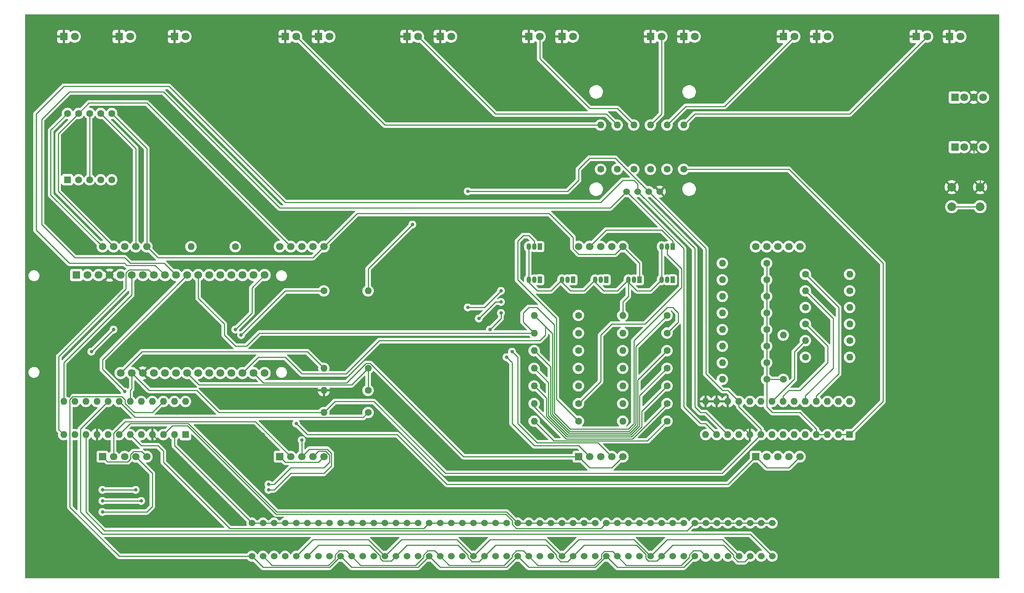
<source format=gbl>
%TF.GenerationSoftware,KiCad,Pcbnew,7.0.9*%
%TF.CreationDate,2023-12-15T21:18:20+02:00*%
%TF.ProjectId,loadshedding,6c6f6164-7368-4656-9464-696e672e6b69,1*%
%TF.SameCoordinates,Original*%
%TF.FileFunction,Copper,L2,Bot*%
%TF.FilePolarity,Positive*%
%FSLAX46Y46*%
G04 Gerber Fmt 4.6, Leading zero omitted, Abs format (unit mm)*
G04 Created by KiCad (PCBNEW 7.0.9) date 2023-12-15 21:18:20*
%MOMM*%
%LPD*%
G01*
G04 APERTURE LIST*
%TA.AperFunction,ComponentPad*%
%ADD10R,1.800000X1.800000*%
%TD*%
%TA.AperFunction,ComponentPad*%
%ADD11C,1.800000*%
%TD*%
%TA.AperFunction,ComponentPad*%
%ADD12C,1.524000*%
%TD*%
%TA.AperFunction,ComponentPad*%
%ADD13R,1.700000X1.700000*%
%TD*%
%TA.AperFunction,ComponentPad*%
%ADD14C,1.700000*%
%TD*%
%TA.AperFunction,ComponentPad*%
%ADD15R,1.600000X1.600000*%
%TD*%
%TA.AperFunction,ComponentPad*%
%ADD16C,1.600000*%
%TD*%
%TA.AperFunction,ComponentPad*%
%ADD17C,2.000000*%
%TD*%
%TA.AperFunction,ComponentPad*%
%ADD18O,1.600000X1.600000*%
%TD*%
%TA.AperFunction,ComponentPad*%
%ADD19R,1.050000X1.500000*%
%TD*%
%TA.AperFunction,ComponentPad*%
%ADD20O,1.050000X1.500000*%
%TD*%
%TA.AperFunction,ViaPad*%
%ADD21C,0.800000*%
%TD*%
%TA.AperFunction,Conductor*%
%ADD22C,0.250000*%
%TD*%
G04 APERTURE END LIST*
D10*
%TO.P,Red1,1,K*%
%TO.N,/GND*%
X148590000Y-93980000D03*
D11*
%TO.P,Red1,2,A*%
%TO.N,Net-(Red1-A)*%
X151130000Y-93980000D03*
%TD*%
D12*
%TO.P,BarGraph1,1*%
%TO.N,/Bar1*%
X140970000Y-213360000D03*
%TO.P,BarGraph1,2*%
%TO.N,/Bar2*%
X143510000Y-213360000D03*
%TO.P,BarGraph1,3*%
%TO.N,/Bar3*%
X146050000Y-213360000D03*
%TO.P,BarGraph1,4*%
%TO.N,/Bar4*%
X148590000Y-213360000D03*
%TO.P,BarGraph1,5*%
%TO.N,/Bar5*%
X151130000Y-213360000D03*
%TO.P,BarGraph1,6*%
%TO.N,/Bar6*%
X153670000Y-213360000D03*
%TO.P,BarGraph1,7*%
%TO.N,/Bar7*%
X156210000Y-213360000D03*
%TO.P,BarGraph1,8*%
%TO.N,/Bar8*%
X158750000Y-213360000D03*
%TO.P,BarGraph1,9*%
%TO.N,/Bank1*%
X158750000Y-205740000D03*
%TO.P,BarGraph1,10*%
X156210000Y-205740000D03*
%TO.P,BarGraph1,11*%
X153670000Y-205740000D03*
%TO.P,BarGraph1,12*%
X151130000Y-205740000D03*
%TO.P,BarGraph1,13*%
X148590000Y-205740000D03*
%TO.P,BarGraph1,14*%
X146050000Y-205740000D03*
%TO.P,BarGraph1,15*%
X143510000Y-205740000D03*
%TO.P,BarGraph1,16*%
X140970000Y-205740000D03*
%TD*%
D10*
%TO.P,Red4,1,K*%
%TO.N,/GND*%
X232410000Y-93980000D03*
D11*
%TO.P,Red4,2,A*%
%TO.N,Net-(Red4-A)*%
X234950000Y-93980000D03*
%TD*%
D13*
%TO.P,CountdownSSD1,1,CC*%
%TO.N,/H T*%
X106680000Y-190500000D03*
D14*
%TO.P,CountdownSSD1,2,E*%
%TO.N,/E*%
X109220000Y-190500000D03*
%TO.P,CountdownSSD1,3,D*%
%TO.N,/D*%
X111760000Y-190500000D03*
%TO.P,CountdownSSD1,4,C*%
%TO.N,/C*%
X114300000Y-190500000D03*
%TO.P,CountdownSSD1,5,CC*%
%TO.N,/H T*%
X116840000Y-190500000D03*
%TO.P,CountdownSSD1,6,B*%
%TO.N,/B*%
X116840000Y-142240000D03*
%TO.P,CountdownSSD1,7,A*%
%TO.N,/A*%
X114300000Y-142240000D03*
%TO.P,CountdownSSD1,8,DP*%
%TO.N,unconnected-(CountdownSSD1-DP-Pad8)*%
X111760000Y-142240000D03*
%TO.P,CountdownSSD1,9,F*%
%TO.N,/F*%
X109220000Y-142240000D03*
%TO.P,CountdownSSD1,10,G*%
%TO.N,/G*%
X106680000Y-142240000D03*
%TD*%
D10*
%TO.P,statusLED2,1,GA*%
%TO.N,Net-(statusLED2-GA)*%
X302260000Y-107950000D03*
D11*
%TO.P,statusLED2,2,BA*%
%TO.N,Net-(statusLED2-BA)*%
X304419000Y-107950000D03*
%TO.P,statusLED2,3,K*%
%TO.N,/GND*%
X306578000Y-107950000D03*
%TO.P,statusLED2,4,RA*%
%TO.N,Net-(statusLED2-RA)*%
X308737000Y-107950000D03*
%TD*%
D12*
%TO.P,BarGraph4,1*%
%TO.N,/Bar1*%
X201930000Y-213360000D03*
%TO.P,BarGraph4,2*%
%TO.N,/Bar2*%
X204470000Y-213360000D03*
%TO.P,BarGraph4,3*%
%TO.N,/Bar3*%
X207010000Y-213360000D03*
%TO.P,BarGraph4,4*%
%TO.N,/Bar4*%
X209550000Y-213360000D03*
%TO.P,BarGraph4,5*%
%TO.N,/Bar5*%
X212090000Y-213360000D03*
%TO.P,BarGraph4,6*%
%TO.N,/Bar6*%
X214630000Y-213360000D03*
%TO.P,BarGraph4,7*%
%TO.N,/Bar7*%
X217170000Y-213360000D03*
%TO.P,BarGraph4,8*%
%TO.N,/Bar8*%
X219710000Y-213360000D03*
%TO.P,BarGraph4,9*%
%TO.N,/Bank4*%
X219710000Y-205740000D03*
%TO.P,BarGraph4,10*%
X217170000Y-205740000D03*
%TO.P,BarGraph4,11*%
X214630000Y-205740000D03*
%TO.P,BarGraph4,12*%
X212090000Y-205740000D03*
%TO.P,BarGraph4,13*%
X209550000Y-205740000D03*
%TO.P,BarGraph4,14*%
X207010000Y-205740000D03*
%TO.P,BarGraph4,15*%
X204470000Y-205740000D03*
%TO.P,BarGraph4,16*%
X201930000Y-205740000D03*
%TD*%
D10*
%TO.P,Green3,1,K*%
%TO.N,/GND*%
X123190000Y-93980000D03*
D11*
%TO.P,Green3,2,A*%
%TO.N,Net-(Green3-A)*%
X125730000Y-93980000D03*
%TD*%
D12*
%TO.P,OLED1,1,GND*%
%TO.N,/GND*%
X234562000Y-129596000D03*
%TO.P,OLED1,2,VCC*%
%TO.N,/3.3V*%
X232022000Y-129596000D03*
%TO.P,OLED1,3,SCL*%
%TO.N,/SCL*%
X229482000Y-129596000D03*
%TO.P,OLED1,4,SDA*%
%TO.N,/SDA*%
X226942000Y-129596000D03*
%TD*%
D10*
%TO.P,Green4,1,K*%
%TO.N,/GND*%
X156210000Y-93980000D03*
D11*
%TO.P,Green4,2,A*%
%TO.N,Net-(Green4-A)*%
X158750000Y-93980000D03*
%TD*%
D10*
%TO.P,Red2,1,K*%
%TO.N,/GND*%
X176530000Y-93980000D03*
D11*
%TO.P,Red2,2,A*%
%TO.N,Net-(Red2-A)*%
X179070000Y-93980000D03*
%TD*%
D15*
%TO.P,StageSSD1,1,E*%
%TO.N,/E*%
X98655332Y-126877500D03*
D16*
%TO.P,StageSSD1,2,D*%
%TO.N,/D*%
X101195332Y-126877500D03*
%TO.P,StageSSD1,3,CC*%
%TO.N,Net-(R_stage1-Pad2)*%
X103735332Y-126877500D03*
%TO.P,StageSSD1,4,C*%
%TO.N,/C*%
X106275332Y-126877500D03*
%TO.P,StageSSD1,5,DP*%
%TO.N,unconnected-(StageSSD1-DP-Pad5)*%
X108815332Y-126877500D03*
%TO.P,StageSSD1,6,B*%
%TO.N,/B*%
X108815332Y-111637500D03*
%TO.P,StageSSD1,7,A*%
%TO.N,/A*%
X106275332Y-111637500D03*
%TO.P,StageSSD1,8,CC*%
%TO.N,Net-(R_stage1-Pad2)*%
X103735332Y-111637500D03*
%TO.P,StageSSD1,9,F*%
%TO.N,/F*%
X101195332Y-111637500D03*
%TO.P,StageSSD1,10,G*%
%TO.N,/G*%
X98655332Y-111637500D03*
%TD*%
D17*
%TO.P,ResetSwitch1,1,1*%
%TO.N,/GND*%
X301550000Y-128560000D03*
X308050000Y-128560000D03*
%TO.P,ResetSwitch1,2,2*%
%TO.N,/Reset*%
X301550000Y-133060000D03*
X308050000Y-133060000D03*
%TD*%
D12*
%TO.P,BarGraph5,1*%
%TO.N,/Bar1*%
X222250000Y-213360000D03*
%TO.P,BarGraph5,2*%
%TO.N,/Bar2*%
X224790000Y-213360000D03*
%TO.P,BarGraph5,3*%
%TO.N,/Bar3*%
X227330000Y-213360000D03*
%TO.P,BarGraph5,4*%
%TO.N,/Bar4*%
X229870000Y-213360000D03*
%TO.P,BarGraph5,5*%
%TO.N,/Bar5*%
X232410000Y-213360000D03*
%TO.P,BarGraph5,6*%
%TO.N,/Bar6*%
X234950000Y-213360000D03*
%TO.P,BarGraph5,7*%
%TO.N,/Bar7*%
X237490000Y-213360000D03*
%TO.P,BarGraph5,8*%
%TO.N,/Bar8*%
X240030000Y-213360000D03*
%TO.P,BarGraph5,9*%
%TO.N,/Bank5*%
X240030000Y-205740000D03*
%TO.P,BarGraph5,10*%
X237490000Y-205740000D03*
%TO.P,BarGraph5,11*%
X234950000Y-205740000D03*
%TO.P,BarGraph5,12*%
X232410000Y-205740000D03*
%TO.P,BarGraph5,13*%
X229870000Y-205740000D03*
%TO.P,BarGraph5,14*%
X227330000Y-205740000D03*
%TO.P,BarGraph5,15*%
X224790000Y-205740000D03*
%TO.P,BarGraph5,16*%
X222250000Y-205740000D03*
%TD*%
D13*
%TO.P,CountdownSSD4,1,CC*%
%TO.N,/M U*%
X256540000Y-190500000D03*
D14*
%TO.P,CountdownSSD4,2,E*%
%TO.N,/E*%
X259080000Y-190500000D03*
%TO.P,CountdownSSD4,3,D*%
%TO.N,/D*%
X261620000Y-190500000D03*
%TO.P,CountdownSSD4,4,C*%
%TO.N,/C*%
X264160000Y-190500000D03*
%TO.P,CountdownSSD4,5,CC*%
%TO.N,/M U*%
X266700000Y-190500000D03*
%TO.P,CountdownSSD4,6,B*%
%TO.N,/B*%
X266700000Y-142240000D03*
%TO.P,CountdownSSD4,7,A*%
%TO.N,/A*%
X264160000Y-142240000D03*
%TO.P,CountdownSSD4,8,DP*%
%TO.N,unconnected-(CountdownSSD4-DP-Pad8)*%
X261620000Y-142240000D03*
%TO.P,CountdownSSD4,9,F*%
%TO.N,/F*%
X259080000Y-142240000D03*
%TO.P,CountdownSSD4,10,G*%
%TO.N,/G*%
X256540000Y-142240000D03*
%TD*%
D13*
%TO.P,CountdownSSD2,1,CC*%
%TO.N,/H U*%
X147320000Y-190500000D03*
D14*
%TO.P,CountdownSSD2,2,E*%
%TO.N,/E*%
X149860000Y-190500000D03*
%TO.P,CountdownSSD2,3,D*%
%TO.N,/D*%
X152400000Y-190500000D03*
%TO.P,CountdownSSD2,4,C*%
%TO.N,/C*%
X154940000Y-190500000D03*
%TO.P,CountdownSSD2,5,CC*%
%TO.N,/H U*%
X157480000Y-190500000D03*
%TO.P,CountdownSSD2,6,B*%
%TO.N,/B*%
X157480000Y-142240000D03*
%TO.P,CountdownSSD2,7,A*%
%TO.N,/A*%
X154940000Y-142240000D03*
%TO.P,CountdownSSD2,8,DP*%
%TO.N,unconnected-(CountdownSSD2-DP-Pad8)*%
X152400000Y-142240000D03*
%TO.P,CountdownSSD2,9,F*%
%TO.N,/F*%
X149860000Y-142240000D03*
%TO.P,CountdownSSD2,10,G*%
%TO.N,/G*%
X147320000Y-142240000D03*
%TD*%
D10*
%TO.P,statusLED1,1,GA*%
%TO.N,Net-(statusLED1-GA)*%
X302260000Y-119380000D03*
D11*
%TO.P,statusLED1,2,BA*%
%TO.N,Net-(statusLED1-BA)*%
X304419000Y-119380000D03*
%TO.P,statusLED1,3,K*%
%TO.N,/GND*%
X306578000Y-119380000D03*
%TO.P,statusLED1,4,RA*%
%TO.N,Net-(statusLED1-RA)*%
X308737000Y-119380000D03*
%TD*%
D10*
%TO.P,Red3,1,K*%
%TO.N,/GND*%
X204470000Y-93980000D03*
D11*
%TO.P,Red3,2,A*%
%TO.N,Net-(Red3-A)*%
X207010000Y-93980000D03*
%TD*%
D10*
%TO.P,Green9,1,K*%
%TO.N,/GND*%
X300990000Y-93980000D03*
D11*
%TO.P,Green9,2,A*%
%TO.N,Net-(Green9-A)*%
X303530000Y-93980000D03*
%TD*%
D10*
%TO.P,Green1,1,K*%
%TO.N,/GND*%
X97790000Y-93980000D03*
D11*
%TO.P,Green1,2,A*%
%TO.N,Net-(Green1-A)*%
X100330000Y-93980000D03*
%TD*%
D10*
%TO.P,Red5,1,K*%
%TO.N,/GND*%
X262890000Y-93980000D03*
D11*
%TO.P,Red5,2,A*%
%TO.N,Net-(Red5-A)*%
X265430000Y-93980000D03*
%TD*%
D10*
%TO.P,Green6,1,K*%
%TO.N,/GND*%
X212090000Y-93980000D03*
D11*
%TO.P,Green6,2,A*%
%TO.N,Net-(Green6-A)*%
X214630000Y-93980000D03*
%TD*%
D10*
%TO.P,Red6,1,K*%
%TO.N,/GND*%
X293370000Y-93980000D03*
D11*
%TO.P,Red6,2,A*%
%TO.N,Net-(Red6-A)*%
X295910000Y-93980000D03*
%TD*%
D10*
%TO.P,Green8,1,K*%
%TO.N,/GND*%
X270510000Y-93980000D03*
D11*
%TO.P,Green8,2,A*%
%TO.N,Net-(Green8-A)*%
X273050000Y-93980000D03*
%TD*%
D10*
%TO.P,Green2,1,K*%
%TO.N,/GND*%
X110490000Y-93980000D03*
D11*
%TO.P,Green2,2,A*%
%TO.N,Net-(Green2-A)*%
X113030000Y-93980000D03*
%TD*%
D12*
%TO.P,BarGraph6,1*%
%TO.N,/Bar1*%
X242570000Y-213360000D03*
%TO.P,BarGraph6,2*%
%TO.N,/Bar2*%
X245110000Y-213360000D03*
%TO.P,BarGraph6,3*%
%TO.N,/Bar3*%
X247650000Y-213360000D03*
%TO.P,BarGraph6,4*%
%TO.N,/Bar4*%
X250190000Y-213360000D03*
%TO.P,BarGraph6,5*%
%TO.N,/Bar5*%
X252730000Y-213360000D03*
%TO.P,BarGraph6,6*%
%TO.N,/Bar6*%
X255270000Y-213360000D03*
%TO.P,BarGraph6,7*%
%TO.N,/Bar7*%
X257810000Y-213360000D03*
%TO.P,BarGraph6,8*%
%TO.N,/Bar8*%
X260350000Y-213360000D03*
%TO.P,BarGraph6,9*%
%TO.N,/Bank6*%
X260350000Y-205740000D03*
%TO.P,BarGraph6,10*%
X257810000Y-205740000D03*
%TO.P,BarGraph6,11*%
X255270000Y-205740000D03*
%TO.P,BarGraph6,12*%
X252730000Y-205740000D03*
%TO.P,BarGraph6,13*%
X250190000Y-205740000D03*
%TO.P,BarGraph6,14*%
X247650000Y-205740000D03*
%TO.P,BarGraph6,15*%
X245110000Y-205740000D03*
%TO.P,BarGraph6,16*%
X242570000Y-205740000D03*
%TD*%
%TO.P,BarGraph2,1*%
%TO.N,/Bar1*%
X161290000Y-213360000D03*
%TO.P,BarGraph2,2*%
%TO.N,/Bar2*%
X163830000Y-213360000D03*
%TO.P,BarGraph2,3*%
%TO.N,/Bar3*%
X166370000Y-213360000D03*
%TO.P,BarGraph2,4*%
%TO.N,/Bar4*%
X168910000Y-213360000D03*
%TO.P,BarGraph2,5*%
%TO.N,/Bar5*%
X171450000Y-213360000D03*
%TO.P,BarGraph2,6*%
%TO.N,/Bar6*%
X173990000Y-213360000D03*
%TO.P,BarGraph2,7*%
%TO.N,/Bar7*%
X176530000Y-213360000D03*
%TO.P,BarGraph2,8*%
%TO.N,/Bar8*%
X179070000Y-213360000D03*
%TO.P,BarGraph2,9*%
%TO.N,/Bank2*%
X179070000Y-205740000D03*
%TO.P,BarGraph2,10*%
X176530000Y-205740000D03*
%TO.P,BarGraph2,11*%
X173990000Y-205740000D03*
%TO.P,BarGraph2,12*%
X171450000Y-205740000D03*
%TO.P,BarGraph2,13*%
X168910000Y-205740000D03*
%TO.P,BarGraph2,14*%
X166370000Y-205740000D03*
%TO.P,BarGraph2,15*%
X163830000Y-205740000D03*
%TO.P,BarGraph2,16*%
X161290000Y-205740000D03*
%TD*%
%TO.P,BarGraph3,1*%
%TO.N,/Bar1*%
X181610000Y-213360000D03*
%TO.P,BarGraph3,2*%
%TO.N,/Bar2*%
X184150000Y-213360000D03*
%TO.P,BarGraph3,3*%
%TO.N,/Bar3*%
X186690000Y-213360000D03*
%TO.P,BarGraph3,4*%
%TO.N,/Bar4*%
X189230000Y-213360000D03*
%TO.P,BarGraph3,5*%
%TO.N,/Bar5*%
X191770000Y-213360000D03*
%TO.P,BarGraph3,6*%
%TO.N,/Bar6*%
X194310000Y-213360000D03*
%TO.P,BarGraph3,7*%
%TO.N,/Bar7*%
X196850000Y-213360000D03*
%TO.P,BarGraph3,8*%
%TO.N,/Bar8*%
X199390000Y-213360000D03*
%TO.P,BarGraph3,9*%
%TO.N,/Bank3*%
X199390000Y-205740000D03*
%TO.P,BarGraph3,10*%
X196850000Y-205740000D03*
%TO.P,BarGraph3,11*%
X194310000Y-205740000D03*
%TO.P,BarGraph3,12*%
X191770000Y-205740000D03*
%TO.P,BarGraph3,13*%
X189230000Y-205740000D03*
%TO.P,BarGraph3,14*%
X186690000Y-205740000D03*
%TO.P,BarGraph3,15*%
X184150000Y-205740000D03*
%TO.P,BarGraph3,16*%
X181610000Y-205740000D03*
%TD*%
D13*
%TO.P,CountdownSSD3,1,CC*%
%TO.N,/M T*%
X215900000Y-190500000D03*
D14*
%TO.P,CountdownSSD3,2,E*%
%TO.N,/E*%
X218440000Y-190500000D03*
%TO.P,CountdownSSD3,3,D*%
%TO.N,/D*%
X220980000Y-190500000D03*
%TO.P,CountdownSSD3,4,C*%
%TO.N,/C*%
X223520000Y-190500000D03*
%TO.P,CountdownSSD3,5,CC*%
%TO.N,/M T*%
X226060000Y-190500000D03*
%TO.P,CountdownSSD3,6,B*%
%TO.N,/B*%
X226060000Y-142240000D03*
%TO.P,CountdownSSD3,7,A*%
%TO.N,/A*%
X223520000Y-142240000D03*
%TO.P,CountdownSSD3,8,DP*%
%TO.N,unconnected-(CountdownSSD3-DP-Pad8)*%
X220980000Y-142240000D03*
%TO.P,CountdownSSD3,9,F*%
%TO.N,/F*%
X218440000Y-142240000D03*
%TO.P,CountdownSSD3,10,G*%
%TO.N,/G*%
X215900000Y-142240000D03*
%TD*%
D10*
%TO.P,Green7,1,K*%
%TO.N,/GND*%
X240030000Y-93980000D03*
D11*
%TO.P,Green7,2,A*%
%TO.N,Net-(Green7-A)*%
X242570000Y-93980000D03*
%TD*%
D10*
%TO.P,Green5,1,K*%
%TO.N,/GND*%
X184150000Y-93980000D03*
D11*
%TO.P,Green5,2,A*%
%TO.N,Net-(Green5-A)*%
X186690000Y-93980000D03*
%TD*%
D16*
%TO.P,R_stage,1*%
%TO.N,/Stage*%
X137160000Y-142240000D03*
D18*
%TO.P,R_stage,2*%
%TO.N,Net-(R_stage1-Pad2)*%
X127000000Y-142240000D03*
%TD*%
D16*
%TO.P,ResetPullup,1*%
%TO.N,/Reset*%
X157480000Y-152400000D03*
D18*
%TO.P,ResetPullup,2*%
%TO.N,/3.3V*%
X167640000Y-152400000D03*
%TD*%
D16*
%TO.P,R_Green8,1*%
%TO.N,Net-(MCP23017-GPB2)*%
X259080000Y-146050000D03*
D18*
%TO.P,R_Green8,2*%
%TO.N,Net-(Green8-A)*%
X248920000Y-146050000D03*
%TD*%
D16*
%TO.P,R_wifiG1,1*%
%TO.N,/wifiGreen*%
X267970000Y-160020000D03*
D18*
%TO.P,R_wifiG1,2*%
%TO.N,Net-(statusLED1-GA)*%
X278130000Y-160020000D03*
%TD*%
D19*
%TO.P,Q3,1,C*%
%TO.N,/C*%
X222250000Y-149860000D03*
D20*
%TO.P,Q3,2,B*%
%TO.N,Net-(Q3-B)*%
X220980000Y-149860000D03*
%TO.P,Q3,3,E*%
%TO.N,/VCC*%
X219710000Y-149860000D03*
%TD*%
D16*
%TO.P,SSD_pullup7,1*%
%TO.N,/SSD G*%
X236220000Y-182330000D03*
D18*
%TO.P,SSD_pullup7,2*%
%TO.N,/VCC*%
X226060000Y-182330000D03*
%TD*%
D16*
%TO.P,R_div2,1*%
%TO.N,/Voltage measurement*%
X167640000Y-175260000D03*
D18*
%TO.P,R_div2,2*%
%TO.N,/GND*%
X157480000Y-175260000D03*
%TD*%
D19*
%TO.P,Q1,1,C*%
%TO.N,/A*%
X237490000Y-149860000D03*
D20*
%TO.P,Q1,2,B*%
%TO.N,Net-(Q1-B)*%
X236220000Y-149860000D03*
%TO.P,Q1,3,E*%
%TO.N,/VCC*%
X234950000Y-149860000D03*
%TD*%
D19*
%TO.P,Q6,1,C*%
%TO.N,/F*%
X237490000Y-142240000D03*
D20*
%TO.P,Q6,2,B*%
%TO.N,Net-(Q6-B)*%
X236220000Y-142240000D03*
%TO.P,Q6,3,E*%
%TO.N,/VCC*%
X234950000Y-142240000D03*
%TD*%
D16*
%TO.P,R_Green4,1*%
%TO.N,Net-(MCP23017-GPB2)*%
X259080000Y-161290000D03*
D18*
%TO.P,R_Green4,2*%
%TO.N,Net-(Green4-A)*%
X248920000Y-161290000D03*
%TD*%
D15*
%TO.P,MCP23017,1,GPB0*%
%TO.N,Net-(MCP23017-GPB0)*%
X278120000Y-185420000D03*
D18*
%TO.P,MCP23017,2,GPB1*%
X275580000Y-185420000D03*
%TO.P,MCP23017,3,GPB2*%
%TO.N,Net-(MCP23017-GPB2)*%
X273040000Y-185420000D03*
%TO.P,MCP23017,4,GPB3*%
X270500000Y-185420000D03*
%TO.P,MCP23017,5,GPB4*%
%TO.N,unconnected-(MCP23017-GPB4-Pad5)*%
X267960000Y-185420000D03*
%TO.P,MCP23017,6,GPB5*%
%TO.N,unconnected-(MCP23017-GPB5-Pad6)*%
X265420000Y-185420000D03*
%TO.P,MCP23017,7,GPB6*%
%TO.N,unconnected-(MCP23017-GPB6-Pad7)*%
X262880000Y-185420000D03*
%TO.P,MCP23017,8,GPB7*%
%TO.N,unconnected-(MCP23017-GPB7-Pad8)*%
X260340000Y-185420000D03*
%TO.P,MCP23017,9,VDD*%
%TO.N,/3.3V*%
X257800000Y-185420000D03*
%TO.P,MCP23017,10,VSS*%
%TO.N,/GND*%
X255260000Y-185420000D03*
%TO.P,MCP23017,11,NC*%
%TO.N,unconnected-(MCP23017-NC-Pad11)*%
X252720000Y-185420000D03*
%TO.P,MCP23017,12,SCK*%
%TO.N,/SCL*%
X250180000Y-185420000D03*
%TO.P,MCP23017,13,SDA*%
%TO.N,/SDA*%
X247640000Y-185420000D03*
%TO.P,MCP23017,14,NC*%
%TO.N,unconnected-(MCP23017-NC-Pad14)*%
X245100000Y-185420000D03*
%TO.P,MCP23017,15,A0*%
%TO.N,/GND*%
X245100000Y-177800000D03*
%TO.P,MCP23017,16,A1*%
X247640000Y-177800000D03*
%TO.P,MCP23017,17,A2*%
X250180000Y-177800000D03*
%TO.P,MCP23017,18,~{RESET}*%
%TO.N,/3.3V*%
X252720000Y-177800000D03*
%TO.P,MCP23017,19,INTB*%
%TO.N,unconnected-(MCP23017-INTB-Pad19)*%
X255260000Y-177800000D03*
%TO.P,MCP23017,20,INTA*%
%TO.N,unconnected-(MCP23017-INTA-Pad20)*%
X257800000Y-177800000D03*
%TO.P,MCP23017,21,GPA0*%
%TO.N,/wifiBlue*%
X260340000Y-177800000D03*
%TO.P,MCP23017,22,GPA1*%
%TO.N,/wifiGreen*%
X262880000Y-177800000D03*
%TO.P,MCP23017,23,GPA2*%
%TO.N,/wifiRed*%
X265420000Y-177800000D03*
%TO.P,MCP23017,24,GPA3*%
%TO.N,/pwrBlue*%
X267960000Y-177800000D03*
%TO.P,MCP23017,25,GPA4*%
%TO.N,/pwrGreen*%
X270500000Y-177800000D03*
%TO.P,MCP23017,26,GPA5*%
%TO.N,/pwrRed*%
X273040000Y-177800000D03*
%TO.P,MCP23017,27,GPA6*%
%TO.N,unconnected-(MCP23017-GPA6-Pad27)*%
X275580000Y-177800000D03*
%TO.P,MCP23017,28,GPA7*%
%TO.N,unconnected-(MCP23017-GPA7-Pad28)*%
X278120000Y-177800000D03*
%TD*%
D16*
%TO.P,SSD_pullup6,1*%
%TO.N,/SSD F*%
X236220000Y-178280000D03*
D18*
%TO.P,SSD_pullup6,2*%
%TO.N,/VCC*%
X226060000Y-178280000D03*
%TD*%
D16*
%TO.P,R_Green2,1*%
%TO.N,Net-(MCP23017-GPB2)*%
X259080000Y-168910000D03*
D18*
%TO.P,R_Green2,2*%
%TO.N,Net-(Green2-A)*%
X248920000Y-168910000D03*
%TD*%
D16*
%TO.P,SSD_pullup3,1*%
%TO.N,/SSD C*%
X236220000Y-166130000D03*
D18*
%TO.P,SSD_pullup3,2*%
%TO.N,/VCC*%
X226060000Y-166130000D03*
%TD*%
D16*
%TO.P,Green,1*%
%TO.N,Net-(MCP23017-GPB2)*%
X262890000Y-172720000D03*
D18*
%TO.P,Green,2*%
%TO.N,Net-(Green9-A)*%
X262890000Y-162560000D03*
%TD*%
D16*
%TO.P,R_Red2,1*%
%TO.N,Net-(MCP23017-GPB0)*%
X224790000Y-124460000D03*
D18*
%TO.P,R_Red2,2*%
%TO.N,Net-(Red2-A)*%
X224790000Y-114300000D03*
%TD*%
D16*
%TO.P,R_Green7,1*%
%TO.N,Net-(MCP23017-GPB2)*%
X259080000Y-149860000D03*
D18*
%TO.P,R_Green7,2*%
%TO.N,Net-(Green7-A)*%
X248920000Y-149860000D03*
%TD*%
D16*
%TO.P,R_SSD6,1*%
%TO.N,Net-(Q6-B)*%
X215900000Y-178280000D03*
D18*
%TO.P,R_SSD6,2*%
%TO.N,/SSD F*%
X205740000Y-178280000D03*
%TD*%
D16*
%TO.P,Base,1*%
%TO.N,Net-(Q1-B)*%
X215900000Y-158030000D03*
D18*
%TO.P,Base,2*%
%TO.N,/SSD A*%
X205740000Y-158030000D03*
%TD*%
D16*
%TO.P,R_wifiB1,1*%
%TO.N,Net-(statusLED1-BA)*%
X278130000Y-163830000D03*
D18*
%TO.P,R_wifiB1,2*%
%TO.N,/wifiBlue*%
X267970000Y-163830000D03*
%TD*%
D16*
%TO.P,R_Green5,1*%
%TO.N,Net-(MCP23017-GPB2)*%
X259080000Y-157480000D03*
D18*
%TO.P,R_Green5,2*%
%TO.N,Net-(Green5-A)*%
X248920000Y-157480000D03*
%TD*%
D16*
%TO.P,R_Red5,1*%
%TO.N,Net-(MCP23017-GPB0)*%
X236220000Y-124460000D03*
D18*
%TO.P,R_Red5,2*%
%TO.N,Net-(Red5-A)*%
X236220000Y-114300000D03*
%TD*%
D16*
%TO.P,R_Red4,1*%
%TO.N,Net-(MCP23017-GPB0)*%
X232410000Y-124460000D03*
D18*
%TO.P,R_Red4,2*%
%TO.N,Net-(Red4-A)*%
X232410000Y-114300000D03*
%TD*%
D16*
%TO.P,R_pwrG1,1*%
%TO.N,/pwrGreen*%
X267970000Y-148590000D03*
D18*
%TO.P,R_pwrG1,2*%
%TO.N,Net-(statusLED2-GA)*%
X278130000Y-148590000D03*
%TD*%
D16*
%TO.P,SSD_pullup4,1*%
%TO.N,/SSD D*%
X236220000Y-170180000D03*
D18*
%TO.P,SSD_pullup4,2*%
%TO.N,/VCC*%
X226060000Y-170180000D03*
%TD*%
D16*
%TO.P,R_pwrB1,1*%
%TO.N,Net-(statusLED2-BA)*%
X278130000Y-152400000D03*
D18*
%TO.P,R_pwrB1,2*%
%TO.N,/pwrBlue*%
X267970000Y-152400000D03*
%TD*%
D15*
%TO.P,MAX7219,1,DIN*%
%TO.N,/Data*%
X125730000Y-185420000D03*
D18*
%TO.P,MAX7219,2,DIG_0*%
%TO.N,/Bank1*%
X123190000Y-185420000D03*
%TO.P,MAX7219,3,DIG_4*%
%TO.N,/Bank5*%
X120650000Y-185420000D03*
%TO.P,MAX7219,4,GND*%
%TO.N,/GND*%
X118110000Y-185420000D03*
%TO.P,MAX7219,5,DIG_6*%
%TO.N,unconnected-(MAX7219-DIG_6-Pad5)*%
X115570000Y-185420000D03*
%TO.P,MAX7219,6,DIG_2*%
%TO.N,/Bank3*%
X113030000Y-185420000D03*
%TO.P,MAX7219,7,DIG_3*%
%TO.N,/Bank4*%
X110490000Y-185420000D03*
%TO.P,MAX7219,8,DIG_7*%
%TO.N,unconnected-(MAX7219-DIG_7-Pad8)*%
X107950000Y-185420000D03*
%TO.P,MAX7219,9,GND*%
%TO.N,/GND*%
X105410000Y-185420000D03*
%TO.P,MAX7219,10,DIG_5*%
%TO.N,/Bank6*%
X102870000Y-185420000D03*
%TO.P,MAX7219,11,DIG_1*%
%TO.N,/Bank2*%
X100330000Y-185420000D03*
%TO.P,MAX7219,12,~{CS}*%
%TO.N,/CS*%
X97790000Y-185420000D03*
%TO.P,MAX7219,13,CLK*%
%TO.N,/CLK*%
X97790000Y-177800000D03*
%TO.P,MAX7219,14,SEG_A*%
%TO.N,/Bar2*%
X100330000Y-177800000D03*
%TO.P,MAX7219,15,SEG_F*%
%TO.N,/Bar7*%
X102870000Y-177800000D03*
%TO.P,MAX7219,16,SEG_B*%
%TO.N,/Bar3*%
X105410000Y-177800000D03*
%TO.P,MAX7219,17,SEG_G*%
%TO.N,/Bar8*%
X107950000Y-177800000D03*
%TO.P,MAX7219,18,ISET*%
%TO.N,Net-(MAX7219-ISET)*%
X110490000Y-177800000D03*
%TO.P,MAX7219,19,V+*%
%TO.N,/3.3V*%
X113030000Y-177800000D03*
%TO.P,MAX7219,20,SEG_C*%
%TO.N,/Bar4*%
X115570000Y-177800000D03*
%TO.P,MAX7219,21,SEG_E*%
%TO.N,/Bar6*%
X118110000Y-177800000D03*
%TO.P,MAX7219,22,SEG_DP*%
%TO.N,/Bar1*%
X120650000Y-177800000D03*
%TO.P,MAX7219,23,SEG_D*%
%TO.N,/Bar5*%
X123190000Y-177800000D03*
%TO.P,MAX7219,24,DOUT*%
%TO.N,unconnected-(MAX7219-DOUT-Pad24)*%
X125730000Y-177800000D03*
%TD*%
D16*
%TO.P,R_Red1,1*%
%TO.N,Net-(MCP23017-GPB0)*%
X220980000Y-124460000D03*
D18*
%TO.P,R_Red1,2*%
%TO.N,Net-(Red1-A)*%
X220980000Y-114300000D03*
%TD*%
D16*
%TO.P,R_Green6,1*%
%TO.N,Net-(MCP23017-GPB2)*%
X259080000Y-153670000D03*
D18*
%TO.P,R_Green6,2*%
%TO.N,Net-(Green6-A)*%
X248920000Y-153670000D03*
%TD*%
D16*
%TO.P,SSD_pullup2,1*%
%TO.N,/SSD B*%
X236220000Y-162080000D03*
D18*
%TO.P,SSD_pullup2,2*%
%TO.N,/VCC*%
X226060000Y-162080000D03*
%TD*%
D16*
%TO.P,Pullup,1*%
%TO.N,/SSD A*%
X236220000Y-158030000D03*
D18*
%TO.P,Pullup,2*%
%TO.N,/VCC*%
X226060000Y-158030000D03*
%TD*%
D16*
%TO.P,R_Green1,1*%
%TO.N,Net-(MCP23017-GPB2)*%
X259080000Y-172720000D03*
D18*
%TO.P,R_Green1,2*%
%TO.N,Net-(Green1-A)*%
X248920000Y-172720000D03*
%TD*%
D10*
%TO.P,Firebeetle2,1,RESET*%
%TO.N,unconnected-(Firebeetle2-RESET-Pad1)*%
X100700000Y-148770000D03*
D11*
%TO.P,Firebeetle2,2,3.3V*%
%TO.N,/3.3V*%
X103240000Y-148770000D03*
%TO.P,Firebeetle2,3,NC*%
%TO.N,unconnected-(Firebeetle2-NC-Pad3)*%
X105780000Y-148770000D03*
%TO.P,Firebeetle2,4,GND*%
%TO.N,/GND*%
X108320000Y-148770000D03*
%TO.P,Firebeetle2,5,EN*%
%TO.N,unconnected-(Firebeetle2-EN-Pad5)*%
X110860000Y-148770000D03*
%TO.P,Firebeetle2,6,SCK*%
%TO.N,/CLK*%
X113400000Y-148770000D03*
%TO.P,Firebeetle2,7,MOSI*%
%TO.N,/Data*%
X115940000Y-148770000D03*
%TO.P,Firebeetle2,8,MISO*%
%TO.N,/CS*%
X118480000Y-148770000D03*
%TO.P,Firebeetle2,9,SCL*%
%TO.N,/SCL*%
X121020000Y-148770000D03*
%TO.P,Firebeetle2,10,SDA*%
%TO.N,/SDA*%
X123560000Y-148770000D03*
%TO.P,Firebeetle2,11,D9*%
%TO.N,/H T*%
X126100000Y-148770000D03*
%TO.P,Firebeetle2,12,D7*%
%TO.N,/SSD B*%
X128640000Y-148770000D03*
%TO.P,Firebeetle2,13,D6*%
%TO.N,/SSD C*%
X131180000Y-148770000D03*
%TO.P,Firebeetle2,14,D5*%
%TO.N,/SSD D*%
X133720000Y-148770000D03*
%TO.P,Firebeetle2,15,D3*%
%TO.N,/SSD E*%
X136260000Y-148770000D03*
%TO.P,Firebeetle2,16,D2*%
%TO.N,/SSD F*%
X138800000Y-148770000D03*
%TO.P,Firebeetle2,17,TX*%
%TO.N,unconnected-(Firebeetle2-TX-Pad17)*%
X141340000Y-148770000D03*
%TO.P,Firebeetle2,18,RX*%
%TO.N,/H U*%
X143880000Y-148770000D03*
%TO.P,Firebeetle2,19,D10*%
%TO.N,/M U*%
X143880000Y-171270000D03*
%TO.P,Firebeetle2,20,D11*%
%TO.N,/M T*%
X141340000Y-171270000D03*
%TO.P,Firebeetle2,21,D12*%
%TO.N,/SSD A*%
X138800000Y-171270000D03*
%TO.P,Firebeetle2,22,D13*%
%TO.N,/SSD G*%
X136260000Y-171270000D03*
%TO.P,Firebeetle2,23,A0*%
%TO.N,/Reset*%
X133720000Y-171270000D03*
%TO.P,Firebeetle2,24,A1*%
%TO.N,unconnected-(Firebeetle2-A1-Pad24)*%
X131180000Y-171270000D03*
%TO.P,Firebeetle2,25,A2*%
%TO.N,unconnected-(Firebeetle2-A2-Pad25)*%
X128640000Y-171270000D03*
%TO.P,Firebeetle2,26,A3*%
%TO.N,/Voltage measurement*%
X126100000Y-171270000D03*
%TO.P,Firebeetle2,27,A4*%
%TO.N,/Stage*%
X123560000Y-171270000D03*
%TO.P,Firebeetle2,28,SDA*%
%TO.N,/SDA*%
X121020000Y-171270000D03*
%TO.P,Firebeetle2,29,SCL*%
%TO.N,/SCL*%
X118480000Y-171270000D03*
%TO.P,Firebeetle2,30,GND*%
%TO.N,/GND*%
X115940000Y-171270000D03*
%TO.P,Firebeetle2,31,3.3V*%
%TO.N,/3.3V*%
X113400000Y-171270000D03*
%TO.P,Firebeetle2,32,VCC*%
%TO.N,/VCC*%
X110860000Y-171270000D03*
%TD*%
D16*
%TO.P,R_SSD4,1*%
%TO.N,Net-(Q4-B)*%
X215900000Y-170180000D03*
D18*
%TO.P,R_SSD4,2*%
%TO.N,/SSD D*%
X205740000Y-170180000D03*
%TD*%
D16*
%TO.P,R_div1,1*%
%TO.N,/Voltage measurement*%
X167640000Y-170180000D03*
D18*
%TO.P,R_div1,2*%
%TO.N,/VCC*%
X157480000Y-170180000D03*
%TD*%
D16*
%TO.P,R_Red3,1*%
%TO.N,Net-(MCP23017-GPB0)*%
X228600000Y-124460000D03*
D18*
%TO.P,R_Red3,2*%
%TO.N,Net-(Red3-A)*%
X228600000Y-114300000D03*
%TD*%
D16*
%TO.P,R_SSD5,1*%
%TO.N,Net-(Q5-B)*%
X215900000Y-174230000D03*
D18*
%TO.P,R_SSD5,2*%
%TO.N,/SSD E*%
X205740000Y-174230000D03*
%TD*%
D19*
%TO.P,Q5,1,C*%
%TO.N,/E*%
X207010000Y-149860000D03*
D20*
%TO.P,Q5,2,B*%
%TO.N,Net-(Q5-B)*%
X205740000Y-149860000D03*
%TO.P,Q5,3,E*%
%TO.N,/VCC*%
X204470000Y-149860000D03*
%TD*%
D19*
%TO.P,Q7,1,C*%
%TO.N,/G*%
X207010000Y-142240000D03*
D20*
%TO.P,Q7,2,B*%
%TO.N,Net-(Q7-B)*%
X205740000Y-142240000D03*
%TO.P,Q7,3,E*%
%TO.N,/VCC*%
X204470000Y-142240000D03*
%TD*%
D16*
%TO.P,R_Green3,1*%
%TO.N,Net-(MCP23017-GPB2)*%
X259080000Y-165100000D03*
D18*
%TO.P,R_Green3,2*%
%TO.N,Net-(Green3-A)*%
X248920000Y-165100000D03*
%TD*%
D16*
%TO.P,R_bar,1*%
%TO.N,Net-(MAX7219-ISET)*%
X167640000Y-180340000D03*
D18*
%TO.P,R_bar,2*%
%TO.N,/3.3V*%
X157480000Y-180340000D03*
%TD*%
D19*
%TO.P,Q4,1,C*%
%TO.N,/D*%
X214630000Y-149860000D03*
D20*
%TO.P,Q4,2,B*%
%TO.N,Net-(Q4-B)*%
X213360000Y-149860000D03*
%TO.P,Q4,3,E*%
%TO.N,/VCC*%
X212090000Y-149860000D03*
%TD*%
D19*
%TO.P,Q2,1,C*%
%TO.N,/B*%
X229870000Y-149860000D03*
D20*
%TO.P,Q2,2,B*%
%TO.N,Net-(Q2-B)*%
X228600000Y-149860000D03*
%TO.P,Q2,3,E*%
%TO.N,/VCC*%
X227330000Y-149860000D03*
%TD*%
D16*
%TO.P,R_SSD2,1*%
%TO.N,Net-(Q2-B)*%
X215900000Y-162080000D03*
D18*
%TO.P,R_SSD2,2*%
%TO.N,/SSD B*%
X205740000Y-162080000D03*
%TD*%
D16*
%TO.P,R_pwrR1,1*%
%TO.N,/pwrRed*%
X267970000Y-156210000D03*
D18*
%TO.P,R_pwrR1,2*%
%TO.N,Net-(statusLED2-RA)*%
X278130000Y-156210000D03*
%TD*%
D16*
%TO.P,R_SSD3,1*%
%TO.N,Net-(Q3-B)*%
X215900000Y-166130000D03*
D18*
%TO.P,R_SSD3,2*%
%TO.N,/SSD C*%
X205740000Y-166130000D03*
%TD*%
D16*
%TO.P,SSD_pullup5,1*%
%TO.N,/SSD E*%
X236220000Y-174230000D03*
D18*
%TO.P,SSD_pullup5,2*%
%TO.N,/VCC*%
X226060000Y-174230000D03*
%TD*%
D16*
%TO.P,R_SSD7,1*%
%TO.N,Net-(Q7-B)*%
X215900000Y-182330000D03*
D18*
%TO.P,R_SSD7,2*%
%TO.N,/SSD G*%
X205740000Y-182330000D03*
%TD*%
%TO.P,Red,2*%
%TO.N,Net-(Red6-A)*%
X240030000Y-114300000D03*
D16*
%TO.P,Red,1*%
%TO.N,Net-(MCP23017-GPB0)*%
X240030000Y-124460000D03*
%TD*%
%TO.P,R_wifiR1,1*%
%TO.N,/wifiRed*%
X267970000Y-167640000D03*
D18*
%TO.P,R_wifiR1,2*%
%TO.N,Net-(statusLED1-RA)*%
X278130000Y-167640000D03*
%TD*%
D21*
%TO.N,/3.3V*%
X109220000Y-161290000D03*
X190500000Y-129540000D03*
X177800000Y-137160000D03*
X104140000Y-166370000D03*
%TO.N,/GND*%
X124460000Y-193040000D03*
X143510000Y-185420000D03*
X107950000Y-173990000D03*
X102324032Y-180818631D03*
X142240000Y-195580000D03*
X99022205Y-176492205D03*
X135890000Y-176530000D03*
X100330000Y-180340000D03*
%TO.N,/H T*%
X111760000Y-175534500D03*
%TO.N,/H U*%
X137160000Y-161290000D03*
%TO.N,/M U*%
X151130000Y-182880000D03*
%TO.N,/Reset*%
X138495500Y-162560000D03*
%TO.N,/E*%
X199390000Y-167640000D03*
X106680000Y-200660000D03*
X115570000Y-200660000D03*
X193040000Y-158750000D03*
X198120000Y-154940000D03*
%TO.N,/D*%
X198120000Y-152400000D03*
X106680000Y-198120000D03*
X152400000Y-186690000D03*
X144780000Y-198120000D03*
X114300000Y-198120000D03*
X190500000Y-156210000D03*
%TO.N,/C*%
X198120000Y-157480000D03*
X106680000Y-203200000D03*
X200660000Y-166370000D03*
X144780000Y-196850000D03*
X195580000Y-161290000D03*
%TD*%
D22*
%TO.N,Net-(MCP23017-GPB0)*%
X275580000Y-185420000D02*
X278120000Y-185420000D01*
%TO.N,Net-(MCP23017-GPB2)*%
X273040000Y-185420000D02*
X270500000Y-185420000D01*
X266700000Y-180340000D02*
X260350000Y-180340000D01*
X270500000Y-184140000D02*
X270500000Y-185420000D01*
X266700000Y-180340000D02*
X270500000Y-184140000D01*
%TO.N,/GND*%
X306578000Y-107950000D02*
X304800000Y-109728000D01*
X304800000Y-109728000D02*
X304800000Y-117602000D01*
X304800000Y-117602000D02*
X306578000Y-119380000D01*
%TO.N,/3.3V*%
X232022000Y-129596000D02*
X245110000Y-142684000D01*
X167640000Y-147320000D02*
X177800000Y-137160000D01*
X133350000Y-180340000D02*
X157480000Y-180340000D01*
X218440000Y-121920000D02*
X224346000Y-121920000D01*
X215900000Y-127000000D02*
X215900000Y-124460000D01*
X248920000Y-175260000D02*
X250180000Y-175260000D01*
X256540000Y-186680000D02*
X257800000Y-185420000D01*
X232022000Y-129596000D02*
X224346000Y-121920000D01*
X257800000Y-184140000D02*
X252720000Y-179060000D01*
X248910000Y-194300000D02*
X256530000Y-186680000D01*
X245110000Y-142684000D02*
X245110000Y-171450000D01*
X104140000Y-166370000D02*
X109220000Y-161290000D01*
X215900000Y-124460000D02*
X218440000Y-121920000D01*
X160020000Y-177800000D02*
X168910000Y-177800000D01*
X113400000Y-174890000D02*
X113030000Y-175260000D01*
X245110000Y-171450000D02*
X248920000Y-175260000D01*
X185410000Y-194300000D02*
X248910000Y-194300000D01*
X190500000Y-129540000D02*
X213360000Y-129540000D01*
X128270000Y-175260000D02*
X133350000Y-180340000D01*
X213360000Y-129540000D02*
X215900000Y-127000000D01*
X113030000Y-175260000D02*
X113030000Y-177800000D01*
X113400000Y-171270000D02*
X113400000Y-174890000D01*
X256530000Y-186680000D02*
X256540000Y-186680000D01*
X250180000Y-175260000D02*
X252720000Y-177800000D01*
X117390000Y-175260000D02*
X128270000Y-175260000D01*
X256530000Y-186680000D02*
X257800000Y-185410000D01*
X168910000Y-177800000D02*
X185410000Y-194300000D01*
X160020000Y-177800000D02*
X157480000Y-180340000D01*
X113400000Y-171270000D02*
X117390000Y-175260000D01*
X252720000Y-179060000D02*
X252720000Y-177790000D01*
X167640000Y-152400000D02*
X167640000Y-147320000D01*
X257800000Y-185410000D02*
X257800000Y-184140000D01*
%TO.N,/GND*%
X157480000Y-175260000D02*
X137160000Y-175260000D01*
X137160000Y-175260000D02*
X135890000Y-176530000D01*
X306578000Y-124968000D02*
X308050000Y-126440000D01*
X251460000Y-181610000D02*
X250180000Y-180330000D01*
X143510000Y-194310000D02*
X142240000Y-195580000D01*
X99022205Y-176492205D02*
X101524410Y-173990000D01*
X102324032Y-180818631D02*
X100808631Y-180818631D01*
X124460000Y-193040000D02*
X124460000Y-191770000D01*
X143510000Y-185420000D02*
X143510000Y-194310000D01*
X124460000Y-191770000D02*
X118110000Y-185420000D01*
X308050000Y-126440000D02*
X308050000Y-128560000D01*
X245100000Y-177800000D02*
X250180000Y-177800000D01*
X250180000Y-180330000D02*
X250180000Y-177800000D01*
X100808631Y-180818631D02*
X100330000Y-180340000D01*
X101524410Y-173990000D02*
X107950000Y-173990000D01*
X255260000Y-185420000D02*
X251460000Y-181620000D01*
X306578000Y-119380000D02*
X306578000Y-124968000D01*
X251460000Y-181620000D02*
X251460000Y-181610000D01*
%TO.N,/CLK*%
X97790000Y-177800000D02*
X97790000Y-168910000D01*
X97790000Y-168910000D02*
X113400000Y-153300000D01*
X113400000Y-153300000D02*
X113400000Y-148770000D01*
%TO.N,/CS*%
X96665000Y-167415000D02*
X112085000Y-151995000D01*
X112085000Y-148265000D02*
X112805000Y-147545000D01*
X97790000Y-185420000D02*
X96665000Y-184295000D01*
X117255000Y-147545000D02*
X118480000Y-148770000D01*
X96665000Y-184295000D02*
X96665000Y-167415000D01*
X112805000Y-147545000D02*
X117255000Y-147545000D01*
X112085000Y-151995000D02*
X112085000Y-148265000D01*
%TO.N,/SCL*%
X121920000Y-105410000D02*
X97790000Y-105410000D01*
X229482000Y-129596000D02*
X242570000Y-142684000D01*
X97790000Y-105410000D02*
X91440000Y-111760000D01*
X245100000Y-180340000D02*
X250180000Y-185420000D01*
X226060000Y-127000000D02*
X220980000Y-132080000D01*
X118750000Y-146500000D02*
X121020000Y-148770000D01*
X112210000Y-146500000D02*
X118750000Y-146500000D01*
X228600000Y-127000000D02*
X226060000Y-127000000D01*
X148590000Y-132080000D02*
X121920000Y-105410000D01*
X243840000Y-180340000D02*
X245100000Y-180340000D01*
X111760000Y-146050000D02*
X112210000Y-146500000D01*
X91440000Y-111760000D02*
X91440000Y-138430000D01*
X242570000Y-179070000D02*
X243840000Y-180340000D01*
X229482000Y-129596000D02*
X229482000Y-127882000D01*
X99060000Y-146050000D02*
X111760000Y-146050000D01*
X242570000Y-142684000D02*
X242570000Y-179070000D01*
X91440000Y-138430000D02*
X99060000Y-146050000D01*
X220980000Y-132080000D02*
X148590000Y-132080000D01*
X229482000Y-127882000D02*
X228600000Y-127000000D01*
%TO.N,/SDA*%
X100330000Y-144780000D02*
X111760000Y-144780000D01*
X245100000Y-182880000D02*
X247640000Y-185420000D01*
X243840000Y-182880000D02*
X245100000Y-182880000D01*
X120650000Y-106680000D02*
X99060000Y-106680000D01*
X240030000Y-142684000D02*
X240030000Y-179070000D01*
X92710000Y-137160000D02*
X100330000Y-144780000D01*
X226942000Y-129596000D02*
X223188000Y-133350000D01*
X113030000Y-146050000D02*
X120840000Y-146050000D01*
X111760000Y-144780000D02*
X113030000Y-146050000D01*
X240030000Y-179070000D02*
X243840000Y-182880000D01*
X147320000Y-133350000D02*
X120650000Y-106680000D01*
X223188000Y-133350000D02*
X147320000Y-133350000D01*
X120840000Y-146050000D02*
X123560000Y-148770000D01*
X99060000Y-106680000D02*
X92710000Y-113030000D01*
X226942000Y-129596000D02*
X240030000Y-142684000D01*
X92710000Y-113030000D02*
X92710000Y-137160000D01*
%TO.N,/H T*%
X106680000Y-190500000D02*
X107855000Y-191675000D01*
X107855000Y-191675000D02*
X112436701Y-191675000D01*
X113125000Y-190986701D02*
X113125000Y-190013299D01*
X106680000Y-170454500D02*
X111760000Y-175534500D01*
X126100000Y-148770000D02*
X106680000Y-168190000D01*
X113813299Y-189325000D02*
X115665000Y-189325000D01*
X112436701Y-191675000D02*
X113125000Y-190986701D01*
X106680000Y-168190000D02*
X106680000Y-170454500D01*
X113125000Y-190013299D02*
X113813299Y-189325000D01*
X115665000Y-189325000D02*
X116840000Y-190500000D01*
%TO.N,/SSD B*%
X128640000Y-148770000D02*
X128640000Y-154040000D01*
X206375000Y-156210000D02*
X210370000Y-160205000D01*
X137160000Y-165100000D02*
X139700000Y-165100000D01*
X203200000Y-159540000D02*
X203200000Y-157480000D01*
X238760000Y-159540000D02*
X236220000Y-162080000D01*
X238760000Y-157480000D02*
X238760000Y-159540000D01*
X142720000Y-162080000D02*
X205740000Y-162080000D01*
X210370000Y-160205000D02*
X210370000Y-180523604D01*
X203200000Y-157480000D02*
X204470000Y-156210000D01*
X128640000Y-154040000D02*
X134620000Y-160020000D01*
X236220000Y-156210000D02*
X237490000Y-156210000D01*
X237490000Y-156210000D02*
X238760000Y-157480000D01*
X134620000Y-160020000D02*
X134620000Y-162560000D01*
X210370000Y-180523604D02*
X213996396Y-184150000D01*
X228600000Y-182880000D02*
X228600000Y-163830000D01*
X213996396Y-184150000D02*
X227330000Y-184150000D01*
X204470000Y-156210000D02*
X206375000Y-156210000D01*
X205740000Y-162080000D02*
X203200000Y-159540000D01*
X228600000Y-163830000D02*
X236220000Y-156210000D01*
X227330000Y-184150000D02*
X228600000Y-182880000D01*
X134620000Y-162560000D02*
X137160000Y-165100000D01*
X139700000Y-165100000D02*
X142720000Y-162080000D01*
%TO.N,/SSD C*%
X209470000Y-180896396D02*
X213623604Y-185050000D01*
X209470000Y-169860000D02*
X209470000Y-180896396D01*
X213623604Y-185050000D02*
X227702792Y-185050000D01*
X229500000Y-183252792D02*
X229500000Y-172850000D01*
X205740000Y-166130000D02*
X209470000Y-169860000D01*
X229500000Y-172850000D02*
X236220000Y-166130000D01*
X227702792Y-185050000D02*
X229500000Y-183252792D01*
%TO.N,/SSD D*%
X229950000Y-183439188D02*
X227889188Y-185500000D01*
X236220000Y-170180000D02*
X229950000Y-176450000D01*
X209020000Y-181082792D02*
X209020000Y-173460000D01*
X209020000Y-173460000D02*
X205740000Y-170180000D01*
X227889188Y-185500000D02*
X213437208Y-185500000D01*
X229950000Y-176450000D02*
X229950000Y-183439188D01*
X213437208Y-185500000D02*
X209020000Y-181082792D01*
%TO.N,/SSD E*%
X205740000Y-174230000D02*
X208570000Y-177060000D01*
X213250812Y-185950000D02*
X228075584Y-185950000D01*
X228075584Y-185950000D02*
X230400000Y-183625584D01*
X208570000Y-181269188D02*
X213250812Y-185950000D01*
X230400000Y-180050000D02*
X236220000Y-174230000D01*
X208570000Y-177060000D02*
X208570000Y-181269188D01*
X230400000Y-183625584D02*
X230400000Y-180050000D01*
%TO.N,/SSD F*%
X228261980Y-186400000D02*
X213064416Y-186400000D01*
X205740000Y-179075584D02*
X205740000Y-178280000D01*
X213064416Y-186400000D02*
X205740000Y-179075584D01*
X236220000Y-178441980D02*
X228261980Y-186400000D01*
%TO.N,/H U*%
X147320000Y-190500000D02*
X148590000Y-191770000D01*
X137160000Y-161290000D02*
X140970000Y-157480000D01*
X140970000Y-157480000D02*
X140970000Y-151680000D01*
X140970000Y-151680000D02*
X143880000Y-148770000D01*
X156210000Y-191770000D02*
X157480000Y-190500000D01*
X148590000Y-191770000D02*
X156210000Y-191770000D01*
%TO.N,/M U*%
X151130000Y-182880000D02*
X153670000Y-185420000D01*
X264160000Y-193040000D02*
X266700000Y-190500000D01*
X174310991Y-185420000D02*
X185740991Y-196850000D01*
X250190000Y-196850000D02*
X256540000Y-190500000D01*
X256540000Y-190500000D02*
X259080000Y-193040000D01*
X259080000Y-193040000D02*
X264160000Y-193040000D01*
X185740991Y-196850000D02*
X250190000Y-196850000D01*
X153670000Y-185420000D02*
X174310991Y-185420000D01*
%TO.N,/M T*%
X167174009Y-169055000D02*
X162689009Y-173540000D01*
X223520000Y-193040000D02*
X226060000Y-190500000D01*
X168105991Y-169055000D02*
X167174009Y-169055000D01*
X218440000Y-193040000D02*
X223520000Y-193040000D01*
X162689009Y-173540000D02*
X143610000Y-173540000D01*
X215900000Y-190500000D02*
X218440000Y-193040000D01*
X215900000Y-190500000D02*
X189550991Y-190500000D01*
X143610000Y-173540000D02*
X141340000Y-171270000D01*
X189550991Y-190500000D02*
X168105991Y-169055000D01*
%TO.N,/SSD A*%
X229050000Y-183066396D02*
X229050000Y-165200000D01*
X208280000Y-160570000D02*
X209920000Y-162210000D01*
X170180000Y-163830000D02*
X162560000Y-171450000D01*
X205740000Y-158030000D02*
X208280000Y-160570000D01*
X213810000Y-184600000D02*
X227516396Y-184600000D01*
X208280000Y-162560000D02*
X207010000Y-163830000D01*
X208280000Y-160570000D02*
X208280000Y-162560000D01*
X209920000Y-162210000D02*
X209920000Y-180710000D01*
X209920000Y-180710000D02*
X213810000Y-184600000D01*
X148590000Y-167640000D02*
X142430000Y-167640000D01*
X162560000Y-171450000D02*
X152400000Y-171450000D01*
X227516396Y-184600000D02*
X229050000Y-183066396D01*
X152400000Y-171450000D02*
X148590000Y-167640000D01*
X142430000Y-167640000D02*
X138800000Y-171270000D01*
X229050000Y-165200000D02*
X236220000Y-158030000D01*
X207010000Y-163830000D02*
X170180000Y-163830000D01*
%TO.N,/SSD G*%
X205740000Y-182330000D02*
X210260000Y-186850000D01*
X231700000Y-186850000D02*
X236220000Y-182330000D01*
X210260000Y-186850000D02*
X231700000Y-186850000D01*
%TO.N,/Reset*%
X301550000Y-133060000D02*
X308050000Y-133060000D01*
X148655500Y-152400000D02*
X157480000Y-152400000D01*
X138495500Y-162560000D02*
X148655500Y-152400000D01*
%TO.N,/Voltage measurement*%
X128820000Y-173990000D02*
X126100000Y-171270000D01*
X163830000Y-173990000D02*
X128820000Y-173990000D01*
X167640000Y-170180000D02*
X163830000Y-173990000D01*
X167640000Y-175260000D02*
X167640000Y-170180000D01*
%TO.N,/VCC*%
X227330000Y-150410000D02*
X229320000Y-152400000D01*
X226060000Y-154940000D02*
X226060000Y-158030000D01*
X219710000Y-150410000D02*
X221700000Y-152400000D01*
X204470000Y-149860000D02*
X204470000Y-142240000D01*
X209550000Y-152400000D02*
X212090000Y-149860000D01*
X221700000Y-152400000D02*
X224790000Y-152400000D01*
X206460000Y-152400000D02*
X209550000Y-152400000D01*
X153670000Y-166370000D02*
X115760000Y-166370000D01*
X227330000Y-153670000D02*
X226060000Y-154940000D01*
X227330000Y-149860000D02*
X227330000Y-153670000D01*
X115760000Y-166370000D02*
X110860000Y-171270000D01*
X212090000Y-150410000D02*
X214080000Y-152400000D01*
X217170000Y-152400000D02*
X219710000Y-149860000D01*
X224790000Y-152400000D02*
X227330000Y-149860000D01*
X234950000Y-149860000D02*
X234950000Y-142240000D01*
X214080000Y-152400000D02*
X217170000Y-152400000D01*
X204470000Y-150410000D02*
X206460000Y-152400000D01*
X229320000Y-152400000D02*
X232410000Y-152400000D01*
X232410000Y-152400000D02*
X234950000Y-149860000D01*
X157480000Y-170180000D02*
X153670000Y-166370000D01*
%TO.N,/E*%
X205740000Y-187960000D02*
X200660000Y-182880000D01*
X149860000Y-190500000D02*
X141790000Y-182430000D01*
X196850000Y-154940000D02*
X198120000Y-154940000D01*
X141790000Y-182430000D02*
X111889009Y-182430000D01*
X215900000Y-187960000D02*
X205740000Y-187960000D01*
X200660000Y-182880000D02*
X200660000Y-168910000D01*
X193040000Y-158750000D02*
X196850000Y-154940000D01*
X106680000Y-200660000D02*
X115570000Y-200660000D01*
X111889009Y-182430000D02*
X109220000Y-185099009D01*
X109220000Y-185099009D02*
X109220000Y-190500000D01*
X218440000Y-190500000D02*
X215900000Y-187960000D01*
X200660000Y-168910000D02*
X199390000Y-167640000D01*
%TO.N,/D*%
X146050000Y-198120000D02*
X149860000Y-194310000D01*
X106680000Y-198120000D02*
X114300000Y-198120000D01*
X158300000Y-188780000D02*
X154120000Y-188780000D01*
X159200000Y-192590000D02*
X159200000Y-189680000D01*
X152400000Y-186690000D02*
X152400000Y-190500000D01*
X157480000Y-194310000D02*
X159200000Y-192590000D01*
X154120000Y-188780000D02*
X152400000Y-190500000D01*
X149860000Y-194310000D02*
X157480000Y-194310000D01*
X144780000Y-198120000D02*
X146050000Y-198120000D01*
X159200000Y-189680000D02*
X158300000Y-188780000D01*
X194310000Y-156210000D02*
X190500000Y-156210000D01*
X198120000Y-152400000D02*
X194310000Y-156210000D01*
%TO.N,/C*%
X201930000Y-167640000D02*
X200660000Y-166370000D01*
X158750000Y-191770000D02*
X157480000Y-193040000D01*
X149860000Y-193040000D02*
X157480000Y-193040000D01*
X118110000Y-194310000D02*
X114300000Y-190500000D01*
X154940000Y-190500000D02*
X156210000Y-189230000D01*
X106680000Y-203200000D02*
X116840000Y-203200000D01*
X146050000Y-196850000D02*
X144780000Y-196850000D01*
X118110000Y-201930000D02*
X118110000Y-194310000D01*
X220320000Y-187300000D02*
X206350000Y-187300000D01*
X158750000Y-190108299D02*
X158750000Y-191770000D01*
X198120000Y-157480000D02*
X198120000Y-158750000D01*
X156210000Y-189230000D02*
X157871701Y-189230000D01*
X201930000Y-182880000D02*
X201930000Y-167640000D01*
X157871701Y-189230000D02*
X158750000Y-190108299D01*
X198120000Y-158750000D02*
X195580000Y-161290000D01*
X206350000Y-187300000D02*
X201930000Y-182880000D01*
X223520000Y-190500000D02*
X220320000Y-187300000D01*
X116840000Y-203200000D02*
X118110000Y-201930000D01*
X149860000Y-193040000D02*
X146050000Y-196850000D01*
%TO.N,/B*%
X116840000Y-142240000D02*
X116840000Y-119662168D01*
X116840000Y-119662168D02*
X108815332Y-111637500D01*
X226060000Y-142240000D02*
X229870000Y-146050000D01*
X154940000Y-144780000D02*
X119380000Y-144780000D01*
X165100000Y-134620000D02*
X157480000Y-142240000D01*
X157480000Y-142240000D02*
X154940000Y-144780000D01*
X209176701Y-134620000D02*
X165100000Y-134620000D01*
X214630000Y-142631701D02*
X214630000Y-140073299D01*
X119380000Y-144780000D02*
X116840000Y-142240000D01*
X214630000Y-140073299D02*
X209176701Y-134620000D01*
X215958299Y-143960000D02*
X214630000Y-142631701D01*
X229870000Y-146050000D02*
X229870000Y-149860000D01*
X226060000Y-142240000D02*
X224340000Y-143960000D01*
X224340000Y-143960000D02*
X215958299Y-143960000D01*
%TO.N,/A*%
X114300000Y-142240000D02*
X114300000Y-119662168D01*
X114300000Y-119662168D02*
X106275332Y-111637500D01*
%TO.N,/F*%
X96520000Y-116312832D02*
X96520000Y-129540000D01*
X237490000Y-140970000D02*
X234950000Y-138430000D01*
X101195332Y-111637500D02*
X103612832Y-109220000D01*
X101195332Y-111637500D02*
X96520000Y-116312832D01*
X222250000Y-138430000D02*
X218440000Y-142240000D01*
X103612832Y-109220000D02*
X116840000Y-109220000D01*
X234950000Y-138430000D02*
X222250000Y-138430000D01*
X116840000Y-109220000D02*
X149860000Y-142240000D01*
X96520000Y-129540000D02*
X109220000Y-142240000D01*
X237490000Y-142240000D02*
X237490000Y-140970000D01*
%TO.N,/G*%
X98655332Y-111637500D02*
X94800000Y-115492832D01*
X94800000Y-130360000D02*
X106680000Y-142240000D01*
X94800000Y-115492832D02*
X94800000Y-130360000D01*
%TO.N,/Bank1*%
X140970000Y-205740000D02*
X158750000Y-205740000D01*
X123190000Y-185420000D02*
X123190000Y-187960000D01*
X123190000Y-187960000D02*
X140970000Y-205740000D01*
%TO.N,/Bank4*%
X113030000Y-182880000D02*
X110490000Y-185420000D01*
X199390000Y-203200000D02*
X146686396Y-203200000D01*
X201930000Y-205740000D02*
X219710000Y-205740000D01*
X126366396Y-182880000D02*
X113030000Y-182880000D01*
X201930000Y-205740000D02*
X199390000Y-203200000D01*
X146686396Y-203200000D02*
X126366396Y-182880000D01*
%TO.N,/Bank6*%
X240850000Y-207460000D02*
X107130000Y-207460000D01*
X242570000Y-205740000D02*
X260350000Y-205740000D01*
X107130000Y-207460000D02*
X102870000Y-203200000D01*
X102870000Y-203200000D02*
X102870000Y-185420000D01*
X242570000Y-205740000D02*
X240850000Y-207460000D01*
%TO.N,/Bank3*%
X181610000Y-205740000D02*
X199390000Y-205740000D01*
X120650000Y-189230000D02*
X119380000Y-187960000D01*
X181610000Y-205740000D02*
X180340000Y-207010000D01*
X120650000Y-191770000D02*
X120650000Y-189230000D01*
X180340000Y-207010000D02*
X135890000Y-207010000D01*
X135890000Y-207010000D02*
X120650000Y-191770000D01*
X119380000Y-187960000D02*
X115570000Y-187960000D01*
X115570000Y-187960000D02*
X113030000Y-185420000D01*
%TO.N,/Bank5*%
X201662749Y-207010000D02*
X220980000Y-207010000D01*
X222250000Y-205740000D02*
X240030000Y-205740000D01*
X201662749Y-207010000D02*
X200660000Y-206007251D01*
X200660000Y-206007251D02*
X200660000Y-205106396D01*
X146500000Y-203650000D02*
X126180000Y-183330000D01*
X126180000Y-183330000D02*
X122740000Y-183330000D01*
X199203604Y-203650000D02*
X146500000Y-203650000D01*
X200660000Y-205106396D02*
X199203604Y-203650000D01*
X122740000Y-183330000D02*
X120650000Y-185420000D01*
X222250000Y-205740000D02*
X220980000Y-207010000D01*
%TO.N,/Bank2*%
X161290000Y-205740000D02*
X179070000Y-205740000D01*
%TO.N,/Bar2*%
X223703000Y-212273000D02*
X224790000Y-213360000D01*
X178517251Y-215450000D02*
X180340000Y-213627251D01*
X219523251Y-215450000D02*
X221163000Y-213810251D01*
X198837251Y-215450000D02*
X200660000Y-213627251D01*
X184150000Y-213360000D02*
X186240000Y-215450000D01*
X241300000Y-213092749D02*
X242302749Y-212090000D01*
X241300000Y-213627251D02*
X241300000Y-213092749D01*
X242302749Y-212090000D02*
X243840000Y-212090000D01*
X243840000Y-212090000D02*
X245110000Y-213360000D01*
X224790000Y-213360000D02*
X226880000Y-215450000D01*
X206560000Y-215450000D02*
X219523251Y-215450000D01*
X162560000Y-212090000D02*
X163830000Y-213360000D01*
X180340000Y-213627251D02*
X180340000Y-213092749D01*
X226880000Y-215450000D02*
X239477251Y-215450000D01*
X165920000Y-215450000D02*
X178517251Y-215450000D01*
X203200000Y-212090000D02*
X204470000Y-213360000D01*
X160020000Y-213993251D02*
X160020000Y-213092749D01*
X221163000Y-212909749D02*
X221799749Y-212273000D01*
X204470000Y-213360000D02*
X206560000Y-215450000D01*
X158563251Y-215450000D02*
X160020000Y-213993251D01*
X186240000Y-215450000D02*
X198837251Y-215450000D01*
X200660000Y-213092749D02*
X201662749Y-212090000D01*
X200660000Y-213627251D02*
X200660000Y-213092749D01*
X181342749Y-212090000D02*
X182880000Y-212090000D01*
X163830000Y-213360000D02*
X165920000Y-215450000D01*
X160020000Y-213092749D02*
X161022749Y-212090000D01*
X145600000Y-215450000D02*
X158563251Y-215450000D01*
X182880000Y-212090000D02*
X184150000Y-213360000D01*
X201662749Y-212090000D02*
X203200000Y-212090000D01*
X239477251Y-215450000D02*
X241300000Y-213627251D01*
X161022749Y-212090000D02*
X162560000Y-212090000D01*
X143510000Y-213360000D02*
X145600000Y-215450000D01*
X221799749Y-212273000D02*
X223703000Y-212273000D01*
X221163000Y-213810251D02*
X221163000Y-212909749D01*
X180340000Y-213092749D02*
X181342749Y-212090000D01*
%TO.N,/Bar8*%
X260350000Y-213360000D02*
X255270000Y-208280000D01*
X106680000Y-208280000D02*
X101600000Y-203200000D01*
X101600000Y-203200000D02*
X101600000Y-184150000D01*
X101600000Y-184150000D02*
X107950000Y-177800000D01*
X255270000Y-208280000D02*
X106680000Y-208280000D01*
%TO.N,/Bar6*%
X233863000Y-214447000D02*
X234950000Y-213360000D01*
X251460000Y-213092749D02*
X251460000Y-213627251D01*
X191502749Y-214630000D02*
X193040000Y-214630000D01*
X210820000Y-213627251D02*
X211822749Y-214630000D01*
X176530000Y-210820000D02*
X188227251Y-210820000D01*
X254000000Y-214630000D02*
X255270000Y-213360000D01*
X190500000Y-213092749D02*
X190500000Y-213627251D01*
X210820000Y-213092749D02*
X210820000Y-213627251D01*
X170363000Y-213810251D02*
X170999749Y-214447000D01*
X229233251Y-210820000D02*
X231323000Y-212909749D01*
X251460000Y-213627251D02*
X252462749Y-214630000D01*
X231323000Y-212909749D02*
X231323000Y-213810251D01*
X214630000Y-213360000D02*
X217170000Y-210820000D01*
X234950000Y-213360000D02*
X237490000Y-210820000D01*
X173990000Y-213360000D02*
X176530000Y-210820000D01*
X237490000Y-210820000D02*
X249187251Y-210820000D01*
X211822749Y-214630000D02*
X213360000Y-214630000D01*
X170999749Y-214447000D02*
X172903000Y-214447000D01*
X188227251Y-210820000D02*
X190500000Y-213092749D01*
X190500000Y-213627251D02*
X191502749Y-214630000D01*
X172903000Y-214447000D02*
X173990000Y-213360000D01*
X231959749Y-214447000D02*
X233863000Y-214447000D01*
X231323000Y-213810251D02*
X231959749Y-214447000D01*
X196850000Y-210820000D02*
X208547251Y-210820000D01*
X170363000Y-213275749D02*
X170363000Y-213810251D01*
X193040000Y-214630000D02*
X194310000Y-213360000D01*
X167907251Y-210820000D02*
X170363000Y-213275749D01*
X217170000Y-210820000D02*
X229233251Y-210820000D01*
X252462749Y-214630000D02*
X254000000Y-214630000D01*
X156210000Y-210820000D02*
X167907251Y-210820000D01*
X213360000Y-214630000D02*
X214630000Y-213360000D01*
X194310000Y-213360000D02*
X196850000Y-210820000D01*
X208547251Y-210820000D02*
X210820000Y-213092749D01*
X153670000Y-213360000D02*
X156210000Y-210820000D01*
X249187251Y-210820000D02*
X251460000Y-213092749D01*
%TO.N,/Bar1*%
X158750000Y-215900000D02*
X143510000Y-215900000D01*
X163830000Y-215900000D02*
X161290000Y-213360000D01*
X201930000Y-213360000D02*
X204470000Y-215900000D01*
X118110000Y-180340000D02*
X120650000Y-177800000D01*
X99864009Y-176675000D02*
X111100991Y-176675000D01*
X204470000Y-215900000D02*
X219710000Y-215900000D01*
X111905000Y-177479009D02*
X111905000Y-178265991D01*
X143510000Y-215900000D02*
X140970000Y-213360000D01*
X110490000Y-213360000D02*
X99205000Y-202075000D01*
X240030000Y-215900000D02*
X242570000Y-213360000D01*
X99205000Y-202075000D02*
X99205000Y-177334009D01*
X219710000Y-215900000D02*
X222250000Y-213360000D01*
X179070000Y-215900000D02*
X163830000Y-215900000D01*
X181610000Y-213360000D02*
X179070000Y-215900000D01*
X113979009Y-180340000D02*
X118110000Y-180340000D01*
X161290000Y-213360000D02*
X158750000Y-215900000D01*
X181610000Y-213360000D02*
X184150000Y-215900000D01*
X111100991Y-176675000D02*
X111905000Y-177479009D01*
X140970000Y-213360000D02*
X110490000Y-213360000D01*
X99205000Y-177334009D02*
X99864009Y-176675000D01*
X199390000Y-215900000D02*
X201930000Y-213360000D01*
X111905000Y-178265991D02*
X113979009Y-180340000D01*
X222250000Y-213360000D02*
X224790000Y-215900000D01*
X224790000Y-215900000D02*
X240030000Y-215900000D01*
X184150000Y-215900000D02*
X199390000Y-215900000D01*
%TO.N,/Bar5*%
X167640000Y-209550000D02*
X171450000Y-213360000D01*
X175260000Y-209550000D02*
X187960000Y-209550000D01*
X228600000Y-209550000D02*
X232410000Y-213360000D01*
X215900000Y-209550000D02*
X228600000Y-209550000D01*
X248920000Y-209550000D02*
X252730000Y-213360000D01*
X236220000Y-209550000D02*
X248920000Y-209550000D01*
X187960000Y-209550000D02*
X191770000Y-213360000D01*
X232410000Y-213360000D02*
X236220000Y-209550000D01*
X208280000Y-209550000D02*
X212090000Y-213360000D01*
X191770000Y-213360000D02*
X195580000Y-209550000D01*
X171450000Y-213360000D02*
X175260000Y-209550000D01*
X154940000Y-209550000D02*
X167640000Y-209550000D01*
X212090000Y-213360000D02*
X215900000Y-209550000D01*
X195580000Y-209550000D02*
X208280000Y-209550000D01*
X151130000Y-213360000D02*
X154940000Y-209550000D01*
%TO.N,/wifiBlue*%
X265430000Y-172720000D02*
X265430000Y-166370000D01*
X260340000Y-177800000D02*
X265420000Y-172720000D01*
X265420000Y-172720000D02*
X265430000Y-172720000D01*
X265430000Y-166370000D02*
X267970000Y-163830000D01*
%TO.N,/wifiGreen*%
X264160000Y-175260000D02*
X266700000Y-175260000D01*
X273050000Y-168910000D02*
X273050000Y-165100000D01*
X262880000Y-176540000D02*
X264160000Y-175260000D01*
X262880000Y-177800000D02*
X262880000Y-176540000D01*
X273050000Y-165100000D02*
X267970000Y-160020000D01*
X266700000Y-175260000D02*
X273050000Y-168910000D01*
%TO.N,/pwrBlue*%
X267960000Y-176540000D02*
X267960000Y-177800000D01*
X267970000Y-152400000D02*
X274320000Y-158750000D01*
X274320000Y-170180000D02*
X267960000Y-176540000D01*
X274320000Y-158750000D02*
X274320000Y-170180000D01*
%TO.N,/pwrGreen*%
X267970000Y-148590000D02*
X275590000Y-156210000D01*
X275590000Y-156210000D02*
X275590000Y-171450000D01*
X275590000Y-171450000D02*
X270500000Y-176540000D01*
X270500000Y-176540000D02*
X270500000Y-177800000D01*
%TO.N,Net-(MAX7219-ISET)*%
X166515000Y-181465000D02*
X114155000Y-181465000D01*
X114155000Y-181465000D02*
X110490000Y-177800000D01*
X167640000Y-180340000D02*
X166515000Y-181465000D01*
%TO.N,Net-(MCP23017-GPB0)*%
X285750000Y-177790000D02*
X278120000Y-185420000D01*
X240030000Y-124460000D02*
X264160000Y-124460000D01*
X264160000Y-124460000D02*
X285750000Y-146050000D01*
X285750000Y-146050000D02*
X285750000Y-177790000D01*
%TO.N,Net-(MCP23017-GPB2)*%
X260350000Y-180340000D02*
X259080000Y-179070000D01*
X259080000Y-179070000D02*
X259080000Y-172720000D01*
X259080000Y-172720000D02*
X259080000Y-146050000D01*
X259080000Y-172720000D02*
X262890000Y-172720000D01*
%TO.N,Net-(R_stage1-Pad2)*%
X103735332Y-111637500D02*
X103735332Y-126877500D01*
%TO.N,Net-(Q6-B)*%
X231140000Y-160020000D02*
X223520000Y-160020000D01*
X236220000Y-142240000D02*
X236220000Y-143960000D01*
X239580000Y-147320000D02*
X239580000Y-151580000D01*
X236220000Y-143960000D02*
X239580000Y-147320000D01*
X220980000Y-173200000D02*
X215900000Y-178280000D01*
X220980000Y-162560000D02*
X220980000Y-173200000D01*
X239580000Y-151580000D02*
X231140000Y-160020000D01*
X223520000Y-160020000D02*
X220980000Y-162560000D01*
%TO.N,Net-(Q7-B)*%
X215900000Y-182330000D02*
X210820000Y-177250000D01*
X204470000Y-139700000D02*
X205740000Y-140970000D01*
X201930000Y-149860000D02*
X201930000Y-140970000D01*
X205740000Y-140970000D02*
X205740000Y-142240000D01*
X210820000Y-177250000D02*
X210820000Y-158750000D01*
X203200000Y-139700000D02*
X204470000Y-139700000D01*
X210820000Y-158750000D02*
X201930000Y-149860000D01*
X201930000Y-140970000D02*
X203200000Y-139700000D01*
%TO.N,Net-(Red1-A)*%
X151130000Y-93980000D02*
X171450000Y-114300000D01*
X171450000Y-114300000D02*
X220980000Y-114300000D01*
%TO.N,Net-(Red2-A)*%
X179070000Y-93980000D02*
X196850000Y-111760000D01*
X196850000Y-111760000D02*
X222250000Y-111760000D01*
X222250000Y-111760000D02*
X224790000Y-114300000D01*
%TO.N,Net-(Red3-A)*%
X207010000Y-99060000D02*
X218440000Y-110490000D01*
X218440000Y-110490000D02*
X224790000Y-110490000D01*
X224790000Y-110490000D02*
X228600000Y-114300000D01*
X207010000Y-93980000D02*
X207010000Y-99060000D01*
%TO.N,Net-(Red4-A)*%
X234950000Y-111760000D02*
X232410000Y-114300000D01*
X234950000Y-93980000D02*
X234950000Y-111760000D01*
%TO.N,Net-(Red5-A)*%
X249370000Y-110040000D02*
X240480000Y-110040000D01*
X240480000Y-110040000D02*
X236220000Y-114300000D01*
X265430000Y-93980000D02*
X249370000Y-110040000D01*
%TO.N,Net-(Red6-A)*%
X295910000Y-93980000D02*
X278130000Y-111760000D01*
X278130000Y-111760000D02*
X242570000Y-111760000D01*
X242570000Y-111760000D02*
X240030000Y-114300000D01*
%TD*%
%TA.AperFunction,Conductor*%
%TO.N,/GND*%
G36*
X154464906Y-208925185D02*
G01*
X154510661Y-208977989D01*
X154520605Y-209047147D01*
X154493407Y-209108544D01*
X154478708Y-209126311D01*
X154474777Y-209130632D01*
X151513794Y-212091613D01*
X151452471Y-212125098D01*
X151394020Y-212123707D01*
X151350068Y-212111930D01*
X151215899Y-212100192D01*
X151130002Y-212092677D01*
X151129998Y-212092677D01*
X150909937Y-212111929D01*
X150909929Y-212111930D01*
X150696554Y-212169104D01*
X150696548Y-212169107D01*
X150496340Y-212262465D01*
X150496338Y-212262466D01*
X150315377Y-212389175D01*
X150159175Y-212545377D01*
X150032466Y-212726338D01*
X150032465Y-212726340D01*
X149972382Y-212855189D01*
X149926209Y-212907628D01*
X149859016Y-212926780D01*
X149792135Y-212906564D01*
X149747618Y-212855189D01*
X149729059Y-212815390D01*
X149687534Y-212726339D01*
X149560826Y-212545380D01*
X149404620Y-212389174D01*
X149404616Y-212389171D01*
X149404615Y-212389170D01*
X149223666Y-212262468D01*
X149223662Y-212262466D01*
X149113798Y-212211236D01*
X149023450Y-212169106D01*
X149023447Y-212169105D01*
X149023445Y-212169104D01*
X148810070Y-212111930D01*
X148810062Y-212111929D01*
X148590002Y-212092677D01*
X148589998Y-212092677D01*
X148369937Y-212111929D01*
X148369929Y-212111930D01*
X148156554Y-212169104D01*
X148156548Y-212169107D01*
X147956340Y-212262465D01*
X147956338Y-212262466D01*
X147775377Y-212389175D01*
X147619175Y-212545377D01*
X147492466Y-212726338D01*
X147492465Y-212726340D01*
X147432382Y-212855189D01*
X147386209Y-212907628D01*
X147319016Y-212926780D01*
X147252135Y-212906564D01*
X147207618Y-212855189D01*
X147189059Y-212815390D01*
X147147534Y-212726339D01*
X147020826Y-212545380D01*
X146864620Y-212389174D01*
X146864616Y-212389171D01*
X146864615Y-212389170D01*
X146683666Y-212262468D01*
X146683662Y-212262466D01*
X146573798Y-212211236D01*
X146483450Y-212169106D01*
X146483447Y-212169105D01*
X146483445Y-212169104D01*
X146270070Y-212111930D01*
X146270062Y-212111929D01*
X146050002Y-212092677D01*
X146049998Y-212092677D01*
X145829937Y-212111929D01*
X145829929Y-212111930D01*
X145616554Y-212169104D01*
X145616548Y-212169107D01*
X145416340Y-212262465D01*
X145416338Y-212262466D01*
X145235377Y-212389175D01*
X145079175Y-212545377D01*
X144952466Y-212726338D01*
X144952465Y-212726340D01*
X144892382Y-212855189D01*
X144846209Y-212907628D01*
X144779016Y-212926780D01*
X144712135Y-212906564D01*
X144667618Y-212855189D01*
X144649059Y-212815390D01*
X144607534Y-212726339D01*
X144480826Y-212545380D01*
X144324620Y-212389174D01*
X144324616Y-212389171D01*
X144324615Y-212389170D01*
X144143666Y-212262468D01*
X144143662Y-212262466D01*
X144033798Y-212211236D01*
X143943450Y-212169106D01*
X143943447Y-212169105D01*
X143943445Y-212169104D01*
X143730070Y-212111930D01*
X143730062Y-212111929D01*
X143510002Y-212092677D01*
X143509998Y-212092677D01*
X143289937Y-212111929D01*
X143289929Y-212111930D01*
X143076554Y-212169104D01*
X143076548Y-212169107D01*
X142876340Y-212262465D01*
X142876338Y-212262466D01*
X142695377Y-212389175D01*
X142539175Y-212545377D01*
X142412466Y-212726338D01*
X142412465Y-212726340D01*
X142352382Y-212855189D01*
X142306209Y-212907628D01*
X142239016Y-212926780D01*
X142172135Y-212906564D01*
X142127618Y-212855189D01*
X142109059Y-212815390D01*
X142067534Y-212726339D01*
X141940826Y-212545380D01*
X141784620Y-212389174D01*
X141784616Y-212389171D01*
X141784615Y-212389170D01*
X141603666Y-212262468D01*
X141603662Y-212262466D01*
X141493798Y-212211236D01*
X141403450Y-212169106D01*
X141403447Y-212169105D01*
X141403445Y-212169104D01*
X141190070Y-212111930D01*
X141190062Y-212111929D01*
X140970002Y-212092677D01*
X140969998Y-212092677D01*
X140749937Y-212111929D01*
X140749929Y-212111930D01*
X140536554Y-212169104D01*
X140536548Y-212169107D01*
X140336340Y-212262465D01*
X140336338Y-212262466D01*
X140155377Y-212389175D01*
X139999175Y-212545377D01*
X139903776Y-212681623D01*
X139849199Y-212725248D01*
X139802201Y-212734500D01*
X110800452Y-212734500D01*
X110733413Y-212714815D01*
X110712771Y-212698181D01*
X107131771Y-209117181D01*
X107098286Y-209055858D01*
X107103270Y-208986166D01*
X107145142Y-208930233D01*
X107210606Y-208905816D01*
X107219452Y-208905500D01*
X154397867Y-208905500D01*
X154464906Y-208925185D01*
G37*
%TD.AperFunction*%
%TA.AperFunction,Conductor*%
G36*
X255026587Y-208925185D02*
G01*
X255047229Y-208941819D01*
X257994393Y-211888983D01*
X258027878Y-211950306D01*
X258022894Y-212019998D01*
X257981022Y-212075931D01*
X257915558Y-212100348D01*
X257895905Y-212100192D01*
X257810002Y-212092677D01*
X257809998Y-212092677D01*
X257589937Y-212111929D01*
X257589929Y-212111930D01*
X257376554Y-212169104D01*
X257376548Y-212169107D01*
X257176340Y-212262465D01*
X257176338Y-212262466D01*
X256995377Y-212389175D01*
X256839175Y-212545377D01*
X256712466Y-212726338D01*
X256712465Y-212726340D01*
X256652382Y-212855189D01*
X256606209Y-212907628D01*
X256539016Y-212926780D01*
X256472135Y-212906564D01*
X256427618Y-212855189D01*
X256409059Y-212815390D01*
X256367534Y-212726339D01*
X256240826Y-212545380D01*
X256084620Y-212389174D01*
X256084616Y-212389171D01*
X256084615Y-212389170D01*
X255903666Y-212262468D01*
X255903662Y-212262466D01*
X255793798Y-212211236D01*
X255703450Y-212169106D01*
X255703447Y-212169105D01*
X255703445Y-212169104D01*
X255490070Y-212111930D01*
X255490062Y-212111929D01*
X255270002Y-212092677D01*
X255269998Y-212092677D01*
X255049937Y-212111929D01*
X255049929Y-212111930D01*
X254836554Y-212169104D01*
X254836548Y-212169107D01*
X254636340Y-212262465D01*
X254636338Y-212262466D01*
X254455377Y-212389175D01*
X254299175Y-212545377D01*
X254172466Y-212726338D01*
X254172465Y-212726340D01*
X254112382Y-212855189D01*
X254066209Y-212907628D01*
X253999016Y-212926780D01*
X253932135Y-212906564D01*
X253887618Y-212855189D01*
X253869059Y-212815390D01*
X253827534Y-212726339D01*
X253700826Y-212545380D01*
X253544620Y-212389174D01*
X253544616Y-212389171D01*
X253544615Y-212389170D01*
X253363666Y-212262468D01*
X253363662Y-212262466D01*
X253253798Y-212211236D01*
X253163450Y-212169106D01*
X253163447Y-212169105D01*
X253163445Y-212169104D01*
X252950070Y-212111930D01*
X252950062Y-212111929D01*
X252730002Y-212092677D01*
X252729998Y-212092677D01*
X252583288Y-212105512D01*
X252509932Y-212111930D01*
X252509930Y-212111930D01*
X252509926Y-212111931D01*
X252465976Y-212123707D01*
X252396126Y-212122043D01*
X252346203Y-212091613D01*
X249420803Y-209166212D01*
X249410980Y-209153950D01*
X249410759Y-209154134D01*
X249405786Y-209148123D01*
X249384956Y-209128562D01*
X249375723Y-209119891D01*
X249340329Y-209059652D01*
X249343121Y-208989838D01*
X249383215Y-208932617D01*
X249447880Y-208906155D01*
X249460607Y-208905500D01*
X254959548Y-208905500D01*
X255026587Y-208925185D01*
G37*
%TD.AperFunction*%
%TA.AperFunction,Conductor*%
G36*
X174784906Y-208925185D02*
G01*
X174830661Y-208977989D01*
X174840605Y-209047147D01*
X174813407Y-209108544D01*
X174798708Y-209126311D01*
X174794777Y-209130632D01*
X171833794Y-212091613D01*
X171772471Y-212125098D01*
X171714020Y-212123707D01*
X171670068Y-212111930D01*
X171535899Y-212100192D01*
X171450002Y-212092677D01*
X171449998Y-212092677D01*
X171303288Y-212105512D01*
X171229932Y-212111930D01*
X171229930Y-212111930D01*
X171229926Y-212111931D01*
X171185976Y-212123707D01*
X171116126Y-212122043D01*
X171066203Y-212091613D01*
X168140803Y-209166212D01*
X168130980Y-209153950D01*
X168130759Y-209154134D01*
X168125786Y-209148123D01*
X168104956Y-209128562D01*
X168095723Y-209119891D01*
X168060329Y-209059652D01*
X168063121Y-208989838D01*
X168103215Y-208932617D01*
X168167880Y-208906155D01*
X168180607Y-208905500D01*
X174717867Y-208905500D01*
X174784906Y-208925185D01*
G37*
%TD.AperFunction*%
%TA.AperFunction,Conductor*%
G36*
X195104906Y-208925185D02*
G01*
X195150661Y-208977989D01*
X195160605Y-209047147D01*
X195133407Y-209108544D01*
X195118708Y-209126311D01*
X195114777Y-209130632D01*
X192153794Y-212091613D01*
X192092471Y-212125098D01*
X192034020Y-212123707D01*
X191990068Y-212111930D01*
X191855899Y-212100192D01*
X191770002Y-212092677D01*
X191769998Y-212092677D01*
X191623288Y-212105512D01*
X191549932Y-212111930D01*
X191549930Y-212111930D01*
X191549926Y-212111931D01*
X191505976Y-212123707D01*
X191436126Y-212122043D01*
X191386203Y-212091613D01*
X188460803Y-209166212D01*
X188450980Y-209153950D01*
X188450759Y-209154134D01*
X188445786Y-209148123D01*
X188424956Y-209128562D01*
X188415723Y-209119891D01*
X188380329Y-209059652D01*
X188383121Y-208989838D01*
X188423215Y-208932617D01*
X188487880Y-208906155D01*
X188500607Y-208905500D01*
X195037867Y-208905500D01*
X195104906Y-208925185D01*
G37*
%TD.AperFunction*%
%TA.AperFunction,Conductor*%
G36*
X215424906Y-208925185D02*
G01*
X215470661Y-208977989D01*
X215480605Y-209047147D01*
X215453407Y-209108544D01*
X215438708Y-209126311D01*
X215434777Y-209130632D01*
X212473794Y-212091613D01*
X212412471Y-212125098D01*
X212354020Y-212123707D01*
X212310068Y-212111930D01*
X212175899Y-212100192D01*
X212090002Y-212092677D01*
X212089998Y-212092677D01*
X211943288Y-212105512D01*
X211869932Y-212111930D01*
X211869930Y-212111930D01*
X211869926Y-212111931D01*
X211825976Y-212123707D01*
X211756126Y-212122043D01*
X211706203Y-212091613D01*
X208780803Y-209166212D01*
X208770980Y-209153950D01*
X208770759Y-209154134D01*
X208765786Y-209148123D01*
X208744956Y-209128562D01*
X208735723Y-209119891D01*
X208700329Y-209059652D01*
X208703121Y-208989838D01*
X208743215Y-208932617D01*
X208807880Y-208906155D01*
X208820607Y-208905500D01*
X215357867Y-208905500D01*
X215424906Y-208925185D01*
G37*
%TD.AperFunction*%
%TA.AperFunction,Conductor*%
G36*
X235744906Y-208925185D02*
G01*
X235790661Y-208977989D01*
X235800605Y-209047147D01*
X235773407Y-209108544D01*
X235758708Y-209126311D01*
X235754777Y-209130632D01*
X232793794Y-212091613D01*
X232732471Y-212125098D01*
X232674020Y-212123707D01*
X232630068Y-212111930D01*
X232495899Y-212100192D01*
X232410002Y-212092677D01*
X232409998Y-212092677D01*
X232263288Y-212105512D01*
X232189932Y-212111930D01*
X232189930Y-212111930D01*
X232189926Y-212111931D01*
X232145976Y-212123707D01*
X232076126Y-212122043D01*
X232026203Y-212091613D01*
X229100803Y-209166212D01*
X229090980Y-209153950D01*
X229090759Y-209154134D01*
X229085786Y-209148123D01*
X229064956Y-209128562D01*
X229055723Y-209119891D01*
X229020329Y-209059652D01*
X229023121Y-208989838D01*
X229063215Y-208932617D01*
X229127880Y-208906155D01*
X229140607Y-208905500D01*
X235677867Y-208905500D01*
X235744906Y-208925185D01*
G37*
%TD.AperFunction*%
%TA.AperFunction,Conductor*%
G36*
X105660000Y-186797640D02*
G01*
X105754860Y-186781811D01*
X105974293Y-186706479D01*
X105974302Y-186706476D01*
X106178351Y-186596050D01*
X106178355Y-186596047D01*
X106361437Y-186453548D01*
X106361441Y-186453545D01*
X106518585Y-186282842D01*
X106634559Y-186105329D01*
X106687705Y-186059972D01*
X106756936Y-186050548D01*
X106820272Y-186080050D01*
X106839943Y-186102027D01*
X106949954Y-186259141D01*
X107110858Y-186420045D01*
X107110861Y-186420047D01*
X107297266Y-186550568D01*
X107503504Y-186646739D01*
X107503509Y-186646740D01*
X107503511Y-186646741D01*
X107527852Y-186653263D01*
X107723308Y-186705635D01*
X107880780Y-186719412D01*
X107949998Y-186725468D01*
X107950000Y-186725468D01*
X107950002Y-186725468D01*
X108006807Y-186720498D01*
X108176692Y-186705635D01*
X108396496Y-186646739D01*
X108418093Y-186636667D01*
X108487169Y-186626173D01*
X108550954Y-186654691D01*
X108589195Y-186713167D01*
X108594500Y-186749048D01*
X108594500Y-189224773D01*
X108574815Y-189291812D01*
X108541623Y-189326348D01*
X108348600Y-189461503D01*
X108226673Y-189583430D01*
X108165350Y-189616914D01*
X108095658Y-189611930D01*
X108039725Y-189570058D01*
X108022810Y-189539081D01*
X107973797Y-189407671D01*
X107973793Y-189407664D01*
X107887547Y-189292455D01*
X107887544Y-189292452D01*
X107772335Y-189206206D01*
X107772328Y-189206202D01*
X107637482Y-189155908D01*
X107637483Y-189155908D01*
X107577883Y-189149501D01*
X107577881Y-189149500D01*
X107577873Y-189149500D01*
X107577864Y-189149500D01*
X105782129Y-189149500D01*
X105782123Y-189149501D01*
X105722516Y-189155908D01*
X105587671Y-189206202D01*
X105587664Y-189206206D01*
X105472455Y-189292452D01*
X105472452Y-189292455D01*
X105386206Y-189407664D01*
X105386202Y-189407671D01*
X105335908Y-189542517D01*
X105329501Y-189602116D01*
X105329500Y-189602135D01*
X105329500Y-191397870D01*
X105329501Y-191397876D01*
X105335908Y-191457483D01*
X105386202Y-191592328D01*
X105386206Y-191592335D01*
X105472452Y-191707544D01*
X105472455Y-191707547D01*
X105587664Y-191793793D01*
X105587671Y-191793797D01*
X105722517Y-191844091D01*
X105722516Y-191844091D01*
X105729444Y-191844835D01*
X105782127Y-191850500D01*
X107094546Y-191850499D01*
X107161585Y-191870184D01*
X107182227Y-191886818D01*
X107354197Y-192058788D01*
X107364022Y-192071051D01*
X107364243Y-192070869D01*
X107369214Y-192076878D01*
X107390043Y-192096437D01*
X107419635Y-192124226D01*
X107440529Y-192145120D01*
X107446011Y-192149373D01*
X107450443Y-192153157D01*
X107484418Y-192185062D01*
X107501976Y-192194714D01*
X107518233Y-192205393D01*
X107534064Y-192217673D01*
X107553737Y-192226186D01*
X107576833Y-192236182D01*
X107582077Y-192238750D01*
X107622908Y-192261197D01*
X107635523Y-192264435D01*
X107642305Y-192266177D01*
X107660719Y-192272481D01*
X107679104Y-192280438D01*
X107725157Y-192287732D01*
X107730826Y-192288906D01*
X107775981Y-192300500D01*
X107796016Y-192300500D01*
X107815413Y-192302026D01*
X107835196Y-192305160D01*
X107881584Y-192300775D01*
X107887422Y-192300500D01*
X112353958Y-192300500D01*
X112369578Y-192302224D01*
X112369605Y-192301939D01*
X112377361Y-192302671D01*
X112377368Y-192302673D01*
X112446515Y-192300500D01*
X112476051Y-192300500D01*
X112482929Y-192299630D01*
X112488742Y-192299172D01*
X112535328Y-192297709D01*
X112554570Y-192292117D01*
X112573613Y-192288174D01*
X112593493Y-192285664D01*
X112636823Y-192268507D01*
X112642347Y-192266617D01*
X112646097Y-192265527D01*
X112687091Y-192253618D01*
X112704330Y-192243422D01*
X112721804Y-192234862D01*
X112740428Y-192227488D01*
X112740428Y-192227487D01*
X112740433Y-192227486D01*
X112778150Y-192200082D01*
X112783006Y-192196892D01*
X112823121Y-192173170D01*
X112837290Y-192158999D01*
X112852080Y-192146368D01*
X112868288Y-192134594D01*
X112898000Y-192098676D01*
X112901913Y-192094376D01*
X113372199Y-191624090D01*
X113433520Y-191590607D01*
X113503212Y-191595591D01*
X113530999Y-191610196D01*
X113622170Y-191674035D01*
X113836337Y-191773903D01*
X114064592Y-191835063D01*
X114241034Y-191850500D01*
X114299999Y-191855659D01*
X114300000Y-191855659D01*
X114300001Y-191855659D01*
X114358966Y-191850500D01*
X114535408Y-191835063D01*
X114635873Y-191808143D01*
X114705722Y-191809806D01*
X114755647Y-191840237D01*
X117448181Y-194532771D01*
X117481666Y-194594094D01*
X117484500Y-194620452D01*
X117484500Y-201619547D01*
X117464815Y-201686586D01*
X117448181Y-201707228D01*
X116617228Y-202538181D01*
X116555905Y-202571666D01*
X116529547Y-202574500D01*
X107383748Y-202574500D01*
X107316709Y-202554815D01*
X107291600Y-202533474D01*
X107285873Y-202527114D01*
X107285869Y-202527110D01*
X107132734Y-202415851D01*
X107132729Y-202415848D01*
X106959807Y-202338857D01*
X106959802Y-202338855D01*
X106814001Y-202307865D01*
X106774646Y-202299500D01*
X106585354Y-202299500D01*
X106552897Y-202306398D01*
X106400197Y-202338855D01*
X106400192Y-202338857D01*
X106227270Y-202415848D01*
X106227265Y-202415851D01*
X106074129Y-202527111D01*
X105947466Y-202667785D01*
X105852821Y-202831715D01*
X105852818Y-202831722D01*
X105811168Y-202959909D01*
X105794326Y-203011744D01*
X105774540Y-203200000D01*
X105794326Y-203388256D01*
X105794327Y-203388259D01*
X105852818Y-203568277D01*
X105852821Y-203568284D01*
X105947467Y-203732216D01*
X106068401Y-203866526D01*
X106074129Y-203872888D01*
X106227265Y-203984148D01*
X106227270Y-203984151D01*
X106400192Y-204061142D01*
X106400197Y-204061144D01*
X106585354Y-204100500D01*
X106585355Y-204100500D01*
X106774644Y-204100500D01*
X106774646Y-204100500D01*
X106959803Y-204061144D01*
X107132730Y-203984151D01*
X107285871Y-203872888D01*
X107288788Y-203869647D01*
X107291600Y-203866526D01*
X107351087Y-203829879D01*
X107383748Y-203825500D01*
X116757257Y-203825500D01*
X116772877Y-203827224D01*
X116772904Y-203826939D01*
X116780660Y-203827671D01*
X116780667Y-203827673D01*
X116849814Y-203825500D01*
X116879350Y-203825500D01*
X116886228Y-203824630D01*
X116892041Y-203824172D01*
X116938627Y-203822709D01*
X116957869Y-203817117D01*
X116976912Y-203813174D01*
X116996792Y-203810664D01*
X117040122Y-203793507D01*
X117045646Y-203791617D01*
X117049396Y-203790527D01*
X117090390Y-203778618D01*
X117107629Y-203768422D01*
X117125103Y-203759862D01*
X117143727Y-203752488D01*
X117143727Y-203752487D01*
X117143732Y-203752486D01*
X117181449Y-203725082D01*
X117186305Y-203721892D01*
X117226420Y-203698170D01*
X117240589Y-203683999D01*
X117255379Y-203671368D01*
X117271587Y-203659594D01*
X117301299Y-203623676D01*
X117305212Y-203619376D01*
X118493787Y-202430802D01*
X118506042Y-202420986D01*
X118505859Y-202420764D01*
X118511866Y-202415792D01*
X118511877Y-202415786D01*
X118546673Y-202378732D01*
X118559227Y-202365364D01*
X118569671Y-202354918D01*
X118580120Y-202344471D01*
X118584379Y-202338978D01*
X118588152Y-202334561D01*
X118620062Y-202300582D01*
X118629713Y-202283024D01*
X118640396Y-202266761D01*
X118652673Y-202250936D01*
X118671185Y-202208153D01*
X118673738Y-202202941D01*
X118696197Y-202162092D01*
X118701180Y-202142680D01*
X118707481Y-202124280D01*
X118715437Y-202105896D01*
X118722729Y-202059852D01*
X118723906Y-202054171D01*
X118735500Y-202009019D01*
X118735500Y-201988983D01*
X118737027Y-201969582D01*
X118740160Y-201949804D01*
X118735775Y-201903415D01*
X118735500Y-201897577D01*
X118735500Y-194392742D01*
X118737224Y-194377122D01*
X118736939Y-194377095D01*
X118737673Y-194369333D01*
X118735500Y-194300172D01*
X118735500Y-194270656D01*
X118735500Y-194270650D01*
X118734631Y-194263779D01*
X118734173Y-194257952D01*
X118732710Y-194211373D01*
X118727119Y-194192130D01*
X118723173Y-194173078D01*
X118720664Y-194153208D01*
X118703504Y-194109867D01*
X118701624Y-194104379D01*
X118688618Y-194059610D01*
X118678422Y-194042370D01*
X118669861Y-194024894D01*
X118662487Y-194006270D01*
X118662486Y-194006268D01*
X118635079Y-193968545D01*
X118631888Y-193963686D01*
X118608172Y-193923583D01*
X118608165Y-193923574D01*
X118594006Y-193909415D01*
X118581368Y-193894619D01*
X118569594Y-193878413D01*
X118533688Y-193848709D01*
X118529376Y-193844786D01*
X116751931Y-192067340D01*
X116718446Y-192006017D01*
X116723430Y-191936325D01*
X116765302Y-191880392D01*
X116830766Y-191855975D01*
X116839612Y-191855659D01*
X116840001Y-191855659D01*
X116898966Y-191850500D01*
X117075408Y-191835063D01*
X117303663Y-191773903D01*
X117517830Y-191674035D01*
X117711401Y-191538495D01*
X117878495Y-191371401D01*
X118014035Y-191177830D01*
X118113903Y-190963663D01*
X118175063Y-190735408D01*
X118195659Y-190500000D01*
X118175063Y-190264592D01*
X118113903Y-190036337D01*
X118014035Y-189822171D01*
X118008425Y-189814158D01*
X117878494Y-189628597D01*
X117711402Y-189461506D01*
X117711396Y-189461502D01*
X117634518Y-189407671D01*
X117517834Y-189325967D01*
X117517830Y-189325965D01*
X117517828Y-189325964D01*
X117303663Y-189226097D01*
X117303659Y-189226096D01*
X117303655Y-189226094D01*
X117075413Y-189164938D01*
X117075403Y-189164936D01*
X116840001Y-189144341D01*
X116839999Y-189144341D01*
X116604590Y-189164937D01*
X116604589Y-189164937D01*
X116504124Y-189191855D01*
X116434274Y-189190191D01*
X116384352Y-189159761D01*
X116165803Y-188941212D01*
X116155980Y-188928950D01*
X116155759Y-188929134D01*
X116150786Y-188923123D01*
X116132159Y-188905631D01*
X116100364Y-188875773D01*
X116089919Y-188865328D01*
X116079475Y-188854883D01*
X116073986Y-188850625D01*
X116069561Y-188846847D01*
X116035582Y-188814938D01*
X116035580Y-188814936D01*
X116029271Y-188810353D01*
X116031131Y-188807791D01*
X115992175Y-188768600D01*
X115977528Y-188700282D01*
X116002142Y-188634892D01*
X116058201Y-188593189D01*
X116101185Y-188585500D01*
X119069548Y-188585500D01*
X119136587Y-188605185D01*
X119157229Y-188621819D01*
X119988181Y-189452771D01*
X120021666Y-189514094D01*
X120024500Y-189540452D01*
X120024500Y-191687255D01*
X120022775Y-191702872D01*
X120023061Y-191702899D01*
X120022326Y-191710665D01*
X120024500Y-191779814D01*
X120024500Y-191809343D01*
X120024501Y-191809360D01*
X120025368Y-191816231D01*
X120025826Y-191822050D01*
X120027290Y-191868624D01*
X120027291Y-191868627D01*
X120032880Y-191887867D01*
X120036824Y-191906911D01*
X120039336Y-191926792D01*
X120056490Y-191970119D01*
X120058382Y-191975647D01*
X120071381Y-192020388D01*
X120081580Y-192037634D01*
X120090138Y-192055103D01*
X120097514Y-192073732D01*
X120124898Y-192111423D01*
X120128106Y-192116307D01*
X120151827Y-192156416D01*
X120151833Y-192156424D01*
X120165990Y-192170580D01*
X120178628Y-192185376D01*
X120183031Y-192191437D01*
X120190406Y-192201587D01*
X120221715Y-192227488D01*
X120226309Y-192231288D01*
X120230620Y-192235210D01*
X127754910Y-199759500D01*
X134618229Y-206622819D01*
X134651714Y-206684142D01*
X134646730Y-206753834D01*
X134604858Y-206809767D01*
X134539394Y-206834184D01*
X134530548Y-206834500D01*
X107440452Y-206834500D01*
X107373413Y-206814815D01*
X107352771Y-206798181D01*
X103531819Y-202977228D01*
X103498334Y-202915905D01*
X103495500Y-202889547D01*
X103495500Y-200660000D01*
X105774540Y-200660000D01*
X105794326Y-200848256D01*
X105794327Y-200848259D01*
X105852818Y-201028277D01*
X105852821Y-201028284D01*
X105947467Y-201192216D01*
X106049185Y-201305185D01*
X106074129Y-201332888D01*
X106227265Y-201444148D01*
X106227270Y-201444151D01*
X106400192Y-201521142D01*
X106400197Y-201521144D01*
X106585354Y-201560500D01*
X106585355Y-201560500D01*
X106774644Y-201560500D01*
X106774646Y-201560500D01*
X106959803Y-201521144D01*
X107132730Y-201444151D01*
X107285871Y-201332888D01*
X107288788Y-201329647D01*
X107291600Y-201326526D01*
X107351087Y-201289879D01*
X107383748Y-201285500D01*
X114866252Y-201285500D01*
X114933291Y-201305185D01*
X114958400Y-201326526D01*
X114964126Y-201332885D01*
X114964130Y-201332889D01*
X115117265Y-201444148D01*
X115117270Y-201444151D01*
X115290192Y-201521142D01*
X115290197Y-201521144D01*
X115475354Y-201560500D01*
X115475355Y-201560500D01*
X115664644Y-201560500D01*
X115664646Y-201560500D01*
X115849803Y-201521144D01*
X116022730Y-201444151D01*
X116175871Y-201332888D01*
X116302533Y-201192216D01*
X116397179Y-201028284D01*
X116455674Y-200848256D01*
X116475460Y-200660000D01*
X116455674Y-200471744D01*
X116397179Y-200291716D01*
X116302533Y-200127784D01*
X116175871Y-199987112D01*
X116175870Y-199987111D01*
X116022734Y-199875851D01*
X116022729Y-199875848D01*
X115849807Y-199798857D01*
X115849802Y-199798855D01*
X115704001Y-199767865D01*
X115664646Y-199759500D01*
X115475354Y-199759500D01*
X115442897Y-199766398D01*
X115290197Y-199798855D01*
X115290192Y-199798857D01*
X115117270Y-199875848D01*
X115117265Y-199875851D01*
X114964130Y-199987110D01*
X114964126Y-199987114D01*
X114958400Y-199993474D01*
X114898913Y-200030121D01*
X114866252Y-200034500D01*
X107383748Y-200034500D01*
X107316709Y-200014815D01*
X107291600Y-199993474D01*
X107285873Y-199987114D01*
X107285869Y-199987110D01*
X107132734Y-199875851D01*
X107132729Y-199875848D01*
X106959807Y-199798857D01*
X106959802Y-199798855D01*
X106814001Y-199767865D01*
X106774646Y-199759500D01*
X106585354Y-199759500D01*
X106552897Y-199766398D01*
X106400197Y-199798855D01*
X106400192Y-199798857D01*
X106227270Y-199875848D01*
X106227265Y-199875851D01*
X106074129Y-199987111D01*
X105947466Y-200127785D01*
X105852821Y-200291715D01*
X105852818Y-200291722D01*
X105794327Y-200471740D01*
X105794326Y-200471744D01*
X105774540Y-200660000D01*
X103495500Y-200660000D01*
X103495500Y-198120000D01*
X105774540Y-198120000D01*
X105794326Y-198308256D01*
X105794327Y-198308259D01*
X105852818Y-198488277D01*
X105852821Y-198488284D01*
X105947467Y-198652216D01*
X106049185Y-198765185D01*
X106074129Y-198792888D01*
X106227265Y-198904148D01*
X106227270Y-198904151D01*
X106400192Y-198981142D01*
X106400197Y-198981144D01*
X106585354Y-199020500D01*
X106585355Y-199020500D01*
X106774644Y-199020500D01*
X106774646Y-199020500D01*
X106959803Y-198981144D01*
X107132730Y-198904151D01*
X107285871Y-198792888D01*
X107288788Y-198789647D01*
X107291600Y-198786526D01*
X107351087Y-198749879D01*
X107383748Y-198745500D01*
X113596252Y-198745500D01*
X113663291Y-198765185D01*
X113688400Y-198786526D01*
X113694126Y-198792885D01*
X113694130Y-198792889D01*
X113847265Y-198904148D01*
X113847270Y-198904151D01*
X114020192Y-198981142D01*
X114020197Y-198981144D01*
X114205354Y-199020500D01*
X114205355Y-199020500D01*
X114394644Y-199020500D01*
X114394646Y-199020500D01*
X114579803Y-198981144D01*
X114752730Y-198904151D01*
X114905871Y-198792888D01*
X115032533Y-198652216D01*
X115127179Y-198488284D01*
X115185674Y-198308256D01*
X115205460Y-198120000D01*
X115185674Y-197931744D01*
X115127179Y-197751716D01*
X115032533Y-197587784D01*
X114905871Y-197447112D01*
X114905870Y-197447111D01*
X114752734Y-197335851D01*
X114752729Y-197335848D01*
X114579807Y-197258857D01*
X114579802Y-197258855D01*
X114434001Y-197227865D01*
X114394646Y-197219500D01*
X114205354Y-197219500D01*
X114172897Y-197226398D01*
X114020197Y-197258855D01*
X114020192Y-197258857D01*
X113847270Y-197335848D01*
X113847265Y-197335851D01*
X113694130Y-197447110D01*
X113694126Y-197447114D01*
X113688400Y-197453474D01*
X113628913Y-197490121D01*
X113596252Y-197494500D01*
X107383748Y-197494500D01*
X107316709Y-197474815D01*
X107291600Y-197453474D01*
X107285873Y-197447114D01*
X107285869Y-197447110D01*
X107132734Y-197335851D01*
X107132729Y-197335848D01*
X106959807Y-197258857D01*
X106959802Y-197258855D01*
X106814001Y-197227865D01*
X106774646Y-197219500D01*
X106585354Y-197219500D01*
X106552897Y-197226398D01*
X106400197Y-197258855D01*
X106400192Y-197258857D01*
X106227270Y-197335848D01*
X106227265Y-197335851D01*
X106074129Y-197447111D01*
X105947466Y-197587785D01*
X105852821Y-197751715D01*
X105852818Y-197751722D01*
X105794327Y-197931740D01*
X105794326Y-197931744D01*
X105774540Y-198120000D01*
X103495500Y-198120000D01*
X103495500Y-186634188D01*
X103515185Y-186567149D01*
X103548377Y-186532613D01*
X103596836Y-186498681D01*
X103709139Y-186420047D01*
X103870047Y-186259139D01*
X103980057Y-186102025D01*
X104034632Y-186058402D01*
X104104130Y-186051208D01*
X104166485Y-186082730D01*
X104185440Y-186105329D01*
X104301414Y-186282842D01*
X104458558Y-186453545D01*
X104458562Y-186453548D01*
X104641644Y-186596047D01*
X104641648Y-186596050D01*
X104845697Y-186706476D01*
X104845706Y-186706479D01*
X105065139Y-186781811D01*
X105159999Y-186797640D01*
X105160000Y-186797639D01*
X105160000Y-185735686D01*
X105171955Y-185747641D01*
X105284852Y-185805165D01*
X105378519Y-185820000D01*
X105441481Y-185820000D01*
X105535148Y-185805165D01*
X105648045Y-185747641D01*
X105660000Y-185735686D01*
X105660000Y-186797640D01*
G37*
%TD.AperFunction*%
%TA.AperFunction,Conductor*%
G36*
X118360000Y-186797640D02*
G01*
X118454860Y-186781811D01*
X118674293Y-186706479D01*
X118674302Y-186706476D01*
X118878351Y-186596050D01*
X118878355Y-186596047D01*
X119061437Y-186453548D01*
X119061441Y-186453545D01*
X119218585Y-186282842D01*
X119334559Y-186105329D01*
X119387705Y-186059972D01*
X119456936Y-186050548D01*
X119520272Y-186080050D01*
X119539943Y-186102027D01*
X119649954Y-186259141D01*
X119810858Y-186420045D01*
X119810861Y-186420047D01*
X119997266Y-186550568D01*
X120203504Y-186646739D01*
X120203509Y-186646740D01*
X120203511Y-186646741D01*
X120227852Y-186653263D01*
X120423308Y-186705635D01*
X120580780Y-186719412D01*
X120649998Y-186725468D01*
X120650000Y-186725468D01*
X120650002Y-186725468D01*
X120706807Y-186720498D01*
X120876692Y-186705635D01*
X121096496Y-186646739D01*
X121302734Y-186550568D01*
X121489139Y-186420047D01*
X121650047Y-186259139D01*
X121780568Y-186072734D01*
X121807618Y-186014724D01*
X121853790Y-185962285D01*
X121920983Y-185943133D01*
X121987865Y-185963348D01*
X122032381Y-186014724D01*
X122037377Y-186025437D01*
X122059429Y-186072728D01*
X122059432Y-186072734D01*
X122189954Y-186259141D01*
X122350858Y-186420045D01*
X122511623Y-186532613D01*
X122555248Y-186587189D01*
X122564500Y-186634188D01*
X122564500Y-187877255D01*
X122562775Y-187892872D01*
X122563061Y-187892899D01*
X122562326Y-187900665D01*
X122564500Y-187969814D01*
X122564500Y-187999343D01*
X122564501Y-187999360D01*
X122565368Y-188006231D01*
X122565826Y-188012050D01*
X122567290Y-188058624D01*
X122567291Y-188058627D01*
X122572880Y-188077867D01*
X122576824Y-188096911D01*
X122579336Y-188116792D01*
X122594265Y-188154500D01*
X122596490Y-188160119D01*
X122598382Y-188165647D01*
X122608764Y-188201382D01*
X122611382Y-188210390D01*
X122614846Y-188216248D01*
X122621580Y-188227634D01*
X122630138Y-188245103D01*
X122637514Y-188263732D01*
X122664898Y-188301423D01*
X122668106Y-188306307D01*
X122691827Y-188346416D01*
X122691833Y-188346424D01*
X122705990Y-188360580D01*
X122718628Y-188375376D01*
X122730405Y-188391586D01*
X122730406Y-188391587D01*
X122766309Y-188421288D01*
X122770620Y-188425210D01*
X135537623Y-201192214D01*
X139701613Y-205356204D01*
X139735098Y-205417527D01*
X139733707Y-205475977D01*
X139721931Y-205519926D01*
X139721930Y-205519933D01*
X139702677Y-205739997D01*
X139702677Y-205740002D01*
X139721929Y-205960062D01*
X139721930Y-205960070D01*
X139779104Y-206173445D01*
X139779105Y-206173447D01*
X139779106Y-206173450D01*
X139795262Y-206208096D01*
X139805753Y-206277174D01*
X139777233Y-206340958D01*
X139718756Y-206379197D01*
X139682879Y-206384500D01*
X136200452Y-206384500D01*
X136133413Y-206364815D01*
X136112771Y-206348181D01*
X121311819Y-191547228D01*
X121278334Y-191485905D01*
X121275500Y-191459547D01*
X121275500Y-189312737D01*
X121277224Y-189297123D01*
X121276938Y-189297096D01*
X121277672Y-189289333D01*
X121275500Y-189220203D01*
X121275500Y-189190651D01*
X121275500Y-189190650D01*
X121274629Y-189183759D01*
X121274172Y-189177945D01*
X121273763Y-189164938D01*
X121272709Y-189131373D01*
X121267122Y-189112144D01*
X121263174Y-189093084D01*
X121260664Y-189073208D01*
X121243507Y-189029875D01*
X121241619Y-189024359D01*
X121228619Y-188979612D01*
X121218418Y-188962363D01*
X121209860Y-188944894D01*
X121202486Y-188926268D01*
X121202483Y-188926264D01*
X121202483Y-188926263D01*
X121175098Y-188888571D01*
X121171890Y-188883687D01*
X121148172Y-188843582D01*
X121148163Y-188843571D01*
X121134005Y-188829413D01*
X121121370Y-188814620D01*
X121109593Y-188798412D01*
X121073693Y-188768713D01*
X121069381Y-188764790D01*
X119880803Y-187576212D01*
X119870980Y-187563950D01*
X119870759Y-187564134D01*
X119865786Y-187558123D01*
X119863702Y-187556166D01*
X119815364Y-187510773D01*
X119804824Y-187500233D01*
X119794475Y-187489883D01*
X119788986Y-187485625D01*
X119784561Y-187481847D01*
X119750582Y-187449938D01*
X119750580Y-187449936D01*
X119750577Y-187449935D01*
X119733029Y-187440288D01*
X119716763Y-187429604D01*
X119715491Y-187428617D01*
X119700936Y-187417327D01*
X119700935Y-187417326D01*
X119700933Y-187417325D01*
X119658168Y-187398818D01*
X119652922Y-187396248D01*
X119612093Y-187373803D01*
X119612092Y-187373802D01*
X119592693Y-187368822D01*
X119574281Y-187362518D01*
X119555898Y-187354562D01*
X119555892Y-187354560D01*
X119509874Y-187347272D01*
X119504152Y-187346087D01*
X119459021Y-187334500D01*
X119459019Y-187334500D01*
X119438984Y-187334500D01*
X119419586Y-187332973D01*
X119412162Y-187331797D01*
X119399805Y-187329840D01*
X119399804Y-187329840D01*
X119353416Y-187334225D01*
X119347578Y-187334500D01*
X115880453Y-187334500D01*
X115813414Y-187314815D01*
X115792772Y-187298181D01*
X115427409Y-186932818D01*
X115393924Y-186871495D01*
X115398908Y-186801803D01*
X115440780Y-186745870D01*
X115506244Y-186721453D01*
X115525890Y-186721608D01*
X115570000Y-186725468D01*
X115570000Y-186725467D01*
X115570001Y-186725468D01*
X115570002Y-186725468D01*
X115626807Y-186720498D01*
X115796692Y-186705635D01*
X116016496Y-186646739D01*
X116222734Y-186550568D01*
X116409139Y-186420047D01*
X116570047Y-186259139D01*
X116680057Y-186102025D01*
X116734632Y-186058402D01*
X116804130Y-186051208D01*
X116866485Y-186082730D01*
X116885440Y-186105329D01*
X117001414Y-186282842D01*
X117158558Y-186453545D01*
X117158562Y-186453548D01*
X117341644Y-186596047D01*
X117341648Y-186596050D01*
X117545697Y-186706476D01*
X117545706Y-186706479D01*
X117765139Y-186781811D01*
X117859999Y-186797640D01*
X117860000Y-186797639D01*
X117860000Y-185735686D01*
X117871955Y-185747641D01*
X117984852Y-185805165D01*
X118078519Y-185820000D01*
X118141481Y-185820000D01*
X118235148Y-185805165D01*
X118348045Y-185747641D01*
X118360000Y-185735686D01*
X118360000Y-186797640D01*
G37*
%TD.AperFunction*%
%TA.AperFunction,Conductor*%
G36*
X127235702Y-185270738D02*
G01*
X127242180Y-185276770D01*
X145999194Y-204033784D01*
X146009019Y-204046048D01*
X146009240Y-204045866D01*
X146014210Y-204051873D01*
X146014213Y-204051876D01*
X146014214Y-204051877D01*
X146064651Y-204099241D01*
X146085530Y-204120120D01*
X146091004Y-204124366D01*
X146095442Y-204128156D01*
X146129418Y-204160062D01*
X146129422Y-204160064D01*
X146146973Y-204169713D01*
X146163231Y-204180392D01*
X146179064Y-204192674D01*
X146201015Y-204202172D01*
X146221837Y-204211183D01*
X146227081Y-204213752D01*
X146267908Y-204236197D01*
X146287312Y-204241179D01*
X146305710Y-204247477D01*
X146320156Y-204253729D01*
X146348684Y-204277468D01*
X146375952Y-204268752D01*
X146409738Y-204272613D01*
X146420981Y-204275500D01*
X146441016Y-204275500D01*
X146460413Y-204277026D01*
X146480196Y-204280160D01*
X146526584Y-204275775D01*
X146532422Y-204275500D01*
X148235786Y-204275500D01*
X148302825Y-204295185D01*
X148348580Y-204347989D01*
X148358524Y-204417147D01*
X148329499Y-204480703D01*
X148270721Y-204518477D01*
X148267880Y-204519275D01*
X148156554Y-204549104D01*
X148156548Y-204549107D01*
X147956340Y-204642465D01*
X147956338Y-204642466D01*
X147775377Y-204769175D01*
X147619175Y-204925377D01*
X147523776Y-205061623D01*
X147469199Y-205105248D01*
X147422201Y-205114500D01*
X147217799Y-205114500D01*
X147150760Y-205094815D01*
X147116224Y-205061623D01*
X147020827Y-204925381D01*
X147020823Y-204925377D01*
X146864620Y-204769174D01*
X146864616Y-204769171D01*
X146864615Y-204769170D01*
X146683666Y-204642468D01*
X146683662Y-204642466D01*
X146683660Y-204642465D01*
X146483450Y-204549106D01*
X146483446Y-204549105D01*
X146483444Y-204549104D01*
X146346808Y-204512492D01*
X146299766Y-204483817D01*
X146260101Y-204491058D01*
X146050002Y-204472677D01*
X146049998Y-204472677D01*
X145829937Y-204491929D01*
X145829929Y-204491930D01*
X145616554Y-204549104D01*
X145616548Y-204549107D01*
X145416340Y-204642465D01*
X145416338Y-204642466D01*
X145235377Y-204769175D01*
X145079175Y-204925377D01*
X144983776Y-205061623D01*
X144929199Y-205105248D01*
X144882201Y-205114500D01*
X144677799Y-205114500D01*
X144610760Y-205094815D01*
X144576224Y-205061623D01*
X144480827Y-204925381D01*
X144480823Y-204925377D01*
X144324620Y-204769174D01*
X144324616Y-204769171D01*
X144324615Y-204769170D01*
X144143666Y-204642468D01*
X144143662Y-204642466D01*
X144143660Y-204642465D01*
X143943450Y-204549106D01*
X143943447Y-204549105D01*
X143943445Y-204549104D01*
X143730070Y-204491930D01*
X143730062Y-204491929D01*
X143510002Y-204472677D01*
X143509998Y-204472677D01*
X143289937Y-204491929D01*
X143289929Y-204491930D01*
X143076554Y-204549104D01*
X143076548Y-204549107D01*
X142876340Y-204642465D01*
X142876338Y-204642466D01*
X142695377Y-204769175D01*
X142539175Y-204925377D01*
X142443776Y-205061623D01*
X142389199Y-205105248D01*
X142342201Y-205114500D01*
X142137799Y-205114500D01*
X142070760Y-205094815D01*
X142036224Y-205061623D01*
X141940827Y-204925381D01*
X141940823Y-204925377D01*
X141784620Y-204769174D01*
X141784616Y-204769171D01*
X141784615Y-204769170D01*
X141603666Y-204642468D01*
X141603662Y-204642466D01*
X141603660Y-204642465D01*
X141403450Y-204549106D01*
X141403447Y-204549105D01*
X141403445Y-204549104D01*
X141190070Y-204491930D01*
X141190062Y-204491929D01*
X140970002Y-204472677D01*
X140969998Y-204472677D01*
X140842666Y-204483817D01*
X140749932Y-204491930D01*
X140749930Y-204491930D01*
X140749926Y-204491931D01*
X140705977Y-204503707D01*
X140636127Y-204502044D01*
X140586204Y-204471613D01*
X123851819Y-187737228D01*
X123818334Y-187675905D01*
X123815500Y-187649547D01*
X123815500Y-186634188D01*
X123835185Y-186567149D01*
X123868377Y-186532613D01*
X123916836Y-186498681D01*
X124029139Y-186420047D01*
X124190047Y-186259139D01*
X124207272Y-186234539D01*
X124261848Y-186190913D01*
X124331346Y-186183718D01*
X124393701Y-186215239D01*
X124429116Y-186275468D01*
X124432138Y-186292406D01*
X124435908Y-186327483D01*
X124486202Y-186462328D01*
X124486206Y-186462335D01*
X124572452Y-186577544D01*
X124572455Y-186577547D01*
X124687664Y-186663793D01*
X124687671Y-186663797D01*
X124822517Y-186714091D01*
X124822516Y-186714091D01*
X124829444Y-186714835D01*
X124882127Y-186720500D01*
X126577872Y-186720499D01*
X126637483Y-186714091D01*
X126772331Y-186663796D01*
X126887546Y-186577546D01*
X126973796Y-186462331D01*
X127024091Y-186327483D01*
X127030500Y-186267873D01*
X127030499Y-185364450D01*
X127050183Y-185297412D01*
X127102987Y-185251657D01*
X127172146Y-185241713D01*
X127235702Y-185270738D01*
G37*
%TD.AperFunction*%
%TA.AperFunction,Conductor*%
G36*
X100930954Y-186654691D02*
G01*
X100969195Y-186713167D01*
X100974500Y-186749048D01*
X100974500Y-202660547D01*
X100954815Y-202727586D01*
X100902011Y-202773341D01*
X100832853Y-202783285D01*
X100769297Y-202754260D01*
X100762819Y-202748228D01*
X99866819Y-201852228D01*
X99833334Y-201790905D01*
X99830500Y-201764547D01*
X99830500Y-186794136D01*
X99850185Y-186727097D01*
X99902989Y-186681342D01*
X99972147Y-186671398D01*
X99986582Y-186674358D01*
X100103308Y-186705635D01*
X100260780Y-186719412D01*
X100329998Y-186725468D01*
X100330000Y-186725468D01*
X100330002Y-186725468D01*
X100386807Y-186720498D01*
X100556692Y-186705635D01*
X100776496Y-186646739D01*
X100798093Y-186636667D01*
X100867169Y-186626173D01*
X100930954Y-186654691D01*
G37*
%TD.AperFunction*%
%TA.AperFunction,Conductor*%
G36*
X168948573Y-170785919D02*
G01*
X168968476Y-170802075D01*
X179016459Y-180850059D01*
X189050188Y-190883788D01*
X189060013Y-190896051D01*
X189060234Y-190895869D01*
X189065205Y-190901878D01*
X189091208Y-190926295D01*
X189115626Y-190949226D01*
X189136520Y-190970120D01*
X189142002Y-190974373D01*
X189146434Y-190978157D01*
X189180409Y-191010062D01*
X189197967Y-191019714D01*
X189214224Y-191030393D01*
X189230055Y-191042673D01*
X189249728Y-191051186D01*
X189272824Y-191061182D01*
X189278068Y-191063750D01*
X189318899Y-191086197D01*
X189331514Y-191089435D01*
X189338296Y-191091177D01*
X189356710Y-191097481D01*
X189375095Y-191105438D01*
X189421148Y-191112732D01*
X189426817Y-191113906D01*
X189471972Y-191125500D01*
X189492007Y-191125500D01*
X189511404Y-191127026D01*
X189531187Y-191130160D01*
X189577575Y-191125775D01*
X189583413Y-191125500D01*
X214425501Y-191125500D01*
X214492540Y-191145185D01*
X214538295Y-191197989D01*
X214549501Y-191249500D01*
X214549501Y-191397876D01*
X214555908Y-191457483D01*
X214606202Y-191592328D01*
X214606206Y-191592335D01*
X214692452Y-191707544D01*
X214692455Y-191707547D01*
X214807664Y-191793793D01*
X214807671Y-191793797D01*
X214942517Y-191844091D01*
X214942516Y-191844091D01*
X214949444Y-191844835D01*
X215002127Y-191850500D01*
X216314546Y-191850499D01*
X216381585Y-191870184D01*
X216402227Y-191886818D01*
X217939197Y-193423788D01*
X217949022Y-193436051D01*
X217949243Y-193435869D01*
X217954210Y-193441874D01*
X217973627Y-193460107D01*
X218009022Y-193520348D01*
X218006230Y-193590162D01*
X217966137Y-193647383D01*
X217901472Y-193673845D01*
X217888744Y-193674500D01*
X185720452Y-193674500D01*
X185653413Y-193654815D01*
X185632771Y-193638181D01*
X169410803Y-177416212D01*
X169400980Y-177403950D01*
X169400759Y-177404134D01*
X169395786Y-177398123D01*
X169377159Y-177380631D01*
X169345364Y-177350773D01*
X169334919Y-177340328D01*
X169324475Y-177329883D01*
X169318986Y-177325625D01*
X169314561Y-177321847D01*
X169280582Y-177289938D01*
X169280580Y-177289936D01*
X169280577Y-177289935D01*
X169263029Y-177280288D01*
X169246763Y-177269604D01*
X169230936Y-177257327D01*
X169230935Y-177257326D01*
X169230933Y-177257325D01*
X169188168Y-177238818D01*
X169182922Y-177236248D01*
X169142093Y-177213803D01*
X169142092Y-177213802D01*
X169122693Y-177208822D01*
X169104281Y-177202518D01*
X169085898Y-177194562D01*
X169085892Y-177194560D01*
X169039874Y-177187272D01*
X169034152Y-177186087D01*
X168989021Y-177174500D01*
X168989019Y-177174500D01*
X168968984Y-177174500D01*
X168949586Y-177172973D01*
X168942162Y-177171797D01*
X168929805Y-177169840D01*
X168929804Y-177169840D01*
X168883416Y-177174225D01*
X168877578Y-177174500D01*
X160102737Y-177174500D01*
X160087120Y-177172776D01*
X160087093Y-177173062D01*
X160079331Y-177172327D01*
X160010203Y-177174500D01*
X159980650Y-177174500D01*
X159979929Y-177174590D01*
X159973757Y-177175369D01*
X159967945Y-177175826D01*
X159921372Y-177177290D01*
X159921369Y-177177291D01*
X159902126Y-177182881D01*
X159883083Y-177186825D01*
X159863204Y-177189336D01*
X159863203Y-177189337D01*
X159819878Y-177206490D01*
X159814352Y-177208382D01*
X159769608Y-177221383D01*
X159769604Y-177221385D01*
X159752365Y-177231580D01*
X159734898Y-177240137D01*
X159716269Y-177247512D01*
X159716267Y-177247513D01*
X159678564Y-177274906D01*
X159673682Y-177278112D01*
X159633580Y-177301828D01*
X159619408Y-177316000D01*
X159604623Y-177328628D01*
X159588412Y-177340407D01*
X159558709Y-177376310D01*
X159554777Y-177380631D01*
X157894821Y-179040586D01*
X157833498Y-179074071D01*
X157775048Y-179072680D01*
X157706697Y-179054366D01*
X157706693Y-179054365D01*
X157706692Y-179054365D01*
X157593346Y-179044448D01*
X157480001Y-179034532D01*
X157479998Y-179034532D01*
X157253313Y-179054364D01*
X157253302Y-179054366D01*
X157033511Y-179113258D01*
X157033502Y-179113261D01*
X156827267Y-179209431D01*
X156827265Y-179209432D01*
X156640858Y-179339954D01*
X156479954Y-179500858D01*
X156367387Y-179661623D01*
X156312811Y-179705248D01*
X156265812Y-179714500D01*
X133660452Y-179714500D01*
X133593413Y-179694815D01*
X133572771Y-179678181D01*
X131184528Y-177289938D01*
X128770803Y-174876212D01*
X128760980Y-174863950D01*
X128760759Y-174864134D01*
X128755787Y-174858123D01*
X128740874Y-174844119D01*
X128729814Y-174833733D01*
X128694420Y-174773494D01*
X128697212Y-174703681D01*
X128737305Y-174646459D01*
X128801970Y-174619997D01*
X128802985Y-174619896D01*
X128846584Y-174615775D01*
X128852422Y-174615500D01*
X156044146Y-174615500D01*
X156111185Y-174635185D01*
X156156940Y-174687989D01*
X156166884Y-174757147D01*
X156157702Y-174789311D01*
X156151316Y-174803867D01*
X156099117Y-175010000D01*
X157164314Y-175010000D01*
X157152359Y-175021955D01*
X157094835Y-175134852D01*
X157075014Y-175260000D01*
X157094835Y-175385148D01*
X157152359Y-175498045D01*
X157164314Y-175510000D01*
X156099117Y-175510000D01*
X156151317Y-175716135D01*
X156244516Y-175928609D01*
X156371414Y-176122842D01*
X156528558Y-176293545D01*
X156528562Y-176293548D01*
X156711644Y-176436047D01*
X156711648Y-176436050D01*
X156915697Y-176546476D01*
X156915706Y-176546479D01*
X157135139Y-176621811D01*
X157229999Y-176637640D01*
X157230000Y-176637639D01*
X157230000Y-175575686D01*
X157241955Y-175587641D01*
X157354852Y-175645165D01*
X157448519Y-175660000D01*
X157511481Y-175660000D01*
X157605148Y-175645165D01*
X157718045Y-175587641D01*
X157730000Y-175575686D01*
X157730000Y-176637640D01*
X157824860Y-176621811D01*
X158044293Y-176546479D01*
X158044302Y-176546476D01*
X158248351Y-176436050D01*
X158248355Y-176436047D01*
X158431437Y-176293548D01*
X158431441Y-176293545D01*
X158588585Y-176122842D01*
X158715483Y-175928609D01*
X158808682Y-175716135D01*
X158860883Y-175510000D01*
X157795686Y-175510000D01*
X157807641Y-175498045D01*
X157865165Y-175385148D01*
X157884986Y-175260000D01*
X157865165Y-175134852D01*
X157807641Y-175021955D01*
X157795686Y-175010000D01*
X158860883Y-175010000D01*
X158808683Y-174803867D01*
X158802298Y-174789311D01*
X158793395Y-174720011D01*
X158823372Y-174656899D01*
X158882711Y-174620011D01*
X158915854Y-174615500D01*
X163747257Y-174615500D01*
X163762877Y-174617224D01*
X163762904Y-174616939D01*
X163770660Y-174617671D01*
X163770667Y-174617673D01*
X163839814Y-174615500D01*
X163869350Y-174615500D01*
X163876228Y-174614630D01*
X163882041Y-174614172D01*
X163928627Y-174612709D01*
X163947869Y-174607117D01*
X163966912Y-174603174D01*
X163986792Y-174600664D01*
X164030122Y-174583507D01*
X164035646Y-174581617D01*
X164042771Y-174579547D01*
X164080390Y-174568618D01*
X164097629Y-174558422D01*
X164115103Y-174549862D01*
X164133727Y-174542488D01*
X164133727Y-174542487D01*
X164133732Y-174542486D01*
X164171449Y-174515082D01*
X164176305Y-174511892D01*
X164216420Y-174488170D01*
X164230589Y-174473999D01*
X164245379Y-174461368D01*
X164261587Y-174449594D01*
X164291299Y-174413676D01*
X164295212Y-174409376D01*
X166802821Y-171901768D01*
X166864142Y-171868285D01*
X166933834Y-171873269D01*
X166989767Y-171915141D01*
X167014184Y-171980605D01*
X167014500Y-171989451D01*
X167014500Y-174045811D01*
X166994815Y-174112850D01*
X166961623Y-174147386D01*
X166800859Y-174259953D01*
X166639954Y-174420858D01*
X166509432Y-174607265D01*
X166509431Y-174607267D01*
X166413261Y-174813502D01*
X166413258Y-174813511D01*
X166354366Y-175033302D01*
X166354364Y-175033313D01*
X166334532Y-175259998D01*
X166334532Y-175260001D01*
X166354364Y-175486686D01*
X166354366Y-175486697D01*
X166413258Y-175706488D01*
X166413261Y-175706497D01*
X166509431Y-175912732D01*
X166509432Y-175912734D01*
X166639954Y-176099141D01*
X166800858Y-176260045D01*
X166810911Y-176267084D01*
X166987266Y-176390568D01*
X167193504Y-176486739D01*
X167413308Y-176545635D01*
X167575230Y-176559801D01*
X167639998Y-176565468D01*
X167640000Y-176565468D01*
X167640002Y-176565468D01*
X167696673Y-176560509D01*
X167866692Y-176545635D01*
X168086496Y-176486739D01*
X168292734Y-176390568D01*
X168479139Y-176260047D01*
X168640047Y-176099139D01*
X168770568Y-175912734D01*
X168866739Y-175706496D01*
X168925635Y-175486692D01*
X168945468Y-175260000D01*
X168943983Y-175243031D01*
X168934519Y-175134852D01*
X168925635Y-175033308D01*
X168866739Y-174813504D01*
X168770568Y-174607266D01*
X168640047Y-174420861D01*
X168640045Y-174420858D01*
X168479140Y-174259953D01*
X168318377Y-174147386D01*
X168274752Y-174092809D01*
X168265500Y-174045811D01*
X168265500Y-171394188D01*
X168285185Y-171327149D01*
X168318377Y-171292613D01*
X168463626Y-171190909D01*
X168479139Y-171180047D01*
X168640047Y-171019139D01*
X168770568Y-170832734D01*
X168770572Y-170832725D01*
X168773276Y-170828043D01*
X168775504Y-170829329D01*
X168814498Y-170784969D01*
X168881675Y-170765760D01*
X168948573Y-170785919D01*
G37*
%TD.AperFunction*%
%TA.AperFunction,Conductor*%
G36*
X237246587Y-156855185D02*
G01*
X237267229Y-156871819D01*
X238098181Y-157702771D01*
X238131666Y-157764094D01*
X238134500Y-157790452D01*
X238134500Y-159229546D01*
X238114815Y-159296585D01*
X238098181Y-159317227D01*
X236634821Y-160780586D01*
X236573498Y-160814071D01*
X236515048Y-160812680D01*
X236446697Y-160794366D01*
X236446693Y-160794365D01*
X236446692Y-160794365D01*
X236333346Y-160784448D01*
X236220001Y-160774532D01*
X236219998Y-160774532D01*
X235993313Y-160794364D01*
X235993302Y-160794366D01*
X235773511Y-160853258D01*
X235773502Y-160853261D01*
X235567267Y-160949431D01*
X235567265Y-160949432D01*
X235380858Y-161079954D01*
X235219954Y-161240858D01*
X235089432Y-161427265D01*
X235089431Y-161427267D01*
X234993261Y-161633502D01*
X234993258Y-161633511D01*
X234934366Y-161853302D01*
X234934364Y-161853313D01*
X234914532Y-162079998D01*
X234914532Y-162080001D01*
X234934364Y-162306686D01*
X234934366Y-162306697D01*
X234993258Y-162526488D01*
X234993261Y-162526497D01*
X235089431Y-162732732D01*
X235089432Y-162732734D01*
X235219954Y-162919141D01*
X235380858Y-163080045D01*
X235380861Y-163080047D01*
X235567266Y-163210568D01*
X235773504Y-163306739D01*
X235993308Y-163365635D01*
X236155230Y-163379801D01*
X236219998Y-163385468D01*
X236220000Y-163385468D01*
X236220002Y-163385468D01*
X236276673Y-163380509D01*
X236446692Y-163365635D01*
X236666496Y-163306739D01*
X236872734Y-163210568D01*
X237059139Y-163080047D01*
X237220047Y-162919139D01*
X237350568Y-162732734D01*
X237446739Y-162526496D01*
X237505635Y-162306692D01*
X237525468Y-162080000D01*
X237524507Y-162069020D01*
X237513459Y-161942734D01*
X237505635Y-161853308D01*
X237487318Y-161784948D01*
X237488981Y-161715103D01*
X237519410Y-161665179D01*
X239143788Y-160040801D01*
X239156042Y-160030986D01*
X239155859Y-160030764D01*
X239161867Y-160025792D01*
X239161877Y-160025786D01*
X239190108Y-159995721D01*
X239250348Y-159960328D01*
X239320162Y-159963120D01*
X239377384Y-160003214D01*
X239403845Y-160067879D01*
X239404500Y-160080606D01*
X239404500Y-178987255D01*
X239402775Y-179002872D01*
X239403061Y-179002899D01*
X239402326Y-179010665D01*
X239404500Y-179079814D01*
X239404500Y-179109343D01*
X239404501Y-179109360D01*
X239405368Y-179116231D01*
X239405826Y-179122050D01*
X239407290Y-179168624D01*
X239407291Y-179168627D01*
X239412880Y-179187867D01*
X239416824Y-179206911D01*
X239418073Y-179216791D01*
X239419336Y-179226791D01*
X239436490Y-179270119D01*
X239438382Y-179275647D01*
X239449460Y-179313777D01*
X239451382Y-179320390D01*
X239460632Y-179336032D01*
X239461580Y-179337634D01*
X239470136Y-179355100D01*
X239477514Y-179373732D01*
X239504898Y-179411423D01*
X239508106Y-179416307D01*
X239531827Y-179456416D01*
X239531833Y-179456424D01*
X239545990Y-179470580D01*
X239558628Y-179485376D01*
X239570405Y-179501586D01*
X239570406Y-179501587D01*
X239606309Y-179531288D01*
X239610620Y-179535210D01*
X241545977Y-181470567D01*
X243339194Y-183263784D01*
X243349019Y-183276048D01*
X243349240Y-183275866D01*
X243354210Y-183281873D01*
X243354213Y-183281876D01*
X243354214Y-183281877D01*
X243404651Y-183329241D01*
X243425530Y-183350120D01*
X243431004Y-183354366D01*
X243435442Y-183358156D01*
X243469418Y-183390062D01*
X243469422Y-183390064D01*
X243486973Y-183399713D01*
X243503231Y-183410392D01*
X243519064Y-183422674D01*
X243541015Y-183432172D01*
X243561837Y-183441183D01*
X243567081Y-183443752D01*
X243607908Y-183466197D01*
X243627312Y-183471179D01*
X243645710Y-183477478D01*
X243664105Y-183485438D01*
X243710129Y-183492726D01*
X243715832Y-183493907D01*
X243760981Y-183505500D01*
X243781016Y-183505500D01*
X243800413Y-183507026D01*
X243820196Y-183510160D01*
X243866584Y-183505775D01*
X243872422Y-183505500D01*
X244789548Y-183505500D01*
X244856587Y-183525185D01*
X244877229Y-183541819D01*
X245242591Y-183907181D01*
X245276076Y-183968504D01*
X245271092Y-184038196D01*
X245229220Y-184094129D01*
X245163756Y-184118546D01*
X245144104Y-184118390D01*
X245100003Y-184114532D01*
X245099998Y-184114532D01*
X244873313Y-184134364D01*
X244873302Y-184134366D01*
X244653511Y-184193258D01*
X244653502Y-184193261D01*
X244447267Y-184289431D01*
X244447265Y-184289432D01*
X244260858Y-184419954D01*
X244099954Y-184580858D01*
X243969432Y-184767265D01*
X243969431Y-184767267D01*
X243873261Y-184973502D01*
X243873258Y-184973511D01*
X243814366Y-185193302D01*
X243814364Y-185193313D01*
X243794532Y-185419998D01*
X243794532Y-185420001D01*
X243814364Y-185646686D01*
X243814366Y-185646697D01*
X243873258Y-185866488D01*
X243873261Y-185866497D01*
X243969431Y-186072732D01*
X243969432Y-186072734D01*
X244099954Y-186259141D01*
X244260858Y-186420045D01*
X244260861Y-186420047D01*
X244447266Y-186550568D01*
X244653504Y-186646739D01*
X244653509Y-186646740D01*
X244653511Y-186646741D01*
X244677852Y-186653263D01*
X244873308Y-186705635D01*
X245030780Y-186719412D01*
X245099998Y-186725468D01*
X245100000Y-186725468D01*
X245100002Y-186725468D01*
X245156807Y-186720498D01*
X245326692Y-186705635D01*
X245546496Y-186646739D01*
X245752734Y-186550568D01*
X245939139Y-186420047D01*
X246100047Y-186259139D01*
X246230568Y-186072734D01*
X246257618Y-186014724D01*
X246303790Y-185962285D01*
X246370983Y-185943133D01*
X246437865Y-185963348D01*
X246482381Y-186014724D01*
X246487377Y-186025437D01*
X246509429Y-186072728D01*
X246509432Y-186072734D01*
X246639954Y-186259141D01*
X246800858Y-186420045D01*
X246800861Y-186420047D01*
X246987266Y-186550568D01*
X247193504Y-186646739D01*
X247193509Y-186646740D01*
X247193511Y-186646741D01*
X247217852Y-186653263D01*
X247413308Y-186705635D01*
X247570780Y-186719412D01*
X247639998Y-186725468D01*
X247640000Y-186725468D01*
X247640002Y-186725468D01*
X247696807Y-186720498D01*
X247866692Y-186705635D01*
X248086496Y-186646739D01*
X248292734Y-186550568D01*
X248479139Y-186420047D01*
X248640047Y-186259139D01*
X248770568Y-186072734D01*
X248797618Y-186014724D01*
X248843790Y-185962285D01*
X248910983Y-185943133D01*
X248977865Y-185963348D01*
X249022381Y-186014724D01*
X249027377Y-186025437D01*
X249049429Y-186072728D01*
X249049432Y-186072734D01*
X249179954Y-186259141D01*
X249340858Y-186420045D01*
X249340861Y-186420047D01*
X249527266Y-186550568D01*
X249733504Y-186646739D01*
X249733509Y-186646740D01*
X249733511Y-186646741D01*
X249757852Y-186653263D01*
X249953308Y-186705635D01*
X250110780Y-186719412D01*
X250179998Y-186725468D01*
X250180000Y-186725468D01*
X250180002Y-186725468D01*
X250236807Y-186720498D01*
X250406692Y-186705635D01*
X250626496Y-186646739D01*
X250832734Y-186550568D01*
X251019139Y-186420047D01*
X251180047Y-186259139D01*
X251310568Y-186072734D01*
X251337618Y-186014724D01*
X251383790Y-185962285D01*
X251450983Y-185943133D01*
X251517865Y-185963348D01*
X251562381Y-186014724D01*
X251567377Y-186025437D01*
X251589429Y-186072728D01*
X251589432Y-186072734D01*
X251719954Y-186259141D01*
X251880858Y-186420045D01*
X251880861Y-186420047D01*
X252067266Y-186550568D01*
X252273504Y-186646739D01*
X252273509Y-186646740D01*
X252273511Y-186646741D01*
X252297852Y-186653263D01*
X252493308Y-186705635D01*
X252650780Y-186719412D01*
X252719998Y-186725468D01*
X252720000Y-186725468D01*
X252720002Y-186725468D01*
X252776807Y-186720498D01*
X252946692Y-186705635D01*
X253166496Y-186646739D01*
X253372734Y-186550568D01*
X253559139Y-186420047D01*
X253720047Y-186259139D01*
X253830057Y-186102025D01*
X253884632Y-186058402D01*
X253954130Y-186051208D01*
X254016485Y-186082730D01*
X254035440Y-186105329D01*
X254151414Y-186282842D01*
X254308558Y-186453545D01*
X254308562Y-186453548D01*
X254491644Y-186596047D01*
X254491648Y-186596050D01*
X254695697Y-186706476D01*
X254695706Y-186706479D01*
X254915139Y-186781811D01*
X255009999Y-186797640D01*
X255010000Y-186797639D01*
X255010000Y-185735686D01*
X255021955Y-185747641D01*
X255134852Y-185805165D01*
X255228519Y-185820000D01*
X255291481Y-185820000D01*
X255385148Y-185805165D01*
X255498045Y-185747641D01*
X255510000Y-185735686D01*
X255510000Y-186764045D01*
X255490315Y-186831084D01*
X255473681Y-186851726D01*
X248687228Y-193638181D01*
X248625905Y-193671666D01*
X248599547Y-193674500D01*
X224070405Y-193674500D01*
X224003366Y-193654815D01*
X223957611Y-193602011D01*
X223947667Y-193532853D01*
X223974850Y-193471473D01*
X223975571Y-193470601D01*
X223981296Y-193463679D01*
X223985199Y-193459389D01*
X225604353Y-191840235D01*
X225665674Y-191806752D01*
X225724125Y-191808143D01*
X225730332Y-191809806D01*
X225824592Y-191835063D01*
X226001034Y-191850500D01*
X226059999Y-191855659D01*
X226060000Y-191855659D01*
X226060001Y-191855659D01*
X226118966Y-191850500D01*
X226295408Y-191835063D01*
X226523663Y-191773903D01*
X226737830Y-191674035D01*
X226931401Y-191538495D01*
X227098495Y-191371401D01*
X227234035Y-191177830D01*
X227333903Y-190963663D01*
X227395063Y-190735408D01*
X227415659Y-190500000D01*
X227395063Y-190264592D01*
X227333903Y-190036337D01*
X227234035Y-189822171D01*
X227228425Y-189814158D01*
X227098494Y-189628597D01*
X226931402Y-189461506D01*
X226931396Y-189461502D01*
X226854518Y-189407671D01*
X226737834Y-189325967D01*
X226737830Y-189325965D01*
X226737828Y-189325964D01*
X226523663Y-189226097D01*
X226523659Y-189226096D01*
X226523655Y-189226094D01*
X226295413Y-189164938D01*
X226295403Y-189164936D01*
X226060001Y-189144341D01*
X226059999Y-189144341D01*
X225824596Y-189164936D01*
X225824586Y-189164938D01*
X225596344Y-189226094D01*
X225596335Y-189226098D01*
X225382171Y-189325964D01*
X225382169Y-189325965D01*
X225188597Y-189461505D01*
X225021505Y-189628597D01*
X224891575Y-189814158D01*
X224836998Y-189857783D01*
X224767500Y-189864977D01*
X224705145Y-189833454D01*
X224688425Y-189814158D01*
X224558494Y-189628597D01*
X224391402Y-189461506D01*
X224391396Y-189461502D01*
X224314518Y-189407671D01*
X224197834Y-189325967D01*
X224197830Y-189325965D01*
X224197828Y-189325964D01*
X223983663Y-189226097D01*
X223983659Y-189226096D01*
X223983655Y-189226094D01*
X223755413Y-189164938D01*
X223755403Y-189164936D01*
X223520001Y-189144341D01*
X223519999Y-189144341D01*
X223284590Y-189164937D01*
X223284589Y-189164937D01*
X223184124Y-189191855D01*
X223114274Y-189190191D01*
X223064352Y-189159761D01*
X221591772Y-187687181D01*
X221558287Y-187625858D01*
X221563271Y-187556166D01*
X221605143Y-187500233D01*
X221670607Y-187475816D01*
X221679453Y-187475500D01*
X231617257Y-187475500D01*
X231632877Y-187477224D01*
X231632904Y-187476939D01*
X231640660Y-187477671D01*
X231640667Y-187477673D01*
X231709814Y-187475500D01*
X231739350Y-187475500D01*
X231746228Y-187474630D01*
X231752041Y-187474172D01*
X231798627Y-187472709D01*
X231817869Y-187467117D01*
X231836912Y-187463174D01*
X231856792Y-187460664D01*
X231900122Y-187443507D01*
X231905646Y-187441617D01*
X231910220Y-187440288D01*
X231950390Y-187428618D01*
X231967629Y-187418422D01*
X231985103Y-187409862D01*
X232003727Y-187402488D01*
X232003727Y-187402487D01*
X232003732Y-187402486D01*
X232041449Y-187375082D01*
X232046305Y-187371892D01*
X232086420Y-187348170D01*
X232100589Y-187333999D01*
X232115379Y-187321368D01*
X232131587Y-187309594D01*
X232161299Y-187273676D01*
X232165212Y-187269376D01*
X235805179Y-183629410D01*
X235866500Y-183595927D01*
X235924947Y-183597317D01*
X235993308Y-183615635D01*
X236150780Y-183629412D01*
X236219998Y-183635468D01*
X236220000Y-183635468D01*
X236220002Y-183635468D01*
X236276673Y-183630509D01*
X236446692Y-183615635D01*
X236666496Y-183556739D01*
X236872734Y-183460568D01*
X237059139Y-183330047D01*
X237220047Y-183169139D01*
X237350568Y-182982734D01*
X237446739Y-182776496D01*
X237505635Y-182556692D01*
X237525468Y-182330000D01*
X237505635Y-182103308D01*
X237446739Y-181883504D01*
X237350568Y-181677266D01*
X237220047Y-181490861D01*
X237220045Y-181490858D01*
X237059141Y-181329954D01*
X236872734Y-181199432D01*
X236872732Y-181199431D01*
X236666497Y-181103261D01*
X236666488Y-181103258D01*
X236446697Y-181044366D01*
X236446693Y-181044365D01*
X236446692Y-181044365D01*
X236446691Y-181044364D01*
X236446686Y-181044364D01*
X236220002Y-181024532D01*
X236219998Y-181024532D01*
X235993313Y-181044364D01*
X235993302Y-181044366D01*
X235773511Y-181103258D01*
X235773502Y-181103261D01*
X235567267Y-181199431D01*
X235567265Y-181199432D01*
X235380858Y-181329954D01*
X235219954Y-181490858D01*
X235089432Y-181677265D01*
X235089431Y-181677267D01*
X234993261Y-181883502D01*
X234993258Y-181883511D01*
X234934366Y-182103302D01*
X234934364Y-182103313D01*
X234917378Y-182297472D01*
X234914532Y-182330000D01*
X234934364Y-182556686D01*
X234934365Y-182556691D01*
X234934366Y-182556697D01*
X234952680Y-182625048D01*
X234951017Y-182694897D01*
X234920586Y-182744821D01*
X231477228Y-186188181D01*
X231415905Y-186221666D01*
X231389547Y-186224500D01*
X229621432Y-186224500D01*
X229554393Y-186204815D01*
X229508638Y-186152011D01*
X229498694Y-186082853D01*
X229527719Y-186019297D01*
X229533751Y-186012819D01*
X232735625Y-182810945D01*
X235941045Y-179605524D01*
X236002366Y-179572041D01*
X236039531Y-179569679D01*
X236219998Y-179585468D01*
X236220000Y-179585468D01*
X236220002Y-179585468D01*
X236276673Y-179580509D01*
X236446692Y-179565635D01*
X236666496Y-179506739D01*
X236872734Y-179410568D01*
X237059139Y-179280047D01*
X237220047Y-179119139D01*
X237350568Y-178932734D01*
X237446739Y-178726496D01*
X237505635Y-178506692D01*
X237525468Y-178280000D01*
X237505635Y-178053308D01*
X237446739Y-177833504D01*
X237350568Y-177627266D01*
X237220047Y-177440861D01*
X237220045Y-177440858D01*
X237059141Y-177279954D01*
X236872734Y-177149432D01*
X236872732Y-177149431D01*
X236666497Y-177053261D01*
X236666488Y-177053258D01*
X236446697Y-176994366D01*
X236446693Y-176994365D01*
X236446692Y-176994365D01*
X236446691Y-176994364D01*
X236446686Y-176994364D01*
X236220002Y-176974532D01*
X236219998Y-176974532D01*
X235993313Y-176994364D01*
X235993302Y-176994366D01*
X235773511Y-177053258D01*
X235773502Y-177053261D01*
X235567267Y-177149431D01*
X235567265Y-177149432D01*
X235380858Y-177279954D01*
X235219954Y-177440858D01*
X235089432Y-177627265D01*
X235089431Y-177627267D01*
X234993261Y-177833502D01*
X234993258Y-177833511D01*
X234934366Y-178053302D01*
X234934364Y-178053313D01*
X234914532Y-178279998D01*
X234914532Y-178280001D01*
X234934364Y-178506686D01*
X234934366Y-178506697D01*
X234986910Y-178702798D01*
X234985247Y-178772648D01*
X234954816Y-178822572D01*
X231237181Y-182540208D01*
X231175858Y-182573693D01*
X231106166Y-182568709D01*
X231050233Y-182526837D01*
X231025816Y-182461373D01*
X231025500Y-182452527D01*
X231025500Y-180360452D01*
X231045185Y-180293413D01*
X231061819Y-180272771D01*
X233420432Y-177914158D01*
X235805179Y-175529410D01*
X235866500Y-175495927D01*
X235924947Y-175497317D01*
X235993308Y-175515635D01*
X236150780Y-175529412D01*
X236219998Y-175535468D01*
X236220000Y-175535468D01*
X236220002Y-175535468D01*
X236276673Y-175530509D01*
X236446692Y-175515635D01*
X236666496Y-175456739D01*
X236872734Y-175360568D01*
X237059139Y-175230047D01*
X237220047Y-175069139D01*
X237350568Y-174882734D01*
X237446739Y-174676496D01*
X237505635Y-174456692D01*
X237525138Y-174233777D01*
X237525468Y-174230001D01*
X237525468Y-174229998D01*
X237513465Y-174092809D01*
X237505635Y-174003308D01*
X237446739Y-173783504D01*
X237350568Y-173577266D01*
X237220047Y-173390861D01*
X237220045Y-173390858D01*
X237059141Y-173229954D01*
X236872734Y-173099432D01*
X236872732Y-173099431D01*
X236666497Y-173003261D01*
X236666488Y-173003258D01*
X236446697Y-172944366D01*
X236446693Y-172944365D01*
X236446692Y-172944365D01*
X236446691Y-172944364D01*
X236446686Y-172944364D01*
X236220002Y-172924532D01*
X236219998Y-172924532D01*
X235993313Y-172944364D01*
X235993302Y-172944366D01*
X235773511Y-173003258D01*
X235773502Y-173003261D01*
X235567267Y-173099431D01*
X235567265Y-173099432D01*
X235380858Y-173229954D01*
X235219954Y-173390858D01*
X235089432Y-173577265D01*
X235089431Y-173577267D01*
X234993261Y-173783502D01*
X234993258Y-173783511D01*
X234934366Y-174003302D01*
X234934364Y-174003313D01*
X234915510Y-174218820D01*
X234914532Y-174230000D01*
X234934364Y-174456686D01*
X234934365Y-174456691D01*
X234934366Y-174456697D01*
X234952680Y-174525048D01*
X234951017Y-174594897D01*
X234920586Y-174644821D01*
X230787181Y-178778227D01*
X230725858Y-178811712D01*
X230656166Y-178806728D01*
X230600233Y-178764856D01*
X230575816Y-178699392D01*
X230575500Y-178690546D01*
X230575500Y-176760452D01*
X230595185Y-176693413D01*
X230611819Y-176672771D01*
X233199642Y-174084948D01*
X235805179Y-171479410D01*
X235866500Y-171445927D01*
X235924947Y-171447317D01*
X235993308Y-171465635D01*
X236150780Y-171479412D01*
X236219998Y-171485468D01*
X236220000Y-171485468D01*
X236220002Y-171485468D01*
X236276673Y-171480509D01*
X236446692Y-171465635D01*
X236666496Y-171406739D01*
X236872734Y-171310568D01*
X237059139Y-171180047D01*
X237220047Y-171019139D01*
X237350568Y-170832734D01*
X237446739Y-170626496D01*
X237505635Y-170406692D01*
X237525468Y-170180000D01*
X237524984Y-170174473D01*
X237519801Y-170115230D01*
X237505635Y-169953308D01*
X237446739Y-169733504D01*
X237350568Y-169527266D01*
X237220047Y-169340861D01*
X237220045Y-169340858D01*
X237059141Y-169179954D01*
X236872734Y-169049432D01*
X236872732Y-169049431D01*
X236666497Y-168953261D01*
X236666488Y-168953258D01*
X236446697Y-168894366D01*
X236446693Y-168894365D01*
X236446692Y-168894365D01*
X236446691Y-168894364D01*
X236446686Y-168894364D01*
X236220002Y-168874532D01*
X236219998Y-168874532D01*
X235993313Y-168894364D01*
X235993302Y-168894366D01*
X235773511Y-168953258D01*
X235773502Y-168953261D01*
X235567267Y-169049431D01*
X235567265Y-169049432D01*
X235380858Y-169179954D01*
X235219954Y-169340858D01*
X235089432Y-169527265D01*
X235089431Y-169527267D01*
X234993261Y-169733502D01*
X234993258Y-169733511D01*
X234934366Y-169953302D01*
X234934364Y-169953313D01*
X234915015Y-170174474D01*
X234914532Y-170180000D01*
X234934364Y-170406686D01*
X234934365Y-170406691D01*
X234934366Y-170406697D01*
X234952680Y-170475048D01*
X234951017Y-170544897D01*
X234920586Y-170594821D01*
X230337181Y-175178227D01*
X230275858Y-175211712D01*
X230206166Y-175206728D01*
X230150233Y-175164856D01*
X230125816Y-175099392D01*
X230125500Y-175090546D01*
X230125500Y-173160452D01*
X230145185Y-173093413D01*
X230161819Y-173072771D01*
X232982256Y-170252334D01*
X235805179Y-167429410D01*
X235866500Y-167395927D01*
X235924947Y-167397317D01*
X235993308Y-167415635D01*
X236150780Y-167429412D01*
X236219998Y-167435468D01*
X236220000Y-167435468D01*
X236220002Y-167435468D01*
X236289220Y-167429412D01*
X236446692Y-167415635D01*
X236666496Y-167356739D01*
X236872734Y-167260568D01*
X237059139Y-167130047D01*
X237220047Y-166969139D01*
X237350568Y-166782734D01*
X237446739Y-166576496D01*
X237505635Y-166356692D01*
X237525468Y-166130000D01*
X237522847Y-166100047D01*
X237514245Y-166001722D01*
X237505635Y-165903308D01*
X237454691Y-165713183D01*
X237446741Y-165683511D01*
X237446738Y-165683502D01*
X237437389Y-165663453D01*
X237350568Y-165477266D01*
X237220047Y-165290861D01*
X237220045Y-165290858D01*
X237059141Y-165129954D01*
X236872734Y-164999432D01*
X236872732Y-164999431D01*
X236666497Y-164903261D01*
X236666488Y-164903258D01*
X236446697Y-164844366D01*
X236446693Y-164844365D01*
X236446692Y-164844365D01*
X236446691Y-164844364D01*
X236446686Y-164844364D01*
X236220002Y-164824532D01*
X236219998Y-164824532D01*
X235993313Y-164844364D01*
X235993302Y-164844366D01*
X235773511Y-164903258D01*
X235773502Y-164903261D01*
X235567267Y-164999431D01*
X235567265Y-164999432D01*
X235380858Y-165129954D01*
X235219954Y-165290858D01*
X235089432Y-165477265D01*
X235089431Y-165477267D01*
X234993261Y-165683502D01*
X234993258Y-165683511D01*
X234934366Y-165903302D01*
X234934364Y-165903313D01*
X234914532Y-166129998D01*
X234914532Y-166130000D01*
X234934364Y-166356686D01*
X234934365Y-166356691D01*
X234934366Y-166356697D01*
X234952680Y-166425048D01*
X234951017Y-166494897D01*
X234920586Y-166544821D01*
X229887181Y-171578227D01*
X229825858Y-171611712D01*
X229756166Y-171606728D01*
X229700233Y-171564856D01*
X229675816Y-171499392D01*
X229675500Y-171490546D01*
X229675500Y-165510452D01*
X229695185Y-165443413D01*
X229711819Y-165422771D01*
X232755138Y-162379452D01*
X235805179Y-159329410D01*
X235866500Y-159295927D01*
X235924947Y-159297317D01*
X235993308Y-159315635D01*
X236150780Y-159329412D01*
X236219998Y-159335468D01*
X236220000Y-159335468D01*
X236220002Y-159335468D01*
X236276673Y-159330509D01*
X236446692Y-159315635D01*
X236666496Y-159256739D01*
X236872734Y-159160568D01*
X237059139Y-159030047D01*
X237220047Y-158869139D01*
X237350568Y-158682734D01*
X237446739Y-158476496D01*
X237505635Y-158256692D01*
X237525468Y-158030000D01*
X237505635Y-157803308D01*
X237446739Y-157583504D01*
X237350568Y-157377266D01*
X237220047Y-157190861D01*
X237220045Y-157190858D01*
X237076368Y-157047181D01*
X237042883Y-156985858D01*
X237047867Y-156916166D01*
X237089739Y-156860233D01*
X237155203Y-156835816D01*
X237164049Y-156835500D01*
X237179548Y-156835500D01*
X237246587Y-156855185D01*
G37*
%TD.AperFunction*%
%TA.AperFunction,Conductor*%
G36*
X209110703Y-162285739D02*
G01*
X209117181Y-162291771D01*
X209258181Y-162432771D01*
X209291666Y-162494094D01*
X209294500Y-162520452D01*
X209294500Y-168500547D01*
X209274815Y-168567586D01*
X209222011Y-168613341D01*
X209152853Y-168623285D01*
X209089297Y-168594260D01*
X209082819Y-168588228D01*
X207039413Y-166544822D01*
X207005928Y-166483499D01*
X207007319Y-166425048D01*
X207013382Y-166402421D01*
X207025635Y-166356692D01*
X207045468Y-166130000D01*
X207042847Y-166100047D01*
X207034245Y-166001722D01*
X207025635Y-165903308D01*
X206974691Y-165713183D01*
X206966741Y-165683511D01*
X206966738Y-165683502D01*
X206957389Y-165663453D01*
X206870568Y-165477266D01*
X206740047Y-165290861D01*
X206740045Y-165290858D01*
X206579141Y-165129954D01*
X206392734Y-164999432D01*
X206392732Y-164999431D01*
X206186497Y-164903261D01*
X206186488Y-164903258D01*
X205966697Y-164844366D01*
X205966693Y-164844365D01*
X205966692Y-164844365D01*
X205966691Y-164844364D01*
X205966686Y-164844364D01*
X205740002Y-164824532D01*
X205739998Y-164824532D01*
X205513313Y-164844364D01*
X205513302Y-164844366D01*
X205293511Y-164903258D01*
X205293502Y-164903261D01*
X205087267Y-164999431D01*
X205087265Y-164999432D01*
X204900858Y-165129954D01*
X204739954Y-165290858D01*
X204609432Y-165477265D01*
X204609431Y-165477267D01*
X204513261Y-165683502D01*
X204513258Y-165683511D01*
X204454366Y-165903302D01*
X204454364Y-165903313D01*
X204434532Y-166129998D01*
X204434532Y-166130001D01*
X204454364Y-166356686D01*
X204454366Y-166356697D01*
X204513258Y-166576488D01*
X204513261Y-166576497D01*
X204609431Y-166782732D01*
X204609432Y-166782734D01*
X204739954Y-166969141D01*
X204900858Y-167130045D01*
X204900861Y-167130047D01*
X205087266Y-167260568D01*
X205293504Y-167356739D01*
X205293509Y-167356740D01*
X205293511Y-167356741D01*
X205346415Y-167370916D01*
X205513308Y-167415635D01*
X205670780Y-167429412D01*
X205739998Y-167435468D01*
X205740000Y-167435468D01*
X205740002Y-167435468D01*
X205809220Y-167429412D01*
X205966692Y-167415635D01*
X206035048Y-167397319D01*
X206104896Y-167398980D01*
X206154822Y-167429412D01*
X208808181Y-170082771D01*
X208841666Y-170144094D01*
X208844500Y-170170452D01*
X208844500Y-172100547D01*
X208824815Y-172167586D01*
X208772011Y-172213341D01*
X208702853Y-172223285D01*
X208639297Y-172194260D01*
X208632819Y-172188228D01*
X207039413Y-170594822D01*
X207005928Y-170533499D01*
X207007319Y-170475048D01*
X207010195Y-170464314D01*
X207025635Y-170406692D01*
X207045468Y-170180000D01*
X207044984Y-170174473D01*
X207039801Y-170115230D01*
X207025635Y-169953308D01*
X206966739Y-169733504D01*
X206870568Y-169527266D01*
X206740047Y-169340861D01*
X206740045Y-169340858D01*
X206579141Y-169179954D01*
X206392734Y-169049432D01*
X206392732Y-169049431D01*
X206186497Y-168953261D01*
X206186488Y-168953258D01*
X205966697Y-168894366D01*
X205966693Y-168894365D01*
X205966692Y-168894365D01*
X205966691Y-168894364D01*
X205966686Y-168894364D01*
X205740002Y-168874532D01*
X205739998Y-168874532D01*
X205513313Y-168894364D01*
X205513302Y-168894366D01*
X205293511Y-168953258D01*
X205293502Y-168953261D01*
X205087267Y-169049431D01*
X205087265Y-169049432D01*
X204900858Y-169179954D01*
X204739954Y-169340858D01*
X204609432Y-169527265D01*
X204609431Y-169527267D01*
X204513261Y-169733502D01*
X204513258Y-169733511D01*
X204454366Y-169953302D01*
X204454364Y-169953313D01*
X204434532Y-170179998D01*
X204434532Y-170180001D01*
X204454364Y-170406686D01*
X204454366Y-170406697D01*
X204513258Y-170626488D01*
X204513261Y-170626497D01*
X204609431Y-170832732D01*
X204609432Y-170832734D01*
X204739954Y-171019141D01*
X204900858Y-171180045D01*
X204900861Y-171180047D01*
X205087266Y-171310568D01*
X205293504Y-171406739D01*
X205513308Y-171465635D01*
X205670780Y-171479412D01*
X205739998Y-171485468D01*
X205740000Y-171485468D01*
X205740002Y-171485468D01*
X205796673Y-171480509D01*
X205966692Y-171465635D01*
X206035048Y-171447319D01*
X206104897Y-171448982D01*
X206154822Y-171479413D01*
X208358181Y-173682771D01*
X208391666Y-173744094D01*
X208394500Y-173770452D01*
X208394500Y-175700547D01*
X208374815Y-175767586D01*
X208322011Y-175813341D01*
X208252853Y-175823285D01*
X208189297Y-175794260D01*
X208182819Y-175788228D01*
X207039413Y-174644822D01*
X207005928Y-174583499D01*
X207007319Y-174525048D01*
X207014014Y-174500062D01*
X207025635Y-174456692D01*
X207045138Y-174233777D01*
X207045468Y-174230001D01*
X207045468Y-174229998D01*
X207033465Y-174092809D01*
X207025635Y-174003308D01*
X206966739Y-173783504D01*
X206870568Y-173577266D01*
X206740047Y-173390861D01*
X206740045Y-173390858D01*
X206579141Y-173229954D01*
X206392734Y-173099432D01*
X206392732Y-173099431D01*
X206186497Y-173003261D01*
X206186488Y-173003258D01*
X205966697Y-172944366D01*
X205966693Y-172944365D01*
X205966692Y-172944365D01*
X205966691Y-172944364D01*
X205966686Y-172944364D01*
X205740002Y-172924532D01*
X205739998Y-172924532D01*
X205513313Y-172944364D01*
X205513302Y-172944366D01*
X205293511Y-173003258D01*
X205293502Y-173003261D01*
X205087267Y-173099431D01*
X205087265Y-173099432D01*
X204900858Y-173229954D01*
X204739954Y-173390858D01*
X204609432Y-173577265D01*
X204609431Y-173577267D01*
X204513261Y-173783502D01*
X204513258Y-173783511D01*
X204454366Y-174003302D01*
X204454364Y-174003313D01*
X204434532Y-174229998D01*
X204434532Y-174230001D01*
X204454364Y-174456686D01*
X204454366Y-174456697D01*
X204513258Y-174676488D01*
X204513261Y-174676497D01*
X204609431Y-174882732D01*
X204609432Y-174882734D01*
X204739954Y-175069141D01*
X204900858Y-175230045D01*
X204900861Y-175230047D01*
X205087266Y-175360568D01*
X205293504Y-175456739D01*
X205513308Y-175515635D01*
X205670780Y-175529412D01*
X205739998Y-175535468D01*
X205740000Y-175535468D01*
X205740002Y-175535468D01*
X205796673Y-175530509D01*
X205966692Y-175515635D01*
X206035048Y-175497319D01*
X206104897Y-175498982D01*
X206154822Y-175529413D01*
X207908181Y-177282771D01*
X207941666Y-177344094D01*
X207944500Y-177370452D01*
X207944500Y-180096131D01*
X207924815Y-180163170D01*
X207872011Y-180208925D01*
X207802853Y-180218869D01*
X207739297Y-180189844D01*
X207732819Y-180183812D01*
X206784008Y-179235001D01*
X206750523Y-179173678D01*
X206755507Y-179103986D01*
X206770110Y-179076202D01*
X206870568Y-178932734D01*
X206966739Y-178726496D01*
X207025635Y-178506692D01*
X207045468Y-178280000D01*
X207025635Y-178053308D01*
X206966739Y-177833504D01*
X206870568Y-177627266D01*
X206740047Y-177440861D01*
X206740045Y-177440858D01*
X206579141Y-177279954D01*
X206392734Y-177149432D01*
X206392732Y-177149431D01*
X206186497Y-177053261D01*
X206186488Y-177053258D01*
X205966697Y-176994366D01*
X205966693Y-176994365D01*
X205966692Y-176994365D01*
X205966691Y-176994364D01*
X205966686Y-176994364D01*
X205740002Y-176974532D01*
X205739998Y-176974532D01*
X205513313Y-176994364D01*
X205513302Y-176994366D01*
X205293511Y-177053258D01*
X205293502Y-177053261D01*
X205087267Y-177149431D01*
X205087265Y-177149432D01*
X204900858Y-177279954D01*
X204739954Y-177440858D01*
X204609432Y-177627265D01*
X204609431Y-177627267D01*
X204513261Y-177833502D01*
X204513258Y-177833511D01*
X204454366Y-178053302D01*
X204454364Y-178053313D01*
X204434532Y-178279998D01*
X204434532Y-178280001D01*
X204454364Y-178506686D01*
X204454366Y-178506697D01*
X204513258Y-178726488D01*
X204513261Y-178726497D01*
X204609431Y-178932732D01*
X204609432Y-178932734D01*
X204739954Y-179119141D01*
X204900858Y-179280045D01*
X204900861Y-179280047D01*
X205087266Y-179410568D01*
X205215962Y-179470580D01*
X205247889Y-179485468D01*
X205274523Y-179502305D01*
X205316309Y-179536872D01*
X205320632Y-179540806D01*
X211792644Y-186012819D01*
X211826129Y-186074142D01*
X211821145Y-186143834D01*
X211779273Y-186199767D01*
X211713809Y-186224184D01*
X211704963Y-186224500D01*
X210570453Y-186224500D01*
X210503414Y-186204815D01*
X210482772Y-186188181D01*
X207039413Y-182744822D01*
X207005928Y-182683499D01*
X207007319Y-182625048D01*
X207008428Y-182620909D01*
X207025635Y-182556692D01*
X207045468Y-182330000D01*
X207025635Y-182103308D01*
X206966739Y-181883504D01*
X206870568Y-181677266D01*
X206740047Y-181490861D01*
X206740045Y-181490858D01*
X206579141Y-181329954D01*
X206392734Y-181199432D01*
X206392732Y-181199431D01*
X206186497Y-181103261D01*
X206186488Y-181103258D01*
X205966697Y-181044366D01*
X205966693Y-181044365D01*
X205966692Y-181044365D01*
X205966691Y-181044364D01*
X205966686Y-181044364D01*
X205740002Y-181024532D01*
X205739998Y-181024532D01*
X205513313Y-181044364D01*
X205513302Y-181044366D01*
X205293511Y-181103258D01*
X205293502Y-181103261D01*
X205087267Y-181199431D01*
X205087265Y-181199432D01*
X204900858Y-181329954D01*
X204739954Y-181490858D01*
X204609432Y-181677265D01*
X204609431Y-181677267D01*
X204513261Y-181883502D01*
X204513258Y-181883511D01*
X204454366Y-182103302D01*
X204454364Y-182103313D01*
X204434532Y-182329998D01*
X204434532Y-182330001D01*
X204454364Y-182556686D01*
X204454366Y-182556697D01*
X204513258Y-182776488D01*
X204513261Y-182776497D01*
X204609431Y-182982732D01*
X204609432Y-182982734D01*
X204739954Y-183169141D01*
X204900858Y-183330045D01*
X204900861Y-183330047D01*
X205087266Y-183460568D01*
X205293504Y-183556739D01*
X205513308Y-183615635D01*
X205670780Y-183629412D01*
X205739998Y-183635468D01*
X205740000Y-183635468D01*
X205740002Y-183635468D01*
X205796673Y-183630509D01*
X205966692Y-183615635D01*
X206035048Y-183597319D01*
X206104897Y-183598982D01*
X206154822Y-183629413D01*
X208988228Y-186462819D01*
X209021713Y-186524142D01*
X209016729Y-186593834D01*
X208974857Y-186649767D01*
X208909393Y-186674184D01*
X208900547Y-186674500D01*
X206660452Y-186674500D01*
X206593413Y-186654815D01*
X206572771Y-186638181D01*
X202591819Y-182657228D01*
X202558334Y-182595905D01*
X202555500Y-182569547D01*
X202555500Y-167722737D01*
X202557224Y-167707123D01*
X202556938Y-167707096D01*
X202557672Y-167699333D01*
X202555500Y-167630203D01*
X202555500Y-167600651D01*
X202555500Y-167600650D01*
X202554629Y-167593759D01*
X202554172Y-167587945D01*
X202552709Y-167541372D01*
X202547122Y-167522144D01*
X202543174Y-167503084D01*
X202540664Y-167483208D01*
X202523507Y-167439875D01*
X202521619Y-167434359D01*
X202508619Y-167389612D01*
X202498418Y-167372363D01*
X202489860Y-167354894D01*
X202482486Y-167336268D01*
X202482483Y-167336264D01*
X202482483Y-167336263D01*
X202455098Y-167298571D01*
X202451890Y-167293687D01*
X202428172Y-167253582D01*
X202428163Y-167253571D01*
X202414005Y-167239413D01*
X202401370Y-167224620D01*
X202389593Y-167208412D01*
X202353693Y-167178713D01*
X202349381Y-167174790D01*
X201598960Y-166424369D01*
X201565475Y-166363046D01*
X201563323Y-166349668D01*
X201545674Y-166181744D01*
X201487179Y-166001716D01*
X201392533Y-165837784D01*
X201265871Y-165697112D01*
X201265870Y-165697111D01*
X201112734Y-165585851D01*
X201112729Y-165585848D01*
X200939807Y-165508857D01*
X200939802Y-165508855D01*
X200791178Y-165477265D01*
X200754646Y-165469500D01*
X200565354Y-165469500D01*
X200532897Y-165476398D01*
X200380197Y-165508855D01*
X200380192Y-165508857D01*
X200207270Y-165585848D01*
X200207265Y-165585851D01*
X200054129Y-165697111D01*
X199927466Y-165837785D01*
X199832821Y-166001715D01*
X199832818Y-166001722D01*
X199774327Y-166181740D01*
X199774326Y-166181744D01*
X199754540Y-166370000D01*
X199774326Y-166558256D01*
X199774327Y-166558259D01*
X199792706Y-166614824D01*
X199794701Y-166684665D01*
X199758621Y-166744498D01*
X199695920Y-166775326D01*
X199648995Y-166774433D01*
X199622862Y-166768878D01*
X199484646Y-166739500D01*
X199295354Y-166739500D01*
X199271840Y-166744498D01*
X199110197Y-166778855D01*
X199110192Y-166778857D01*
X198937270Y-166855848D01*
X198937265Y-166855851D01*
X198784129Y-166967111D01*
X198657466Y-167107785D01*
X198562821Y-167271715D01*
X198562818Y-167271722D01*
X198504327Y-167451740D01*
X198504326Y-167451744D01*
X198484540Y-167640000D01*
X198504326Y-167828256D01*
X198504327Y-167828259D01*
X198562818Y-168008277D01*
X198562821Y-168008284D01*
X198657467Y-168172216D01*
X198765982Y-168292734D01*
X198784129Y-168312888D01*
X198937265Y-168424148D01*
X198937270Y-168424151D01*
X199110192Y-168501142D01*
X199110197Y-168501144D01*
X199295354Y-168540500D01*
X199354548Y-168540500D01*
X199421587Y-168560185D01*
X199442229Y-168576819D01*
X199998181Y-169132771D01*
X200031666Y-169194094D01*
X200034500Y-169220452D01*
X200034500Y-182797255D01*
X200032775Y-182812872D01*
X200033061Y-182812899D01*
X200032326Y-182820665D01*
X200034500Y-182889814D01*
X200034500Y-182919343D01*
X200034501Y-182919360D01*
X200035368Y-182926231D01*
X200035826Y-182932050D01*
X200037290Y-182978624D01*
X200037291Y-182978627D01*
X200042880Y-182997867D01*
X200046824Y-183016911D01*
X200049336Y-183036792D01*
X200066490Y-183080119D01*
X200068382Y-183085647D01*
X200081381Y-183130388D01*
X200091580Y-183147634D01*
X200100138Y-183165103D01*
X200107514Y-183183732D01*
X200134898Y-183221423D01*
X200138106Y-183226307D01*
X200161827Y-183266416D01*
X200161833Y-183266424D01*
X200175990Y-183280580D01*
X200188628Y-183295376D01*
X200200405Y-183311586D01*
X200200406Y-183311587D01*
X200236309Y-183341288D01*
X200240620Y-183345210D01*
X203994774Y-187099365D01*
X205239197Y-188343788D01*
X205249022Y-188356051D01*
X205249243Y-188355869D01*
X205254214Y-188361878D01*
X205271514Y-188378123D01*
X205304635Y-188409226D01*
X205325529Y-188430120D01*
X205331011Y-188434373D01*
X205335443Y-188438157D01*
X205369418Y-188470062D01*
X205386976Y-188479714D01*
X205403233Y-188490393D01*
X205419064Y-188502673D01*
X205438737Y-188511186D01*
X205461833Y-188521182D01*
X205467077Y-188523750D01*
X205507908Y-188546197D01*
X205520523Y-188549435D01*
X205527305Y-188551177D01*
X205545719Y-188557481D01*
X205564104Y-188565438D01*
X205610157Y-188572732D01*
X205615826Y-188573906D01*
X205660981Y-188585500D01*
X205681016Y-188585500D01*
X205700413Y-188587026D01*
X205720196Y-188590160D01*
X205766584Y-188585775D01*
X205772422Y-188585500D01*
X215589548Y-188585500D01*
X215656587Y-188605185D01*
X215677229Y-188621819D01*
X215993229Y-188937819D01*
X216026714Y-188999142D01*
X216021730Y-189068834D01*
X215979858Y-189124767D01*
X215914394Y-189149184D01*
X215905548Y-189149500D01*
X215002129Y-189149500D01*
X215002123Y-189149501D01*
X214942516Y-189155908D01*
X214807671Y-189206202D01*
X214807664Y-189206206D01*
X214692455Y-189292452D01*
X214692452Y-189292455D01*
X214606206Y-189407664D01*
X214606202Y-189407671D01*
X214555908Y-189542517D01*
X214549501Y-189602116D01*
X214549500Y-189602135D01*
X214549500Y-189750500D01*
X214529815Y-189817539D01*
X214477011Y-189863294D01*
X214425500Y-189874500D01*
X189861443Y-189874500D01*
X189794404Y-189854815D01*
X189773762Y-189838181D01*
X179201228Y-179265647D01*
X168606794Y-168671212D01*
X168596971Y-168658950D01*
X168596750Y-168659134D01*
X168591777Y-168653123D01*
X168589419Y-168650909D01*
X168541355Y-168605773D01*
X168529842Y-168594260D01*
X168520466Y-168584883D01*
X168514977Y-168580625D01*
X168510552Y-168576847D01*
X168476573Y-168544938D01*
X168476571Y-168544936D01*
X168476568Y-168544935D01*
X168459020Y-168535288D01*
X168442754Y-168524604D01*
X168426924Y-168512325D01*
X168384159Y-168493818D01*
X168378913Y-168491248D01*
X168338084Y-168468803D01*
X168338083Y-168468802D01*
X168318684Y-168463822D01*
X168300272Y-168457518D01*
X168281889Y-168449562D01*
X168281883Y-168449560D01*
X168235865Y-168442272D01*
X168230143Y-168441087D01*
X168185012Y-168429500D01*
X168185010Y-168429500D01*
X168164975Y-168429500D01*
X168145577Y-168427973D01*
X168138153Y-168426797D01*
X168125796Y-168424840D01*
X168125795Y-168424840D01*
X168079407Y-168429225D01*
X168073569Y-168429500D01*
X167256752Y-168429500D01*
X167241131Y-168427775D01*
X167241105Y-168428061D01*
X167233343Y-168427327D01*
X167233342Y-168427327D01*
X167164195Y-168429500D01*
X167134658Y-168429500D01*
X167127775Y-168430369D01*
X167121958Y-168430826D01*
X167075382Y-168432290D01*
X167056138Y-168437881D01*
X167037088Y-168441825D01*
X167017220Y-168444334D01*
X166973893Y-168461488D01*
X166968367Y-168463379D01*
X166923623Y-168476379D01*
X166923619Y-168476381D01*
X166906375Y-168486579D01*
X166888914Y-168495133D01*
X166870283Y-168502510D01*
X166870271Y-168502517D01*
X166832579Y-168529902D01*
X166827696Y-168533109D01*
X166787589Y-168556829D01*
X166773423Y-168570995D01*
X166758633Y-168583627D01*
X166742423Y-168595404D01*
X166742420Y-168595407D01*
X166712719Y-168631309D01*
X166708786Y-168635631D01*
X162466237Y-172878181D01*
X162404914Y-172911666D01*
X162378556Y-172914500D01*
X144030295Y-172914500D01*
X143963256Y-172894815D01*
X143917501Y-172842011D01*
X143907557Y-172772853D01*
X143936582Y-172709297D01*
X143995360Y-172671523D01*
X144009882Y-172668191D01*
X144224981Y-172632298D01*
X144444503Y-172556936D01*
X144648626Y-172446470D01*
X144831784Y-172303913D01*
X144988979Y-172133153D01*
X145115924Y-171938849D01*
X145209157Y-171726300D01*
X145266134Y-171501305D01*
X145266293Y-171499392D01*
X145285300Y-171270006D01*
X145285300Y-171269993D01*
X145277539Y-171176330D01*
X146525710Y-171176330D01*
X146555925Y-171399387D01*
X146558314Y-171406739D01*
X146625483Y-171613465D01*
X146732146Y-171811678D01*
X146732148Y-171811681D01*
X146872489Y-171987663D01*
X146872491Y-171987664D01*
X146872492Y-171987666D01*
X147042004Y-172135765D01*
X147235236Y-172251215D01*
X147445976Y-172330307D01*
X147667450Y-172370500D01*
X147667453Y-172370500D01*
X147836148Y-172370500D01*
X147836155Y-172370500D01*
X148004188Y-172355377D01*
X148004192Y-172355376D01*
X148221160Y-172295496D01*
X148221162Y-172295495D01*
X148221170Y-172295493D01*
X148423973Y-172197829D01*
X148606078Y-172065522D01*
X148761632Y-171902825D01*
X148885635Y-171714968D01*
X148896269Y-171690090D01*
X148974100Y-171507995D01*
X148974099Y-171507995D01*
X148974103Y-171507988D01*
X149024191Y-171288537D01*
X149034290Y-171063670D01*
X149004075Y-170840613D01*
X148934517Y-170626536D01*
X148934495Y-170626496D01*
X148866929Y-170500936D01*
X148827852Y-170428319D01*
X148755167Y-170337175D01*
X148687510Y-170252336D01*
X148668905Y-170236081D01*
X148517996Y-170104235D01*
X148324764Y-169988785D01*
X148185678Y-169936585D01*
X148114023Y-169909692D01*
X147892550Y-169869500D01*
X147892547Y-169869500D01*
X147723845Y-169869500D01*
X147685399Y-169872960D01*
X147555813Y-169884622D01*
X147555807Y-169884623D01*
X147338839Y-169944503D01*
X147338826Y-169944508D01*
X147136033Y-170042167D01*
X147136025Y-170042171D01*
X146953927Y-170174473D01*
X146953925Y-170174474D01*
X146798366Y-170337176D01*
X146674363Y-170525033D01*
X146585899Y-170732004D01*
X146585895Y-170732017D01*
X146535810Y-170951457D01*
X146535808Y-170951468D01*
X146527362Y-171139546D01*
X146525710Y-171176330D01*
X145277539Y-171176330D01*
X145266135Y-171038702D01*
X145266133Y-171038691D01*
X145209157Y-170813699D01*
X145115924Y-170601151D01*
X144988983Y-170406852D01*
X144988980Y-170406849D01*
X144988979Y-170406847D01*
X144831784Y-170236087D01*
X144831779Y-170236083D01*
X144831777Y-170236081D01*
X144648634Y-170093535D01*
X144648628Y-170093531D01*
X144444504Y-169983064D01*
X144444495Y-169983061D01*
X144224984Y-169907702D01*
X144053282Y-169879050D01*
X143996049Y-169869500D01*
X143763951Y-169869500D01*
X143718164Y-169877140D01*
X143535015Y-169907702D01*
X143315504Y-169983061D01*
X143315495Y-169983064D01*
X143111371Y-170093531D01*
X143111365Y-170093535D01*
X142928222Y-170236081D01*
X142928219Y-170236084D01*
X142771016Y-170406852D01*
X142713809Y-170494416D01*
X142660662Y-170539773D01*
X142591431Y-170549197D01*
X142528095Y-170519695D01*
X142506191Y-170494416D01*
X142448983Y-170406852D01*
X142448980Y-170406849D01*
X142448979Y-170406847D01*
X142291784Y-170236087D01*
X142291779Y-170236083D01*
X142291777Y-170236081D01*
X142108634Y-170093535D01*
X142108628Y-170093531D01*
X141904504Y-169983064D01*
X141904495Y-169983061D01*
X141684984Y-169907702D01*
X141513282Y-169879050D01*
X141456049Y-169869500D01*
X141384451Y-169869500D01*
X141317412Y-169849815D01*
X141271657Y-169797011D01*
X141261713Y-169727853D01*
X141290738Y-169664297D01*
X141296770Y-169657819D01*
X141503984Y-169450606D01*
X142652772Y-168301819D01*
X142714095Y-168268334D01*
X142740453Y-168265500D01*
X148279548Y-168265500D01*
X148346587Y-168285185D01*
X148367229Y-168301819D01*
X151899194Y-171833784D01*
X151909019Y-171846048D01*
X151909240Y-171845866D01*
X151914210Y-171851873D01*
X151914213Y-171851876D01*
X151914214Y-171851877D01*
X151964651Y-171899241D01*
X151985530Y-171920120D01*
X151991004Y-171924366D01*
X151995442Y-171928156D01*
X152029418Y-171960062D01*
X152029422Y-171960064D01*
X152046973Y-171969713D01*
X152063231Y-171980392D01*
X152079064Y-171992674D01*
X152096517Y-172000226D01*
X152121837Y-172011183D01*
X152127081Y-172013752D01*
X152167908Y-172036197D01*
X152187312Y-172041179D01*
X152205710Y-172047478D01*
X152224105Y-172055438D01*
X152270129Y-172062726D01*
X152275832Y-172063907D01*
X152320981Y-172075500D01*
X152341016Y-172075500D01*
X152360413Y-172077026D01*
X152380196Y-172080160D01*
X152426584Y-172075775D01*
X152432422Y-172075500D01*
X162477257Y-172075500D01*
X162492877Y-172077224D01*
X162492904Y-172076939D01*
X162500660Y-172077671D01*
X162500667Y-172077673D01*
X162569814Y-172075500D01*
X162599350Y-172075500D01*
X162606228Y-172074630D01*
X162612041Y-172074172D01*
X162658627Y-172072709D01*
X162677869Y-172067117D01*
X162696912Y-172063174D01*
X162716792Y-172060664D01*
X162760122Y-172043507D01*
X162765646Y-172041617D01*
X162769396Y-172040527D01*
X162810390Y-172028618D01*
X162827629Y-172018422D01*
X162845103Y-172009862D01*
X162863727Y-172002488D01*
X162863727Y-172002487D01*
X162863732Y-172002486D01*
X162901449Y-171975082D01*
X162906305Y-171971892D01*
X162946420Y-171948170D01*
X162960589Y-171933999D01*
X162975379Y-171921368D01*
X162991587Y-171909594D01*
X163021299Y-171873676D01*
X163025212Y-171869376D01*
X170402772Y-164491819D01*
X170464095Y-164458334D01*
X170490453Y-164455500D01*
X206927257Y-164455500D01*
X206942877Y-164457224D01*
X206942904Y-164456939D01*
X206950660Y-164457671D01*
X206950667Y-164457673D01*
X207019814Y-164455500D01*
X207049350Y-164455500D01*
X207056228Y-164454630D01*
X207062041Y-164454172D01*
X207108627Y-164452709D01*
X207127869Y-164447117D01*
X207146912Y-164443174D01*
X207166792Y-164440664D01*
X207210122Y-164423507D01*
X207215646Y-164421617D01*
X207219396Y-164420527D01*
X207260390Y-164408618D01*
X207277629Y-164398422D01*
X207295103Y-164389862D01*
X207313727Y-164382488D01*
X207313727Y-164382487D01*
X207313732Y-164382486D01*
X207351449Y-164355082D01*
X207356305Y-164351892D01*
X207396420Y-164328170D01*
X207410589Y-164313999D01*
X207425379Y-164301368D01*
X207441587Y-164289594D01*
X207471299Y-164253676D01*
X207475212Y-164249376D01*
X208663787Y-163060802D01*
X208676042Y-163050986D01*
X208675859Y-163050764D01*
X208681866Y-163045792D01*
X208681877Y-163045786D01*
X208718772Y-163006497D01*
X208729227Y-162995364D01*
X208739671Y-162984918D01*
X208750120Y-162974471D01*
X208754379Y-162968978D01*
X208758152Y-162964561D01*
X208790062Y-162930582D01*
X208799713Y-162913024D01*
X208810396Y-162896761D01*
X208822673Y-162880936D01*
X208841185Y-162838153D01*
X208843738Y-162832941D01*
X208866197Y-162792092D01*
X208871180Y-162772680D01*
X208877481Y-162754280D01*
X208885437Y-162735896D01*
X208892729Y-162689852D01*
X208893906Y-162684171D01*
X208905500Y-162639019D01*
X208905500Y-162618983D01*
X208907027Y-162599582D01*
X208910160Y-162579804D01*
X208905775Y-162533415D01*
X208905500Y-162527577D01*
X208905500Y-162379452D01*
X208925185Y-162312413D01*
X208977989Y-162266658D01*
X209047147Y-162256714D01*
X209110703Y-162285739D01*
G37*
%TD.AperFunction*%
%TA.AperFunction,Conductor*%
G36*
X111827865Y-185963348D02*
G01*
X111872381Y-186014724D01*
X111877377Y-186025437D01*
X111899429Y-186072728D01*
X111899432Y-186072734D01*
X112029954Y-186259141D01*
X112190858Y-186420045D01*
X112190861Y-186420047D01*
X112377266Y-186550568D01*
X112583504Y-186646739D01*
X112583509Y-186646740D01*
X112583511Y-186646741D01*
X112607852Y-186653263D01*
X112803308Y-186705635D01*
X112960780Y-186719412D01*
X113029998Y-186725468D01*
X113030000Y-186725468D01*
X113030002Y-186725468D01*
X113086807Y-186720498D01*
X113256692Y-186705635D01*
X113325048Y-186687319D01*
X113394897Y-186688982D01*
X113444822Y-186719413D01*
X115069197Y-188343788D01*
X115079022Y-188356051D01*
X115079243Y-188355869D01*
X115084214Y-188361878D01*
X115101514Y-188378123D01*
X115134635Y-188409226D01*
X115155529Y-188430120D01*
X115161011Y-188434373D01*
X115165443Y-188438157D01*
X115199418Y-188470062D01*
X115199422Y-188470064D01*
X115205730Y-188474647D01*
X115203869Y-188477208D01*
X115242826Y-188516400D01*
X115257473Y-188584718D01*
X115232859Y-188650108D01*
X115176800Y-188691811D01*
X115133816Y-188699500D01*
X113896042Y-188699500D01*
X113880421Y-188697775D01*
X113880395Y-188698061D01*
X113872633Y-188697327D01*
X113872632Y-188697327D01*
X113803485Y-188699500D01*
X113773948Y-188699500D01*
X113767065Y-188700369D01*
X113761248Y-188700826D01*
X113714672Y-188702290D01*
X113695428Y-188707881D01*
X113676378Y-188711825D01*
X113656510Y-188714334D01*
X113613183Y-188731488D01*
X113607657Y-188733379D01*
X113562913Y-188746379D01*
X113562909Y-188746381D01*
X113545665Y-188756579D01*
X113528204Y-188765133D01*
X113509573Y-188772510D01*
X113509561Y-188772517D01*
X113471869Y-188799902D01*
X113466986Y-188803109D01*
X113426879Y-188826829D01*
X113412713Y-188840995D01*
X113397923Y-188853627D01*
X113381713Y-188865404D01*
X113381710Y-188865407D01*
X113352009Y-188901309D01*
X113348076Y-188905631D01*
X112799180Y-189454526D01*
X112737857Y-189488011D01*
X112668165Y-189483027D01*
X112636045Y-189464310D01*
X112635836Y-189464610D01*
X112632247Y-189462097D01*
X112631787Y-189461829D01*
X112631397Y-189461502D01*
X112437834Y-189325967D01*
X112437830Y-189325965D01*
X112437828Y-189325964D01*
X112223663Y-189226097D01*
X112223659Y-189226096D01*
X112223655Y-189226094D01*
X111995413Y-189164938D01*
X111995403Y-189164936D01*
X111760001Y-189144341D01*
X111759999Y-189144341D01*
X111524596Y-189164936D01*
X111524586Y-189164938D01*
X111296344Y-189226094D01*
X111296335Y-189226098D01*
X111082171Y-189325964D01*
X111082169Y-189325965D01*
X110888597Y-189461505D01*
X110721505Y-189628597D01*
X110591575Y-189814158D01*
X110536998Y-189857783D01*
X110467500Y-189864977D01*
X110405145Y-189833454D01*
X110388425Y-189814158D01*
X110258494Y-189628597D01*
X110091402Y-189461506D01*
X110091401Y-189461505D01*
X109958093Y-189368161D01*
X109898376Y-189326347D01*
X109854751Y-189271770D01*
X109845500Y-189224772D01*
X109845500Y-186749048D01*
X109865185Y-186682009D01*
X109917989Y-186636254D01*
X109987147Y-186626310D01*
X110021905Y-186636667D01*
X110043504Y-186646739D01*
X110043509Y-186646740D01*
X110043511Y-186646741D01*
X110067852Y-186653263D01*
X110263308Y-186705635D01*
X110420780Y-186719412D01*
X110489998Y-186725468D01*
X110490000Y-186725468D01*
X110490002Y-186725468D01*
X110546807Y-186720498D01*
X110716692Y-186705635D01*
X110936496Y-186646739D01*
X111142734Y-186550568D01*
X111329139Y-186420047D01*
X111490047Y-186259139D01*
X111620568Y-186072734D01*
X111647618Y-186014724D01*
X111693790Y-185962285D01*
X111760983Y-185943133D01*
X111827865Y-185963348D01*
G37*
%TD.AperFunction*%
%TA.AperFunction,Conductor*%
G36*
X109287865Y-178343348D02*
G01*
X109332382Y-178394725D01*
X109359429Y-178452728D01*
X109359432Y-178452734D01*
X109489954Y-178639141D01*
X109650858Y-178800045D01*
X109666374Y-178810909D01*
X109837266Y-178930568D01*
X110043504Y-179026739D01*
X110263308Y-179085635D01*
X110419934Y-179099338D01*
X110489998Y-179105468D01*
X110490000Y-179105468D01*
X110490002Y-179105468D01*
X110559220Y-179099412D01*
X110716692Y-179085635D01*
X110785048Y-179067319D01*
X110854896Y-179068980D01*
X110904822Y-179099412D01*
X113398229Y-181592819D01*
X113431714Y-181654142D01*
X113426730Y-181723834D01*
X113384858Y-181779767D01*
X113319394Y-181804184D01*
X113310548Y-181804500D01*
X111971752Y-181804500D01*
X111956131Y-181802775D01*
X111956104Y-181803061D01*
X111948342Y-181802326D01*
X111879181Y-181804500D01*
X111849658Y-181804500D01*
X111842787Y-181805367D01*
X111836968Y-181805825D01*
X111790383Y-181807289D01*
X111790377Y-181807290D01*
X111771135Y-181812880D01*
X111752096Y-181816823D01*
X111732226Y-181819334D01*
X111732212Y-181819337D01*
X111688892Y-181836488D01*
X111683367Y-181838380D01*
X111638622Y-181851380D01*
X111638619Y-181851381D01*
X111621375Y-181861579D01*
X111603914Y-181870133D01*
X111585283Y-181877510D01*
X111585271Y-181877517D01*
X111547579Y-181904902D01*
X111542696Y-181908109D01*
X111502589Y-181931829D01*
X111488423Y-181945995D01*
X111473633Y-181958627D01*
X111457423Y-181970404D01*
X111457420Y-181970407D01*
X111427719Y-182006309D01*
X111423786Y-182010631D01*
X108989483Y-184444934D01*
X108928160Y-184478419D01*
X108858468Y-184473435D01*
X108814121Y-184444934D01*
X108789141Y-184419954D01*
X108602734Y-184289432D01*
X108602732Y-184289431D01*
X108396497Y-184193261D01*
X108396488Y-184193258D01*
X108176697Y-184134366D01*
X108176693Y-184134365D01*
X108176692Y-184134365D01*
X108176691Y-184134364D01*
X108176686Y-184134364D01*
X107950002Y-184114532D01*
X107949998Y-184114532D01*
X107723313Y-184134364D01*
X107723302Y-184134366D01*
X107503511Y-184193258D01*
X107503502Y-184193261D01*
X107297267Y-184289431D01*
X107297265Y-184289432D01*
X107110858Y-184419954D01*
X106949953Y-184580859D01*
X106839943Y-184737972D01*
X106785366Y-184781597D01*
X106715868Y-184788791D01*
X106653513Y-184757268D01*
X106634559Y-184734670D01*
X106518585Y-184557157D01*
X106361441Y-184386454D01*
X106361437Y-184386451D01*
X106178355Y-184243952D01*
X106178351Y-184243949D01*
X105974302Y-184133523D01*
X105974293Y-184133520D01*
X105754861Y-184058188D01*
X105660000Y-184042359D01*
X105660000Y-185104314D01*
X105648045Y-185092359D01*
X105535148Y-185034835D01*
X105441481Y-185020000D01*
X105378519Y-185020000D01*
X105284852Y-185034835D01*
X105171955Y-185092359D01*
X105160000Y-185104314D01*
X105160000Y-184042359D01*
X105159999Y-184042359D01*
X105065138Y-184058188D01*
X104845706Y-184133520D01*
X104845697Y-184133523D01*
X104641648Y-184243949D01*
X104641644Y-184243952D01*
X104458562Y-184386451D01*
X104458558Y-184386454D01*
X104301417Y-184557155D01*
X104185440Y-184734671D01*
X104132293Y-184780027D01*
X104063062Y-184789451D01*
X103999726Y-184759949D01*
X103980056Y-184737972D01*
X103972084Y-184726587D01*
X103870047Y-184580861D01*
X103870045Y-184580858D01*
X103709141Y-184419954D01*
X103522734Y-184289432D01*
X103522732Y-184289431D01*
X103316497Y-184193261D01*
X103316488Y-184193258D01*
X103096697Y-184134366D01*
X103096693Y-184134365D01*
X103096692Y-184134365D01*
X103096691Y-184134364D01*
X103096686Y-184134364D01*
X102870002Y-184114532D01*
X102869996Y-184114532D01*
X102825894Y-184118390D01*
X102757394Y-184104623D01*
X102707212Y-184056007D01*
X102691279Y-183987978D01*
X102714655Y-183922135D01*
X102727400Y-183907188D01*
X107535179Y-179099410D01*
X107596500Y-179065927D01*
X107654947Y-179067317D01*
X107723308Y-179085635D01*
X107879934Y-179099338D01*
X107949998Y-179105468D01*
X107950000Y-179105468D01*
X107950002Y-179105468D01*
X108019220Y-179099412D01*
X108176692Y-179085635D01*
X108396496Y-179026739D01*
X108602734Y-178930568D01*
X108789139Y-178800047D01*
X108950047Y-178639139D01*
X109080568Y-178452734D01*
X109107618Y-178394724D01*
X109153790Y-178342285D01*
X109220983Y-178323133D01*
X109287865Y-178343348D01*
G37*
%TD.AperFunction*%
%TA.AperFunction,Conductor*%
G36*
X121447586Y-183525185D02*
G01*
X121493341Y-183577989D01*
X121503285Y-183647147D01*
X121474260Y-183710703D01*
X121468228Y-183717181D01*
X121064821Y-184120586D01*
X121003498Y-184154071D01*
X120945048Y-184152680D01*
X120876697Y-184134366D01*
X120876693Y-184134365D01*
X120876692Y-184134365D01*
X120763346Y-184124448D01*
X120650001Y-184114532D01*
X120649998Y-184114532D01*
X120423313Y-184134364D01*
X120423302Y-184134366D01*
X120203511Y-184193258D01*
X120203502Y-184193261D01*
X119997267Y-184289431D01*
X119997265Y-184289432D01*
X119810858Y-184419954D01*
X119649953Y-184580859D01*
X119539943Y-184737972D01*
X119485366Y-184781597D01*
X119415868Y-184788791D01*
X119353513Y-184757268D01*
X119334559Y-184734670D01*
X119218585Y-184557157D01*
X119061441Y-184386454D01*
X119061437Y-184386451D01*
X118878355Y-184243952D01*
X118878351Y-184243949D01*
X118674302Y-184133523D01*
X118674293Y-184133520D01*
X118454861Y-184058188D01*
X118360000Y-184042359D01*
X118360000Y-185104314D01*
X118348045Y-185092359D01*
X118235148Y-185034835D01*
X118141481Y-185020000D01*
X118078519Y-185020000D01*
X117984852Y-185034835D01*
X117871955Y-185092359D01*
X117860000Y-185104314D01*
X117860000Y-184042359D01*
X117859999Y-184042359D01*
X117765138Y-184058188D01*
X117545706Y-184133520D01*
X117545697Y-184133523D01*
X117341648Y-184243949D01*
X117341644Y-184243952D01*
X117158562Y-184386451D01*
X117158558Y-184386454D01*
X117001417Y-184557155D01*
X116885440Y-184734671D01*
X116832293Y-184780027D01*
X116763062Y-184789451D01*
X116699726Y-184759949D01*
X116680056Y-184737972D01*
X116672084Y-184726587D01*
X116570047Y-184580861D01*
X116570045Y-184580858D01*
X116409141Y-184419954D01*
X116222734Y-184289432D01*
X116222732Y-184289431D01*
X116016497Y-184193261D01*
X116016488Y-184193258D01*
X115796697Y-184134366D01*
X115796693Y-184134365D01*
X115796692Y-184134365D01*
X115796691Y-184134364D01*
X115796686Y-184134364D01*
X115570002Y-184114532D01*
X115569998Y-184114532D01*
X115343313Y-184134364D01*
X115343302Y-184134366D01*
X115123511Y-184193258D01*
X115123502Y-184193261D01*
X114917267Y-184289431D01*
X114917265Y-184289432D01*
X114730858Y-184419954D01*
X114569954Y-184580858D01*
X114439432Y-184767265D01*
X114439431Y-184767267D01*
X114426861Y-184794225D01*
X114413668Y-184822518D01*
X114412382Y-184825275D01*
X114366209Y-184877714D01*
X114299016Y-184896866D01*
X114232135Y-184876650D01*
X114187618Y-184825275D01*
X114160568Y-184767266D01*
X114030047Y-184580861D01*
X114030045Y-184580858D01*
X113869141Y-184419954D01*
X113682734Y-184289432D01*
X113682732Y-184289431D01*
X113476497Y-184193261D01*
X113476488Y-184193258D01*
X113256697Y-184134366D01*
X113256693Y-184134365D01*
X113256692Y-184134365D01*
X113256691Y-184134364D01*
X113256686Y-184134364D01*
X113030002Y-184114532D01*
X113029997Y-184114532D01*
X112985896Y-184118390D01*
X112917397Y-184104623D01*
X112867214Y-184056007D01*
X112851281Y-183987979D01*
X112874657Y-183922135D01*
X112887409Y-183907181D01*
X112958321Y-183836270D01*
X113252772Y-183541819D01*
X113314095Y-183508334D01*
X113340453Y-183505500D01*
X121380547Y-183505500D01*
X121447586Y-183525185D01*
G37*
%TD.AperFunction*%
%TA.AperFunction,Conductor*%
G36*
X232355870Y-130833955D02*
G01*
X232405796Y-130864386D01*
X244448181Y-142906771D01*
X244481666Y-142968094D01*
X244484500Y-142994452D01*
X244484500Y-171367255D01*
X244482775Y-171382872D01*
X244483061Y-171382899D01*
X244482326Y-171390665D01*
X244484500Y-171459814D01*
X244484500Y-171489343D01*
X244484501Y-171489360D01*
X244485368Y-171496231D01*
X244485826Y-171502050D01*
X244487290Y-171548624D01*
X244487291Y-171548627D01*
X244492880Y-171567867D01*
X244496824Y-171586911D01*
X244499336Y-171606792D01*
X244501284Y-171611712D01*
X244516490Y-171650119D01*
X244518382Y-171655647D01*
X244530665Y-171697925D01*
X244531382Y-171700390D01*
X244541167Y-171716937D01*
X244541580Y-171717634D01*
X244550136Y-171735100D01*
X244557514Y-171753732D01*
X244581506Y-171786755D01*
X244584898Y-171791423D01*
X244588106Y-171796307D01*
X244611827Y-171836416D01*
X244611833Y-171836424D01*
X244625990Y-171850580D01*
X244638628Y-171865376D01*
X244649878Y-171880861D01*
X244650406Y-171881587D01*
X244674803Y-171901770D01*
X244686309Y-171911288D01*
X244690620Y-171915210D01*
X246558912Y-173783502D01*
X248419194Y-175643784D01*
X248429019Y-175656048D01*
X248429240Y-175655866D01*
X248434210Y-175661873D01*
X248434213Y-175661876D01*
X248434214Y-175661877D01*
X248484651Y-175709241D01*
X248505530Y-175730120D01*
X248511001Y-175734364D01*
X248515442Y-175738156D01*
X248549418Y-175770062D01*
X248549422Y-175770064D01*
X248566973Y-175779713D01*
X248583231Y-175790392D01*
X248599064Y-175802674D01*
X248621015Y-175812172D01*
X248641837Y-175821183D01*
X248647081Y-175823752D01*
X248687908Y-175846197D01*
X248707312Y-175851179D01*
X248725710Y-175857478D01*
X248744105Y-175865438D01*
X248790129Y-175872726D01*
X248795832Y-175873907D01*
X248840981Y-175885500D01*
X248861016Y-175885500D01*
X248880413Y-175887026D01*
X248900196Y-175890160D01*
X248946584Y-175885775D01*
X248952422Y-175885500D01*
X249869548Y-175885500D01*
X249936587Y-175905185D01*
X249957229Y-175921819D01*
X250393681Y-176358271D01*
X250427166Y-176419594D01*
X250430000Y-176445952D01*
X250430000Y-177484314D01*
X250418045Y-177472359D01*
X250305148Y-177414835D01*
X250211481Y-177400000D01*
X250148519Y-177400000D01*
X250054852Y-177414835D01*
X249941955Y-177472359D01*
X249930000Y-177484314D01*
X249930000Y-176422359D01*
X249929999Y-176422359D01*
X249835138Y-176438188D01*
X249615706Y-176513520D01*
X249615697Y-176513523D01*
X249411648Y-176623949D01*
X249411644Y-176623952D01*
X249228562Y-176766451D01*
X249228558Y-176766454D01*
X249071417Y-176937155D01*
X249013809Y-177025331D01*
X248960662Y-177070687D01*
X248891431Y-177080111D01*
X248828095Y-177050609D01*
X248806191Y-177025331D01*
X248748582Y-176937155D01*
X248591441Y-176766454D01*
X248591437Y-176766451D01*
X248408355Y-176623952D01*
X248408351Y-176623949D01*
X248204302Y-176513523D01*
X248204293Y-176513520D01*
X247984861Y-176438188D01*
X247890000Y-176422359D01*
X247890000Y-177484314D01*
X247878045Y-177472359D01*
X247765148Y-177414835D01*
X247671481Y-177400000D01*
X247608519Y-177400000D01*
X247514852Y-177414835D01*
X247401955Y-177472359D01*
X247390000Y-177484314D01*
X247390000Y-176422359D01*
X247389999Y-176422359D01*
X247295138Y-176438188D01*
X247075706Y-176513520D01*
X247075697Y-176513523D01*
X246871648Y-176623949D01*
X246871644Y-176623952D01*
X246688562Y-176766451D01*
X246688558Y-176766454D01*
X246531417Y-176937155D01*
X246473809Y-177025331D01*
X246420662Y-177070687D01*
X246351431Y-177080111D01*
X246288095Y-177050609D01*
X246266191Y-177025331D01*
X246208582Y-176937155D01*
X246051441Y-176766454D01*
X246051437Y-176766451D01*
X245868355Y-176623952D01*
X245868351Y-176623949D01*
X245664302Y-176513523D01*
X245664293Y-176513520D01*
X245444861Y-176438188D01*
X245350000Y-176422359D01*
X245350000Y-177484314D01*
X245338045Y-177472359D01*
X245225148Y-177414835D01*
X245131481Y-177400000D01*
X245068519Y-177400000D01*
X244974852Y-177414835D01*
X244861955Y-177472359D01*
X244850000Y-177484314D01*
X244850000Y-176422359D01*
X244849999Y-176422359D01*
X244755138Y-176438188D01*
X244535706Y-176513520D01*
X244535697Y-176513523D01*
X244331648Y-176623949D01*
X244331644Y-176623952D01*
X244148562Y-176766451D01*
X244148558Y-176766454D01*
X243991414Y-176937157D01*
X243864516Y-177131390D01*
X243771317Y-177343864D01*
X243719117Y-177550000D01*
X244784314Y-177550000D01*
X244772359Y-177561955D01*
X244714835Y-177674852D01*
X244695014Y-177800000D01*
X244714835Y-177925148D01*
X244772359Y-178038045D01*
X244784314Y-178050000D01*
X243719117Y-178050000D01*
X243771317Y-178256135D01*
X243864516Y-178468609D01*
X243991414Y-178662842D01*
X244148558Y-178833545D01*
X244148562Y-178833548D01*
X244331644Y-178976047D01*
X244331648Y-178976050D01*
X244535697Y-179086476D01*
X244535706Y-179086479D01*
X244755139Y-179161811D01*
X244849999Y-179177640D01*
X244850000Y-179177639D01*
X244850000Y-178115686D01*
X244861955Y-178127641D01*
X244974852Y-178185165D01*
X245068519Y-178200000D01*
X245131481Y-178200000D01*
X245225148Y-178185165D01*
X245338045Y-178127641D01*
X245350000Y-178115686D01*
X245350000Y-179177640D01*
X245444860Y-179161811D01*
X245664293Y-179086479D01*
X245664302Y-179086476D01*
X245868351Y-178976050D01*
X245868355Y-178976047D01*
X246051437Y-178833548D01*
X246051441Y-178833545D01*
X246208585Y-178662842D01*
X246266191Y-178574669D01*
X246319337Y-178529312D01*
X246388568Y-178519888D01*
X246451904Y-178549390D01*
X246473809Y-178574669D01*
X246531414Y-178662842D01*
X246688558Y-178833545D01*
X246688562Y-178833548D01*
X246871644Y-178976047D01*
X246871648Y-178976050D01*
X247075697Y-179086476D01*
X247075706Y-179086479D01*
X247295139Y-179161811D01*
X247389999Y-179177640D01*
X247390000Y-179177639D01*
X247390000Y-178115686D01*
X247401955Y-178127641D01*
X247514852Y-178185165D01*
X247608519Y-178200000D01*
X247671481Y-178200000D01*
X247765148Y-178185165D01*
X247878045Y-178127641D01*
X247890000Y-178115686D01*
X247890000Y-179177640D01*
X247984860Y-179161811D01*
X248204293Y-179086479D01*
X248204302Y-179086476D01*
X248408351Y-178976050D01*
X248408355Y-178976047D01*
X248591437Y-178833548D01*
X248591441Y-178833545D01*
X248748585Y-178662842D01*
X248806191Y-178574669D01*
X248859337Y-178529312D01*
X248928568Y-178519888D01*
X248991904Y-178549390D01*
X249013809Y-178574669D01*
X249071414Y-178662842D01*
X249228558Y-178833545D01*
X249228562Y-178833548D01*
X249411644Y-178976047D01*
X249411648Y-178976050D01*
X249615697Y-179086476D01*
X249615706Y-179086479D01*
X249835139Y-179161811D01*
X249929999Y-179177640D01*
X249930000Y-179177639D01*
X249930000Y-178115686D01*
X249941955Y-178127641D01*
X250054852Y-178185165D01*
X250148519Y-178200000D01*
X250211481Y-178200000D01*
X250305148Y-178185165D01*
X250418045Y-178127641D01*
X250430000Y-178115686D01*
X250430000Y-179177640D01*
X250524860Y-179161811D01*
X250744293Y-179086479D01*
X250744302Y-179086476D01*
X250948351Y-178976050D01*
X250948355Y-178976047D01*
X251131437Y-178833548D01*
X251131441Y-178833545D01*
X251288585Y-178662842D01*
X251404559Y-178485329D01*
X251457705Y-178439972D01*
X251526936Y-178430548D01*
X251590272Y-178460050D01*
X251609943Y-178482027D01*
X251719954Y-178639141D01*
X251880858Y-178800045D01*
X252039772Y-178911317D01*
X252083397Y-178965894D01*
X252092588Y-179008995D01*
X252094234Y-179061342D01*
X252094500Y-179069814D01*
X252094500Y-179099350D01*
X252094500Y-179099356D01*
X252094501Y-179099360D01*
X252095368Y-179106231D01*
X252095826Y-179112050D01*
X252097290Y-179158624D01*
X252097291Y-179158627D01*
X252102880Y-179177867D01*
X252106824Y-179196911D01*
X252109336Y-179216792D01*
X252123455Y-179252454D01*
X252126490Y-179260119D01*
X252128382Y-179265647D01*
X252141381Y-179310388D01*
X252151580Y-179327634D01*
X252160138Y-179345103D01*
X252167514Y-179363732D01*
X252194898Y-179401423D01*
X252198106Y-179406307D01*
X252221827Y-179446416D01*
X252221833Y-179446424D01*
X252235990Y-179460580D01*
X252248627Y-179475375D01*
X252260406Y-179491587D01*
X252271616Y-179500861D01*
X252296309Y-179521288D01*
X252300620Y-179525210D01*
X255830909Y-183055500D01*
X256994291Y-184218882D01*
X257027776Y-184280205D01*
X257022792Y-184349897D01*
X256980920Y-184405830D01*
X256977736Y-184408136D01*
X256960866Y-184419948D01*
X256960865Y-184419949D01*
X256799951Y-184580862D01*
X256689943Y-184737972D01*
X256635366Y-184781597D01*
X256565868Y-184788791D01*
X256503513Y-184757268D01*
X256484559Y-184734670D01*
X256368585Y-184557157D01*
X256211441Y-184386454D01*
X256211437Y-184386451D01*
X256028355Y-184243952D01*
X256028351Y-184243949D01*
X255824302Y-184133523D01*
X255824293Y-184133520D01*
X255604861Y-184058188D01*
X255510000Y-184042359D01*
X255510000Y-185104314D01*
X255498045Y-185092359D01*
X255385148Y-185034835D01*
X255291481Y-185020000D01*
X255228519Y-185020000D01*
X255134852Y-185034835D01*
X255021955Y-185092359D01*
X255010000Y-185104314D01*
X255010000Y-184042359D01*
X255009999Y-184042359D01*
X254915138Y-184058188D01*
X254695706Y-184133520D01*
X254695697Y-184133523D01*
X254491648Y-184243949D01*
X254491644Y-184243952D01*
X254308562Y-184386451D01*
X254308558Y-184386454D01*
X254151417Y-184557155D01*
X254035440Y-184734671D01*
X253982293Y-184780027D01*
X253913062Y-184789451D01*
X253849726Y-184759949D01*
X253830056Y-184737972D01*
X253822084Y-184726587D01*
X253720047Y-184580861D01*
X253720045Y-184580858D01*
X253559141Y-184419954D01*
X253372734Y-184289432D01*
X253372732Y-184289431D01*
X253166497Y-184193261D01*
X253166488Y-184193258D01*
X252946697Y-184134366D01*
X252946693Y-184134365D01*
X252946692Y-184134365D01*
X252946691Y-184134364D01*
X252946686Y-184134364D01*
X252720002Y-184114532D01*
X252719998Y-184114532D01*
X252493313Y-184134364D01*
X252493302Y-184134366D01*
X252273511Y-184193258D01*
X252273502Y-184193261D01*
X252067267Y-184289431D01*
X252067265Y-184289432D01*
X251880858Y-184419954D01*
X251719954Y-184580858D01*
X251589432Y-184767265D01*
X251589431Y-184767267D01*
X251576861Y-184794225D01*
X251563668Y-184822518D01*
X251562382Y-184825275D01*
X251516209Y-184877714D01*
X251449016Y-184896866D01*
X251382135Y-184876650D01*
X251337618Y-184825275D01*
X251310568Y-184767266D01*
X251180047Y-184580861D01*
X251180045Y-184580858D01*
X251019141Y-184419954D01*
X250832734Y-184289432D01*
X250832732Y-184289431D01*
X250626497Y-184193261D01*
X250626488Y-184193258D01*
X250406697Y-184134366D01*
X250406693Y-184134365D01*
X250406692Y-184134365D01*
X250406691Y-184134364D01*
X250406686Y-184134364D01*
X250180002Y-184114532D01*
X250179999Y-184114532D01*
X249953313Y-184134364D01*
X249953296Y-184134367D01*
X249884949Y-184152680D01*
X249815099Y-184151016D01*
X249765177Y-184120586D01*
X245600803Y-179956212D01*
X245590980Y-179943950D01*
X245590759Y-179944134D01*
X245585786Y-179938123D01*
X245572000Y-179925177D01*
X245535364Y-179890773D01*
X245524919Y-179880328D01*
X245514475Y-179869883D01*
X245508986Y-179865625D01*
X245504561Y-179861847D01*
X245470582Y-179829938D01*
X245470580Y-179829936D01*
X245470577Y-179829935D01*
X245453029Y-179820288D01*
X245436763Y-179809604D01*
X245420933Y-179797325D01*
X245378168Y-179778818D01*
X245372922Y-179776248D01*
X245332093Y-179753803D01*
X245332092Y-179753802D01*
X245312693Y-179748822D01*
X245294281Y-179742518D01*
X245275898Y-179734562D01*
X245275892Y-179734560D01*
X245229874Y-179727272D01*
X245224152Y-179726087D01*
X245179021Y-179714500D01*
X245179019Y-179714500D01*
X245158984Y-179714500D01*
X245139586Y-179712973D01*
X245131333Y-179711666D01*
X245119805Y-179709840D01*
X245119804Y-179709840D01*
X245073416Y-179714225D01*
X245067578Y-179714500D01*
X244150453Y-179714500D01*
X244083414Y-179694815D01*
X244062772Y-179678181D01*
X243231819Y-178847228D01*
X243198334Y-178785905D01*
X243195500Y-178759547D01*
X243195500Y-142766738D01*
X243197224Y-142751124D01*
X243196938Y-142751097D01*
X243197672Y-142743334D01*
X243195500Y-142674203D01*
X243195500Y-142644651D01*
X243195500Y-142644650D01*
X243194629Y-142637759D01*
X243194172Y-142631945D01*
X243192709Y-142585372D01*
X243187122Y-142566144D01*
X243183174Y-142547084D01*
X243180663Y-142527204D01*
X243163512Y-142483887D01*
X243161619Y-142478358D01*
X243148618Y-142433609D01*
X243148616Y-142433606D01*
X243138423Y-142416371D01*
X243129861Y-142398894D01*
X243122487Y-142380270D01*
X243122486Y-142380268D01*
X243095079Y-142342545D01*
X243091888Y-142337686D01*
X243068172Y-142297583D01*
X243068165Y-142297574D01*
X243054006Y-142283415D01*
X243041368Y-142268619D01*
X243039299Y-142265771D01*
X243029594Y-142252413D01*
X243014590Y-142240001D01*
X242993688Y-142222709D01*
X242989376Y-142218786D01*
X231837607Y-131067016D01*
X231804122Y-131005693D01*
X231809106Y-130936001D01*
X231850978Y-130880068D01*
X231916442Y-130855651D01*
X231936089Y-130855806D01*
X232010238Y-130862294D01*
X232021999Y-130863323D01*
X232022000Y-130863323D01*
X232022002Y-130863323D01*
X232077017Y-130858509D01*
X232242068Y-130844070D01*
X232286022Y-130832292D01*
X232355870Y-130833955D01*
G37*
%TD.AperFunction*%
%TA.AperFunction,Conductor*%
G36*
X256597865Y-178343348D02*
G01*
X256642382Y-178394725D01*
X256669429Y-178452728D01*
X256669432Y-178452734D01*
X256799954Y-178639141D01*
X256960858Y-178800045D01*
X256976374Y-178810909D01*
X257147266Y-178930568D01*
X257353504Y-179026739D01*
X257573308Y-179085635D01*
X257729934Y-179099338D01*
X257799998Y-179105468D01*
X257800000Y-179105468D01*
X257800002Y-179105468D01*
X257869220Y-179099412D01*
X258026692Y-179085635D01*
X258246496Y-179026739D01*
X258278960Y-179011600D01*
X258348034Y-179001109D01*
X258411819Y-179029628D01*
X258450059Y-179088104D01*
X258454387Y-179108457D01*
X258455368Y-179116233D01*
X258455826Y-179122051D01*
X258457290Y-179168624D01*
X258457291Y-179168627D01*
X258462880Y-179187867D01*
X258466824Y-179206911D01*
X258468073Y-179216791D01*
X258469336Y-179226791D01*
X258486490Y-179270119D01*
X258488382Y-179275647D01*
X258499460Y-179313777D01*
X258501382Y-179320390D01*
X258510632Y-179336032D01*
X258511580Y-179337634D01*
X258520136Y-179355100D01*
X258527514Y-179373732D01*
X258554898Y-179411423D01*
X258558106Y-179416307D01*
X258581827Y-179456416D01*
X258581833Y-179456424D01*
X258595990Y-179470580D01*
X258608628Y-179485376D01*
X258620405Y-179501586D01*
X258620406Y-179501587D01*
X258656309Y-179531288D01*
X258660620Y-179535210D01*
X259692095Y-180566686D01*
X259849197Y-180723788D01*
X259859022Y-180736051D01*
X259859243Y-180735869D01*
X259864214Y-180741878D01*
X259882271Y-180758834D01*
X259914635Y-180789226D01*
X259935529Y-180810120D01*
X259941011Y-180814373D01*
X259945443Y-180818157D01*
X259979418Y-180850062D01*
X259996976Y-180859714D01*
X260013235Y-180870395D01*
X260029064Y-180882673D01*
X260071838Y-180901182D01*
X260077056Y-180903738D01*
X260117908Y-180926197D01*
X260137316Y-180931180D01*
X260155717Y-180937480D01*
X260174104Y-180945437D01*
X260217488Y-180952308D01*
X260220119Y-180952725D01*
X260225839Y-180953909D01*
X260270981Y-180965500D01*
X260291016Y-180965500D01*
X260310414Y-180967026D01*
X260330194Y-180970159D01*
X260330195Y-180970160D01*
X260330195Y-180970159D01*
X260330196Y-180970160D01*
X260376584Y-180965775D01*
X260382422Y-180965500D01*
X266389548Y-180965500D01*
X266456587Y-180985185D01*
X266477229Y-181001819D01*
X269694292Y-184218882D01*
X269727777Y-184280205D01*
X269722793Y-184349897D01*
X269680921Y-184405830D01*
X269677734Y-184408138D01*
X269660859Y-184419953D01*
X269499954Y-184580858D01*
X269369432Y-184767265D01*
X269369431Y-184767267D01*
X269356861Y-184794225D01*
X269343668Y-184822518D01*
X269342382Y-184825275D01*
X269296209Y-184877714D01*
X269229016Y-184896866D01*
X269162135Y-184876650D01*
X269117618Y-184825275D01*
X269090568Y-184767266D01*
X268960047Y-184580861D01*
X268960045Y-184580858D01*
X268799141Y-184419954D01*
X268612734Y-184289432D01*
X268612732Y-184289431D01*
X268406497Y-184193261D01*
X268406488Y-184193258D01*
X268186697Y-184134366D01*
X268186693Y-184134365D01*
X268186692Y-184134365D01*
X268186691Y-184134364D01*
X268186686Y-184134364D01*
X267960002Y-184114532D01*
X267959998Y-184114532D01*
X267733313Y-184134364D01*
X267733302Y-184134366D01*
X267513511Y-184193258D01*
X267513502Y-184193261D01*
X267307267Y-184289431D01*
X267307265Y-184289432D01*
X267120858Y-184419954D01*
X266959954Y-184580858D01*
X266829432Y-184767265D01*
X266829431Y-184767267D01*
X266816861Y-184794225D01*
X266803668Y-184822518D01*
X266802382Y-184825275D01*
X266756209Y-184877714D01*
X266689016Y-184896866D01*
X266622135Y-184876650D01*
X266577618Y-184825275D01*
X266550568Y-184767266D01*
X266420047Y-184580861D01*
X266420045Y-184580858D01*
X266259141Y-184419954D01*
X266072734Y-184289432D01*
X266072732Y-184289431D01*
X265866497Y-184193261D01*
X265866488Y-184193258D01*
X265646697Y-184134366D01*
X265646693Y-184134365D01*
X265646692Y-184134365D01*
X265646691Y-184134364D01*
X265646686Y-184134364D01*
X265420002Y-184114532D01*
X265419998Y-184114532D01*
X265193313Y-184134364D01*
X265193302Y-184134366D01*
X264973511Y-184193258D01*
X264973502Y-184193261D01*
X264767267Y-184289431D01*
X264767265Y-184289432D01*
X264580858Y-184419954D01*
X264419954Y-184580858D01*
X264289432Y-184767265D01*
X264289431Y-184767267D01*
X264276861Y-184794225D01*
X264263668Y-184822518D01*
X264262382Y-184825275D01*
X264216209Y-184877714D01*
X264149016Y-184896866D01*
X264082135Y-184876650D01*
X264037618Y-184825275D01*
X264010568Y-184767266D01*
X263880047Y-184580861D01*
X263880045Y-184580858D01*
X263719141Y-184419954D01*
X263532734Y-184289432D01*
X263532732Y-184289431D01*
X263326497Y-184193261D01*
X263326488Y-184193258D01*
X263106697Y-184134366D01*
X263106693Y-184134365D01*
X263106692Y-184134365D01*
X263106691Y-184134364D01*
X263106686Y-184134364D01*
X262880002Y-184114532D01*
X262879998Y-184114532D01*
X262653313Y-184134364D01*
X262653302Y-184134366D01*
X262433511Y-184193258D01*
X262433502Y-184193261D01*
X262227267Y-184289431D01*
X262227265Y-184289432D01*
X262040858Y-184419954D01*
X261879954Y-184580858D01*
X261749432Y-184767265D01*
X261749431Y-184767267D01*
X261736861Y-184794225D01*
X261723668Y-184822518D01*
X261722382Y-184825275D01*
X261676209Y-184877714D01*
X261609016Y-184896866D01*
X261542135Y-184876650D01*
X261497618Y-184825275D01*
X261470568Y-184767266D01*
X261340047Y-184580861D01*
X261340045Y-184580858D01*
X261179141Y-184419954D01*
X260992734Y-184289432D01*
X260992732Y-184289431D01*
X260786497Y-184193261D01*
X260786488Y-184193258D01*
X260566697Y-184134366D01*
X260566693Y-184134365D01*
X260566692Y-184134365D01*
X260566691Y-184134364D01*
X260566686Y-184134364D01*
X260340002Y-184114532D01*
X260339998Y-184114532D01*
X260113313Y-184134364D01*
X260113302Y-184134366D01*
X259893511Y-184193258D01*
X259893502Y-184193261D01*
X259687267Y-184289431D01*
X259687265Y-184289432D01*
X259500858Y-184419954D01*
X259339954Y-184580858D01*
X259209432Y-184767265D01*
X259209431Y-184767267D01*
X259196861Y-184794225D01*
X259183668Y-184822518D01*
X259182382Y-184825275D01*
X259136209Y-184877714D01*
X259069016Y-184896866D01*
X259002135Y-184876650D01*
X258957618Y-184825275D01*
X258930568Y-184767266D01*
X258800047Y-184580861D01*
X258800045Y-184580858D01*
X258639140Y-184419953D01*
X258480359Y-184308774D01*
X258436734Y-184254197D01*
X258429746Y-184207073D01*
X258427918Y-184207131D01*
X258425500Y-184130185D01*
X258425500Y-184100654D01*
X258425500Y-184100650D01*
X258424631Y-184093772D01*
X258424172Y-184087943D01*
X258422709Y-184041372D01*
X258417122Y-184022144D01*
X258413174Y-184003084D01*
X258413172Y-184003069D01*
X258410664Y-183983208D01*
X258410663Y-183983206D01*
X258410663Y-183983204D01*
X258393512Y-183939887D01*
X258391619Y-183934358D01*
X258378618Y-183889609D01*
X258378616Y-183889606D01*
X258368423Y-183872371D01*
X258359861Y-183854894D01*
X258352487Y-183836270D01*
X258352486Y-183836268D01*
X258325079Y-183798545D01*
X258321888Y-183793686D01*
X258313451Y-183779420D01*
X258298170Y-183753580D01*
X258298168Y-183753578D01*
X258298165Y-183753574D01*
X258284006Y-183739415D01*
X258271368Y-183724619D01*
X258264115Y-183714636D01*
X258259594Y-183708413D01*
X258223688Y-183678709D01*
X258219376Y-183674786D01*
X253537471Y-178992880D01*
X253503986Y-178931557D01*
X253508970Y-178861865D01*
X253550842Y-178805932D01*
X253553973Y-178803664D01*
X253559139Y-178800047D01*
X253720047Y-178639139D01*
X253850568Y-178452734D01*
X253877618Y-178394724D01*
X253923790Y-178342285D01*
X253990983Y-178323133D01*
X254057865Y-178343348D01*
X254102382Y-178394725D01*
X254129429Y-178452728D01*
X254129432Y-178452734D01*
X254259954Y-178639141D01*
X254420858Y-178800045D01*
X254436374Y-178810909D01*
X254607266Y-178930568D01*
X254813504Y-179026739D01*
X255033308Y-179085635D01*
X255189934Y-179099338D01*
X255259998Y-179105468D01*
X255260000Y-179105468D01*
X255260002Y-179105468D01*
X255329220Y-179099412D01*
X255486692Y-179085635D01*
X255706496Y-179026739D01*
X255912734Y-178930568D01*
X256099139Y-178800047D01*
X256260047Y-178639139D01*
X256390568Y-178452734D01*
X256417618Y-178394724D01*
X256463790Y-178342285D01*
X256530983Y-178323133D01*
X256597865Y-178343348D01*
G37*
%TD.AperFunction*%
%TA.AperFunction,Conductor*%
G36*
X104207865Y-178343348D02*
G01*
X104252382Y-178394725D01*
X104279429Y-178452728D01*
X104279432Y-178452734D01*
X104409954Y-178639141D01*
X104570858Y-178800045D01*
X104586374Y-178810909D01*
X104757266Y-178930568D01*
X104963504Y-179026739D01*
X105183308Y-179085635D01*
X105339934Y-179099338D01*
X105409998Y-179105468D01*
X105409999Y-179105468D01*
X105409999Y-179105467D01*
X105410000Y-179105468D01*
X105454101Y-179101609D01*
X105522599Y-179115375D01*
X105572783Y-179163989D01*
X105588717Y-179232018D01*
X105565343Y-179297861D01*
X105552589Y-179312818D01*
X101216208Y-183649199D01*
X101203951Y-183659020D01*
X101204134Y-183659241D01*
X101198123Y-183664213D01*
X101150772Y-183714636D01*
X101129889Y-183735519D01*
X101129877Y-183735532D01*
X101125621Y-183741017D01*
X101121837Y-183745447D01*
X101089937Y-183779418D01*
X101089936Y-183779420D01*
X101080284Y-183796976D01*
X101069610Y-183813226D01*
X101057329Y-183829061D01*
X101057324Y-183829068D01*
X101038815Y-183871838D01*
X101036245Y-183877084D01*
X101013803Y-183917906D01*
X101008822Y-183937307D01*
X101002521Y-183955710D01*
X100994562Y-183974102D01*
X100994561Y-183974105D01*
X100987271Y-184020127D01*
X100986087Y-184025846D01*
X100974501Y-184070972D01*
X100974500Y-184070982D01*
X100974500Y-184090950D01*
X100954815Y-184157989D01*
X100902011Y-184203744D01*
X100832853Y-184213688D01*
X100798099Y-184203334D01*
X100776498Y-184193262D01*
X100776488Y-184193258D01*
X100556697Y-184134366D01*
X100556693Y-184134365D01*
X100556692Y-184134365D01*
X100556691Y-184134364D01*
X100556686Y-184134364D01*
X100330002Y-184114532D01*
X100329998Y-184114532D01*
X100103313Y-184134364D01*
X100103302Y-184134366D01*
X99986593Y-184165638D01*
X99916743Y-184163975D01*
X99858881Y-184124812D01*
X99831377Y-184060583D01*
X99830500Y-184045863D01*
X99830500Y-179174136D01*
X99850185Y-179107097D01*
X99902989Y-179061342D01*
X99972147Y-179051398D01*
X99986582Y-179054358D01*
X100103308Y-179085635D01*
X100259934Y-179099338D01*
X100329998Y-179105468D01*
X100330000Y-179105468D01*
X100330002Y-179105468D01*
X100399220Y-179099412D01*
X100556692Y-179085635D01*
X100776496Y-179026739D01*
X100982734Y-178930568D01*
X101169139Y-178800047D01*
X101330047Y-178639139D01*
X101460568Y-178452734D01*
X101487618Y-178394724D01*
X101533790Y-178342285D01*
X101600983Y-178323133D01*
X101667865Y-178343348D01*
X101712382Y-178394725D01*
X101739429Y-178452728D01*
X101739432Y-178452734D01*
X101869954Y-178639141D01*
X102030858Y-178800045D01*
X102046374Y-178810909D01*
X102217266Y-178930568D01*
X102423504Y-179026739D01*
X102643308Y-179085635D01*
X102799934Y-179099338D01*
X102869998Y-179105468D01*
X102870000Y-179105468D01*
X102870002Y-179105468D01*
X102939220Y-179099412D01*
X103096692Y-179085635D01*
X103316496Y-179026739D01*
X103522734Y-178930568D01*
X103709139Y-178800047D01*
X103870047Y-178639139D01*
X104000568Y-178452734D01*
X104027618Y-178394724D01*
X104073790Y-178342285D01*
X104140983Y-178323133D01*
X104207865Y-178343348D01*
G37*
%TD.AperFunction*%
%TA.AperFunction,Conductor*%
G36*
X229815870Y-130833955D02*
G01*
X229865796Y-130864386D01*
X241908181Y-142906771D01*
X241941666Y-142968094D01*
X241944500Y-142994452D01*
X241944500Y-178987255D01*
X241942775Y-179002872D01*
X241943061Y-179002899D01*
X241942326Y-179010665D01*
X241944500Y-179079814D01*
X241944500Y-179109343D01*
X241944501Y-179109360D01*
X241945368Y-179116231D01*
X241945826Y-179122050D01*
X241947290Y-179168624D01*
X241947291Y-179168627D01*
X241952880Y-179187867D01*
X241956824Y-179206911D01*
X241958073Y-179216791D01*
X241959336Y-179226791D01*
X241976490Y-179270119D01*
X241978382Y-179275647D01*
X241989460Y-179313777D01*
X241991382Y-179320390D01*
X242000632Y-179336032D01*
X242001580Y-179337634D01*
X242010136Y-179355100D01*
X242017514Y-179373732D01*
X242044898Y-179411423D01*
X242048106Y-179416307D01*
X242071827Y-179456416D01*
X242071833Y-179456424D01*
X242085990Y-179470580D01*
X242098628Y-179485376D01*
X242110405Y-179501586D01*
X242110406Y-179501587D01*
X242146309Y-179531288D01*
X242150620Y-179535210D01*
X243182095Y-180566686D01*
X243339197Y-180723788D01*
X243349022Y-180736051D01*
X243349243Y-180735869D01*
X243354214Y-180741878D01*
X243372271Y-180758834D01*
X243404635Y-180789226D01*
X243425529Y-180810120D01*
X243431011Y-180814373D01*
X243435443Y-180818157D01*
X243469418Y-180850062D01*
X243486976Y-180859714D01*
X243503235Y-180870395D01*
X243519064Y-180882673D01*
X243561838Y-180901182D01*
X243567056Y-180903738D01*
X243607908Y-180926197D01*
X243627316Y-180931180D01*
X243645717Y-180937480D01*
X243664104Y-180945437D01*
X243707488Y-180952308D01*
X243710119Y-180952725D01*
X243715839Y-180953909D01*
X243760981Y-180965500D01*
X243781016Y-180965500D01*
X243800414Y-180967026D01*
X243820194Y-180970159D01*
X243820195Y-180970160D01*
X243820195Y-180970159D01*
X243820196Y-180970160D01*
X243866584Y-180965775D01*
X243872422Y-180965500D01*
X244789548Y-180965500D01*
X244856587Y-180985185D01*
X244877229Y-181001819D01*
X247782590Y-183907181D01*
X247816075Y-183968504D01*
X247811091Y-184038196D01*
X247769219Y-184094129D01*
X247703755Y-184118546D01*
X247684102Y-184118390D01*
X247640002Y-184114532D01*
X247639999Y-184114532D01*
X247413313Y-184134364D01*
X247413296Y-184134367D01*
X247344949Y-184152680D01*
X247275099Y-184151016D01*
X247225177Y-184120586D01*
X245600803Y-182496212D01*
X245590980Y-182483950D01*
X245590759Y-182484134D01*
X245585786Y-182478123D01*
X245558529Y-182452527D01*
X245535364Y-182430773D01*
X245524919Y-182420328D01*
X245514475Y-182409883D01*
X245508986Y-182405625D01*
X245504561Y-182401847D01*
X245470582Y-182369938D01*
X245470580Y-182369936D01*
X245470577Y-182369935D01*
X245453029Y-182360288D01*
X245436763Y-182349604D01*
X245420933Y-182337325D01*
X245378168Y-182318818D01*
X245372922Y-182316248D01*
X245332093Y-182293803D01*
X245332092Y-182293802D01*
X245312693Y-182288822D01*
X245294281Y-182282518D01*
X245275898Y-182274562D01*
X245275892Y-182274560D01*
X245229874Y-182267272D01*
X245224152Y-182266087D01*
X245179021Y-182254500D01*
X245179019Y-182254500D01*
X245158984Y-182254500D01*
X245139586Y-182252973D01*
X245132162Y-182251797D01*
X245119805Y-182249840D01*
X245119804Y-182249840D01*
X245073416Y-182254225D01*
X245067578Y-182254500D01*
X244150452Y-182254500D01*
X244083413Y-182234815D01*
X244062771Y-182218181D01*
X240691819Y-178847228D01*
X240658334Y-178785905D01*
X240655500Y-178759547D01*
X240655500Y-142766738D01*
X240657224Y-142751124D01*
X240656938Y-142751097D01*
X240657672Y-142743334D01*
X240655500Y-142674203D01*
X240655500Y-142644651D01*
X240655500Y-142644650D01*
X240654629Y-142637759D01*
X240654172Y-142631945D01*
X240652709Y-142585372D01*
X240647122Y-142566144D01*
X240643174Y-142547084D01*
X240640663Y-142527204D01*
X240623512Y-142483887D01*
X240621619Y-142478358D01*
X240608618Y-142433609D01*
X240608616Y-142433606D01*
X240598423Y-142416371D01*
X240589861Y-142398894D01*
X240582487Y-142380270D01*
X240582486Y-142380268D01*
X240555079Y-142342545D01*
X240551888Y-142337686D01*
X240528172Y-142297583D01*
X240528165Y-142297574D01*
X240514006Y-142283415D01*
X240501368Y-142268619D01*
X240499299Y-142265771D01*
X240489594Y-142252413D01*
X240474590Y-142240001D01*
X240453688Y-142222709D01*
X240449376Y-142218786D01*
X229297607Y-131067016D01*
X229264122Y-131005693D01*
X229269106Y-130936001D01*
X229310978Y-130880068D01*
X229376442Y-130855651D01*
X229396089Y-130855806D01*
X229470238Y-130862294D01*
X229481999Y-130863323D01*
X229482000Y-130863323D01*
X229482002Y-130863323D01*
X229537017Y-130858509D01*
X229702068Y-130844070D01*
X229746022Y-130832292D01*
X229815870Y-130833955D01*
G37*
%TD.AperFunction*%
%TA.AperFunction,Conductor*%
G36*
X219464968Y-151082315D02*
G01*
X219468148Y-151083279D01*
X219482264Y-151087561D01*
X219533951Y-151118541D01*
X221199197Y-152783788D01*
X221209022Y-152796051D01*
X221209243Y-152795869D01*
X221214214Y-152801878D01*
X221235043Y-152821437D01*
X221264635Y-152849226D01*
X221285529Y-152870120D01*
X221291011Y-152874373D01*
X221295443Y-152878157D01*
X221329418Y-152910062D01*
X221346976Y-152919714D01*
X221363233Y-152930393D01*
X221379064Y-152942673D01*
X221398737Y-152951186D01*
X221421833Y-152961182D01*
X221427077Y-152963750D01*
X221467908Y-152986197D01*
X221480523Y-152989435D01*
X221487305Y-152991177D01*
X221505719Y-152997481D01*
X221524104Y-153005438D01*
X221570157Y-153012732D01*
X221575826Y-153013906D01*
X221620981Y-153025500D01*
X221641016Y-153025500D01*
X221660413Y-153027026D01*
X221680196Y-153030160D01*
X221726584Y-153025775D01*
X221732422Y-153025500D01*
X224707257Y-153025500D01*
X224722877Y-153027224D01*
X224722904Y-153026939D01*
X224730660Y-153027671D01*
X224730667Y-153027673D01*
X224799814Y-153025500D01*
X224829350Y-153025500D01*
X224836228Y-153024630D01*
X224842041Y-153024172D01*
X224888627Y-153022709D01*
X224907869Y-153017117D01*
X224926912Y-153013174D01*
X224946792Y-153010664D01*
X224990122Y-152993507D01*
X224995646Y-152991617D01*
X225002774Y-152989546D01*
X225040390Y-152978618D01*
X225057629Y-152968422D01*
X225075103Y-152959862D01*
X225093727Y-152952488D01*
X225093727Y-152952487D01*
X225093732Y-152952486D01*
X225131449Y-152925082D01*
X225136305Y-152921892D01*
X225176420Y-152898170D01*
X225190589Y-152883999D01*
X225205379Y-152871368D01*
X225221587Y-152859594D01*
X225251299Y-152823676D01*
X225255212Y-152819376D01*
X226492820Y-151581768D01*
X226554142Y-151548285D01*
X226623834Y-151553269D01*
X226679767Y-151595141D01*
X226704184Y-151660605D01*
X226704500Y-151669451D01*
X226704500Y-153359546D01*
X226684815Y-153426585D01*
X226668181Y-153447227D01*
X225676208Y-154439199D01*
X225663951Y-154449020D01*
X225664134Y-154449241D01*
X225658123Y-154454213D01*
X225610772Y-154504636D01*
X225589889Y-154525519D01*
X225589877Y-154525532D01*
X225585621Y-154531017D01*
X225581837Y-154535447D01*
X225549937Y-154569418D01*
X225549936Y-154569420D01*
X225540284Y-154586976D01*
X225529610Y-154603226D01*
X225517329Y-154619061D01*
X225517324Y-154619068D01*
X225498815Y-154661838D01*
X225496245Y-154667084D01*
X225473803Y-154707906D01*
X225468822Y-154727307D01*
X225462521Y-154745710D01*
X225454562Y-154764102D01*
X225454561Y-154764105D01*
X225447271Y-154810127D01*
X225446087Y-154815846D01*
X225434501Y-154860972D01*
X225434500Y-154860982D01*
X225434500Y-154881016D01*
X225432973Y-154900415D01*
X225429840Y-154920194D01*
X225429840Y-154920195D01*
X225434225Y-154966583D01*
X225434500Y-154972421D01*
X225434500Y-156815811D01*
X225414815Y-156882850D01*
X225381623Y-156917386D01*
X225220859Y-157029953D01*
X225059954Y-157190858D01*
X224929432Y-157377265D01*
X224929431Y-157377267D01*
X224833261Y-157583502D01*
X224833258Y-157583511D01*
X224774366Y-157803302D01*
X224774364Y-157803313D01*
X224754532Y-158029998D01*
X224754532Y-158030001D01*
X224774364Y-158256686D01*
X224774366Y-158256697D01*
X224833258Y-158476488D01*
X224833261Y-158476497D01*
X224929431Y-158682732D01*
X224929432Y-158682734D01*
X225059954Y-158869141D01*
X225220858Y-159030045D01*
X225220861Y-159030047D01*
X225407266Y-159160568D01*
X225407269Y-159160569D01*
X225411678Y-159163115D01*
X225459892Y-159213684D01*
X225473112Y-159282291D01*
X225447142Y-159347155D01*
X225390226Y-159387682D01*
X225349674Y-159394500D01*
X223602737Y-159394500D01*
X223587120Y-159392776D01*
X223587093Y-159393062D01*
X223579331Y-159392327D01*
X223510203Y-159394500D01*
X223480650Y-159394500D01*
X223479929Y-159394590D01*
X223473757Y-159395369D01*
X223467945Y-159395826D01*
X223421372Y-159397290D01*
X223421369Y-159397291D01*
X223402126Y-159402881D01*
X223383083Y-159406825D01*
X223363204Y-159409336D01*
X223363203Y-159409337D01*
X223319878Y-159426490D01*
X223314352Y-159428382D01*
X223269608Y-159441383D01*
X223269604Y-159441385D01*
X223252365Y-159451580D01*
X223234898Y-159460137D01*
X223216269Y-159467512D01*
X223216267Y-159467513D01*
X223178564Y-159494906D01*
X223173682Y-159498112D01*
X223133580Y-159521828D01*
X223119408Y-159536000D01*
X223104623Y-159548628D01*
X223088412Y-159560407D01*
X223058709Y-159596310D01*
X223054777Y-159600631D01*
X220596208Y-162059199D01*
X220583951Y-162069020D01*
X220584134Y-162069241D01*
X220578123Y-162074213D01*
X220530772Y-162124636D01*
X220509889Y-162145519D01*
X220509877Y-162145532D01*
X220505621Y-162151017D01*
X220501837Y-162155447D01*
X220469937Y-162189418D01*
X220469936Y-162189420D01*
X220460284Y-162206976D01*
X220449610Y-162223226D01*
X220437329Y-162239061D01*
X220437324Y-162239068D01*
X220418815Y-162281838D01*
X220416245Y-162287084D01*
X220393803Y-162327906D01*
X220388822Y-162347307D01*
X220382521Y-162365710D01*
X220374562Y-162384102D01*
X220374561Y-162384105D01*
X220367271Y-162430127D01*
X220366087Y-162435846D01*
X220354501Y-162480972D01*
X220354500Y-162480982D01*
X220354500Y-162501016D01*
X220352973Y-162520415D01*
X220349840Y-162540194D01*
X220349840Y-162540195D01*
X220354225Y-162586583D01*
X220354500Y-162592421D01*
X220354500Y-172889546D01*
X220334815Y-172956585D01*
X220318181Y-172977227D01*
X216314821Y-176980586D01*
X216253498Y-177014071D01*
X216195048Y-177012680D01*
X216126697Y-176994366D01*
X216126693Y-176994365D01*
X216126692Y-176994365D01*
X216013346Y-176984448D01*
X215900001Y-176974532D01*
X215899998Y-176974532D01*
X215673313Y-176994364D01*
X215673302Y-176994366D01*
X215453511Y-177053258D01*
X215453502Y-177053261D01*
X215247267Y-177149431D01*
X215247265Y-177149432D01*
X215060858Y-177279954D01*
X214899954Y-177440858D01*
X214769432Y-177627265D01*
X214769431Y-177627267D01*
X214673261Y-177833502D01*
X214673258Y-177833511D01*
X214614366Y-178053302D01*
X214614364Y-178053313D01*
X214594532Y-178279998D01*
X214594532Y-178280001D01*
X214614364Y-178506686D01*
X214614366Y-178506697D01*
X214673258Y-178726488D01*
X214673261Y-178726497D01*
X214769431Y-178932732D01*
X214769432Y-178932734D01*
X214899954Y-179119141D01*
X215060858Y-179280045D01*
X215060861Y-179280047D01*
X215247266Y-179410568D01*
X215453504Y-179506739D01*
X215673308Y-179565635D01*
X215835230Y-179579801D01*
X215899998Y-179585468D01*
X215900000Y-179585468D01*
X215900002Y-179585468D01*
X215956673Y-179580509D01*
X216126692Y-179565635D01*
X216346496Y-179506739D01*
X216552734Y-179410568D01*
X216739139Y-179280047D01*
X216900047Y-179119139D01*
X217030568Y-178932734D01*
X217126739Y-178726496D01*
X217185635Y-178506692D01*
X217205468Y-178280001D01*
X224754532Y-178280001D01*
X224774364Y-178506686D01*
X224774366Y-178506697D01*
X224833258Y-178726488D01*
X224833261Y-178726497D01*
X224929431Y-178932732D01*
X224929432Y-178932734D01*
X225059954Y-179119141D01*
X225220858Y-179280045D01*
X225220861Y-179280047D01*
X225407266Y-179410568D01*
X225613504Y-179506739D01*
X225833308Y-179565635D01*
X225995230Y-179579801D01*
X226059998Y-179585468D01*
X226060000Y-179585468D01*
X226060002Y-179585468D01*
X226116673Y-179580509D01*
X226286692Y-179565635D01*
X226506496Y-179506739D01*
X226712734Y-179410568D01*
X226899139Y-179280047D01*
X227060047Y-179119139D01*
X227190568Y-178932734D01*
X227286739Y-178726496D01*
X227345635Y-178506692D01*
X227365468Y-178280000D01*
X227345635Y-178053308D01*
X227286739Y-177833504D01*
X227190568Y-177627266D01*
X227060047Y-177440861D01*
X227060045Y-177440858D01*
X226899141Y-177279954D01*
X226712734Y-177149432D01*
X226712732Y-177149431D01*
X226506497Y-177053261D01*
X226506488Y-177053258D01*
X226286697Y-176994366D01*
X226286693Y-176994365D01*
X226286692Y-176994365D01*
X226286691Y-176994364D01*
X226286686Y-176994364D01*
X226060002Y-176974532D01*
X226059998Y-176974532D01*
X225833313Y-176994364D01*
X225833302Y-176994366D01*
X225613511Y-177053258D01*
X225613502Y-177053261D01*
X225407267Y-177149431D01*
X225407265Y-177149432D01*
X225220858Y-177279954D01*
X225059954Y-177440858D01*
X224929432Y-177627265D01*
X224929431Y-177627267D01*
X224833261Y-177833502D01*
X224833258Y-177833511D01*
X224774366Y-178053302D01*
X224774364Y-178053313D01*
X224754532Y-178279998D01*
X224754532Y-178280001D01*
X217205468Y-178280001D01*
X217205468Y-178280000D01*
X217185635Y-178053308D01*
X217167318Y-177984948D01*
X217168981Y-177915103D01*
X217199410Y-177865179D01*
X220834588Y-174230001D01*
X224754532Y-174230001D01*
X224774364Y-174456686D01*
X224774366Y-174456697D01*
X224833258Y-174676488D01*
X224833261Y-174676497D01*
X224929431Y-174882732D01*
X224929432Y-174882734D01*
X225059954Y-175069141D01*
X225220858Y-175230045D01*
X225220861Y-175230047D01*
X225407266Y-175360568D01*
X225613504Y-175456739D01*
X225833308Y-175515635D01*
X225990780Y-175529412D01*
X226059998Y-175535468D01*
X226060000Y-175535468D01*
X226060002Y-175535468D01*
X226116673Y-175530509D01*
X226286692Y-175515635D01*
X226506496Y-175456739D01*
X226712734Y-175360568D01*
X226899139Y-175230047D01*
X227060047Y-175069139D01*
X227190568Y-174882734D01*
X227286739Y-174676496D01*
X227345635Y-174456692D01*
X227365138Y-174233777D01*
X227365468Y-174230001D01*
X227365468Y-174229998D01*
X227353465Y-174092809D01*
X227345635Y-174003308D01*
X227286739Y-173783504D01*
X227190568Y-173577266D01*
X227060047Y-173390861D01*
X227060045Y-173390858D01*
X226899141Y-173229954D01*
X226712734Y-173099432D01*
X226712732Y-173099431D01*
X226506497Y-173003261D01*
X226506488Y-173003258D01*
X226286697Y-172944366D01*
X226286693Y-172944365D01*
X226286692Y-172944365D01*
X226286691Y-172944364D01*
X226286686Y-172944364D01*
X226060002Y-172924532D01*
X226059998Y-172924532D01*
X225833313Y-172944364D01*
X225833302Y-172944366D01*
X225613511Y-173003258D01*
X225613502Y-173003261D01*
X225407267Y-173099431D01*
X225407265Y-173099432D01*
X225220858Y-173229954D01*
X225059954Y-173390858D01*
X224929432Y-173577265D01*
X224929431Y-173577267D01*
X224833261Y-173783502D01*
X224833258Y-173783511D01*
X224774366Y-174003302D01*
X224774364Y-174003313D01*
X224754532Y-174229998D01*
X224754532Y-174230001D01*
X220834588Y-174230001D01*
X221363788Y-173700801D01*
X221376042Y-173690986D01*
X221375859Y-173690764D01*
X221381866Y-173685792D01*
X221381877Y-173685786D01*
X221412775Y-173652882D01*
X221429227Y-173635364D01*
X221439671Y-173624918D01*
X221450120Y-173614471D01*
X221454379Y-173608978D01*
X221458152Y-173604561D01*
X221490062Y-173570582D01*
X221499715Y-173553020D01*
X221510389Y-173536770D01*
X221522673Y-173520936D01*
X221541180Y-173478167D01*
X221543749Y-173472924D01*
X221566196Y-173432093D01*
X221566197Y-173432092D01*
X221571177Y-173412691D01*
X221577478Y-173394288D01*
X221585438Y-173375896D01*
X221592730Y-173329849D01*
X221593911Y-173324152D01*
X221605500Y-173279019D01*
X221605500Y-173258983D01*
X221607027Y-173239582D01*
X221610160Y-173219804D01*
X221605775Y-173173415D01*
X221605500Y-173167577D01*
X221605500Y-170180001D01*
X224754532Y-170180001D01*
X224774364Y-170406686D01*
X224774366Y-170406697D01*
X224833258Y-170626488D01*
X224833261Y-170626497D01*
X224929431Y-170832732D01*
X224929432Y-170832734D01*
X225059954Y-171019141D01*
X225220858Y-171180045D01*
X225220861Y-171180047D01*
X225407266Y-171310568D01*
X225613504Y-171406739D01*
X225833308Y-171465635D01*
X225990780Y-171479412D01*
X226059998Y-171485468D01*
X226060000Y-171485468D01*
X226060002Y-171485468D01*
X226116673Y-171480509D01*
X226286692Y-171465635D01*
X226506496Y-171406739D01*
X226712734Y-171310568D01*
X226899139Y-171180047D01*
X227060047Y-171019139D01*
X227190568Y-170832734D01*
X227286739Y-170626496D01*
X227345635Y-170406692D01*
X227365468Y-170180000D01*
X227364984Y-170174473D01*
X227359801Y-170115230D01*
X227345635Y-169953308D01*
X227286739Y-169733504D01*
X227190568Y-169527266D01*
X227060047Y-169340861D01*
X227060045Y-169340858D01*
X226899141Y-169179954D01*
X226712734Y-169049432D01*
X226712732Y-169049431D01*
X226506497Y-168953261D01*
X226506488Y-168953258D01*
X226286697Y-168894366D01*
X226286693Y-168894365D01*
X226286692Y-168894365D01*
X226286691Y-168894364D01*
X226286686Y-168894364D01*
X226060002Y-168874532D01*
X226059998Y-168874532D01*
X225833313Y-168894364D01*
X225833302Y-168894366D01*
X225613511Y-168953258D01*
X225613502Y-168953261D01*
X225407267Y-169049431D01*
X225407265Y-169049432D01*
X225220858Y-169179954D01*
X225059954Y-169340858D01*
X224929432Y-169527265D01*
X224929431Y-169527267D01*
X224833261Y-169733502D01*
X224833258Y-169733511D01*
X224774366Y-169953302D01*
X224774364Y-169953313D01*
X224754532Y-170179998D01*
X224754532Y-170180001D01*
X221605500Y-170180001D01*
X221605500Y-166130001D01*
X224754532Y-166130001D01*
X224774364Y-166356686D01*
X224774366Y-166356697D01*
X224833258Y-166576488D01*
X224833261Y-166576497D01*
X224929431Y-166782732D01*
X224929432Y-166782734D01*
X225059954Y-166969141D01*
X225220858Y-167130045D01*
X225220861Y-167130047D01*
X225407266Y-167260568D01*
X225613504Y-167356739D01*
X225613509Y-167356740D01*
X225613511Y-167356741D01*
X225666415Y-167370916D01*
X225833308Y-167415635D01*
X225990780Y-167429412D01*
X226059998Y-167435468D01*
X226060000Y-167435468D01*
X226060002Y-167435468D01*
X226129220Y-167429412D01*
X226286692Y-167415635D01*
X226506496Y-167356739D01*
X226712734Y-167260568D01*
X226899139Y-167130047D01*
X227060047Y-166969139D01*
X227190568Y-166782734D01*
X227286739Y-166576496D01*
X227345635Y-166356692D01*
X227365468Y-166130000D01*
X227362847Y-166100047D01*
X227354245Y-166001722D01*
X227345635Y-165903308D01*
X227294691Y-165713183D01*
X227286741Y-165683511D01*
X227286738Y-165683502D01*
X227277389Y-165663453D01*
X227190568Y-165477266D01*
X227060047Y-165290861D01*
X227060045Y-165290858D01*
X226899141Y-165129954D01*
X226712734Y-164999432D01*
X226712732Y-164999431D01*
X226506497Y-164903261D01*
X226506488Y-164903258D01*
X226286697Y-164844366D01*
X226286693Y-164844365D01*
X226286692Y-164844365D01*
X226286691Y-164844364D01*
X226286686Y-164844364D01*
X226060002Y-164824532D01*
X226059998Y-164824532D01*
X225833313Y-164844364D01*
X225833302Y-164844366D01*
X225613511Y-164903258D01*
X225613502Y-164903261D01*
X225407267Y-164999431D01*
X225407265Y-164999432D01*
X225220858Y-165129954D01*
X225059954Y-165290858D01*
X224929432Y-165477265D01*
X224929431Y-165477267D01*
X224833261Y-165683502D01*
X224833258Y-165683511D01*
X224774366Y-165903302D01*
X224774364Y-165903313D01*
X224754532Y-166129998D01*
X224754532Y-166130001D01*
X221605500Y-166130001D01*
X221605500Y-162870452D01*
X221625185Y-162803413D01*
X221641819Y-162782771D01*
X223742772Y-160681819D01*
X223804095Y-160648334D01*
X223830453Y-160645500D01*
X225499722Y-160645500D01*
X225566761Y-160665185D01*
X225612516Y-160717989D01*
X225622460Y-160787147D01*
X225593435Y-160850703D01*
X225552127Y-160881881D01*
X225506671Y-160903078D01*
X225407267Y-160949431D01*
X225407265Y-160949432D01*
X225220858Y-161079954D01*
X225059954Y-161240858D01*
X224929432Y-161427265D01*
X224929431Y-161427267D01*
X224833261Y-161633502D01*
X224833258Y-161633511D01*
X224774366Y-161853302D01*
X224774364Y-161853313D01*
X224754532Y-162079998D01*
X224754532Y-162080001D01*
X224774364Y-162306686D01*
X224774366Y-162306697D01*
X224833258Y-162526488D01*
X224833261Y-162526497D01*
X224929431Y-162732732D01*
X224929432Y-162732734D01*
X225059954Y-162919141D01*
X225220858Y-163080045D01*
X225220861Y-163080047D01*
X225407266Y-163210568D01*
X225613504Y-163306739D01*
X225833308Y-163365635D01*
X225995230Y-163379801D01*
X226059998Y-163385468D01*
X226060000Y-163385468D01*
X226060002Y-163385468D01*
X226116673Y-163380509D01*
X226286692Y-163365635D01*
X226506496Y-163306739D01*
X226712734Y-163210568D01*
X226899139Y-163080047D01*
X227060047Y-162919139D01*
X227190568Y-162732734D01*
X227286739Y-162526496D01*
X227345635Y-162306692D01*
X227365468Y-162080000D01*
X227364507Y-162069020D01*
X227353459Y-161942734D01*
X227345635Y-161853308D01*
X227286739Y-161633504D01*
X227190568Y-161427266D01*
X227079603Y-161268790D01*
X227060045Y-161240858D01*
X226899141Y-161079954D01*
X226712734Y-160949432D01*
X226712732Y-160949431D01*
X226644440Y-160917586D01*
X226567872Y-160881881D01*
X226515434Y-160835710D01*
X226496282Y-160768516D01*
X226516498Y-160701635D01*
X226569663Y-160656300D01*
X226620278Y-160645500D01*
X230600547Y-160645500D01*
X230667586Y-160665185D01*
X230713341Y-160717989D01*
X230723285Y-160787147D01*
X230694260Y-160850703D01*
X230688228Y-160857181D01*
X228216208Y-163329199D01*
X228203951Y-163339020D01*
X228204
... [440597 chars truncated]
</source>
